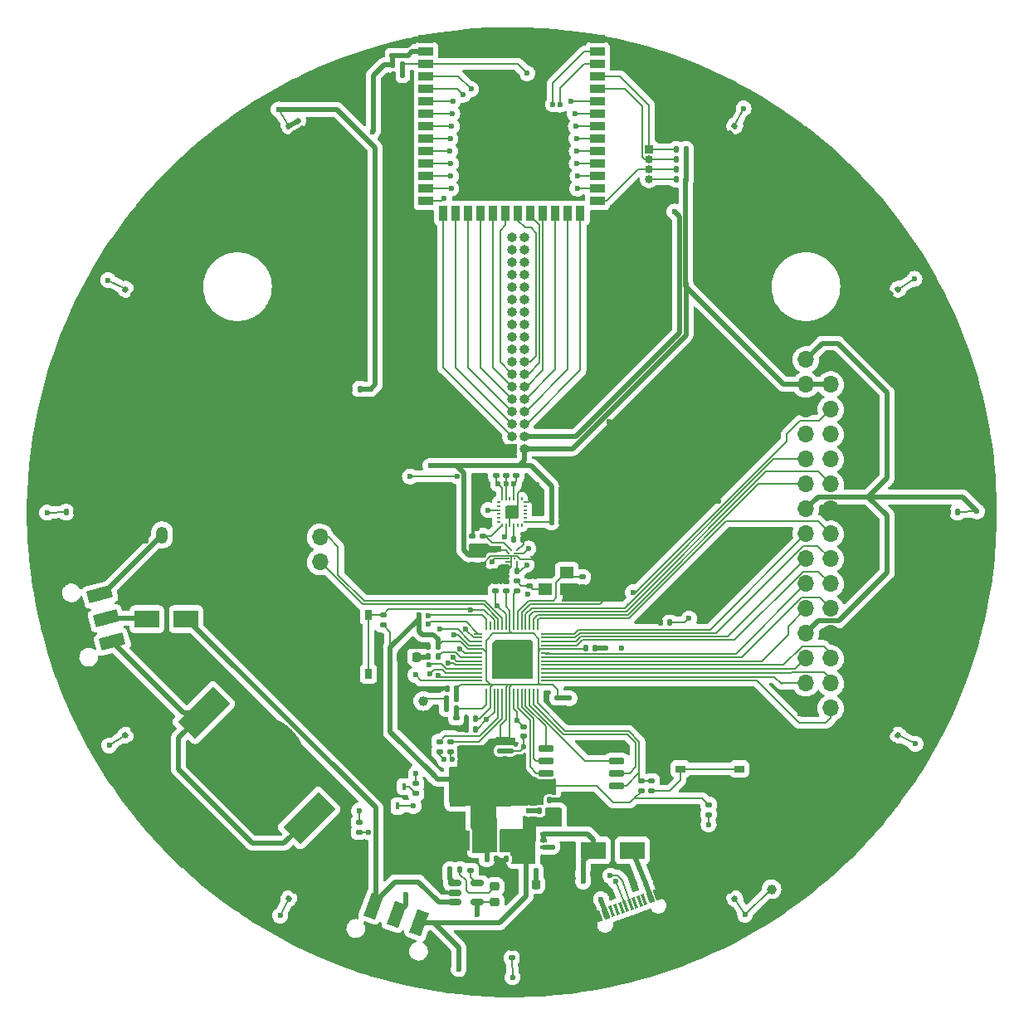
<source format=gbr>
%TF.GenerationSoftware,KiCad,Pcbnew,(6.0.8)*%
%TF.CreationDate,2022-10-25T22:06:49+02:00*%
%TF.ProjectId,Badge_v1,42616467-655f-4763-912e-6b696361645f,rev?*%
%TF.SameCoordinates,Original*%
%TF.FileFunction,Copper,L1,Top*%
%TF.FilePolarity,Positive*%
%FSLAX46Y46*%
G04 Gerber Fmt 4.6, Leading zero omitted, Abs format (unit mm)*
G04 Created by KiCad (PCBNEW (6.0.8)) date 2022-10-25 22:06:49*
%MOMM*%
%LPD*%
G01*
G04 APERTURE LIST*
G04 Aperture macros list*
%AMRoundRect*
0 Rectangle with rounded corners*
0 $1 Rounding radius*
0 $2 $3 $4 $5 $6 $7 $8 $9 X,Y pos of 4 corners*
0 Add a 4 corners polygon primitive as box body*
4,1,4,$2,$3,$4,$5,$6,$7,$8,$9,$2,$3,0*
0 Add four circle primitives for the rounded corners*
1,1,$1+$1,$2,$3*
1,1,$1+$1,$4,$5*
1,1,$1+$1,$6,$7*
1,1,$1+$1,$8,$9*
0 Add four rect primitives between the rounded corners*
20,1,$1+$1,$2,$3,$4,$5,0*
20,1,$1+$1,$4,$5,$6,$7,0*
20,1,$1+$1,$6,$7,$8,$9,0*
20,1,$1+$1,$8,$9,$2,$3,0*%
%AMHorizOval*
0 Thick line with rounded ends*
0 $1 width*
0 $2 $3 position (X,Y) of the first rounded end (center of the circle)*
0 $4 $5 position (X,Y) of the second rounded end (center of the circle)*
0 Add line between two ends*
20,1,$1,$2,$3,$4,$5,0*
0 Add two circle primitives to create the rounded ends*
1,1,$1,$2,$3*
1,1,$1,$4,$5*%
%AMRotRect*
0 Rectangle, with rotation*
0 The origin of the aperture is its center*
0 $1 length*
0 $2 width*
0 $3 Rotation angle, in degrees counterclockwise*
0 Add horizontal line*
21,1,$1,$2,0,0,$3*%
%AMFreePoly0*
4,1,6,0.175000,0.019000,0.175000,-0.100000,-0.175000,-0.100000,-0.175000,0.100000,0.094000,0.100000,0.175000,0.019000,0.175000,0.019000,$1*%
%AMFreePoly1*
4,1,6,0.175000,-0.019000,0.094000,-0.100000,-0.175000,-0.100000,-0.175000,0.100000,0.175000,0.100000,0.175000,-0.019000,0.175000,-0.019000,$1*%
%AMFreePoly2*
4,1,6,0.100000,-0.175000,-0.100000,-0.175000,-0.100000,0.094000,-0.019000,0.175000,0.100000,0.175000,0.100000,-0.175000,0.100000,-0.175000,$1*%
%AMFreePoly3*
4,1,6,0.100000,0.094000,0.100000,-0.175000,-0.100000,-0.175000,-0.100000,0.175000,0.019000,0.175000,0.100000,0.094000,0.100000,0.094000,$1*%
%AMFreePoly4*
4,1,6,0.175000,-0.100000,-0.094000,-0.100000,-0.175000,-0.019000,-0.175000,0.100000,0.175000,0.100000,0.175000,-0.100000,0.175000,-0.100000,$1*%
%AMFreePoly5*
4,1,6,0.175000,-0.100000,-0.175000,-0.100000,-0.175000,0.019000,-0.094000,0.100000,0.175000,0.100000,0.175000,-0.100000,0.175000,-0.100000,$1*%
%AMFreePoly6*
4,1,6,0.100000,-0.094000,0.019000,-0.175000,-0.100000,-0.175000,-0.100000,0.175000,0.100000,0.175000,0.100000,-0.094000,0.100000,-0.094000,$1*%
%AMFreePoly7*
4,1,6,0.100000,-0.175000,-0.019000,-0.175000,-0.100000,-0.094000,-0.100000,0.175000,0.100000,0.175000,0.100000,-0.175000,0.100000,-0.175000,$1*%
G04 Aperture macros list end*
%TA.AperFunction,SMDPad,CuDef*%
%ADD10RoundRect,0.140000X-0.140000X-0.170000X0.140000X-0.170000X0.140000X0.170000X-0.140000X0.170000X0*%
%TD*%
%TA.AperFunction,SMDPad,CuDef*%
%ADD11RotRect,0.600000X1.160000X20.000000*%
%TD*%
%TA.AperFunction,SMDPad,CuDef*%
%ADD12RotRect,0.300000X1.160000X200.000000*%
%TD*%
%TA.AperFunction,ComponentPad*%
%ADD13HorizOval,0.900000X-0.188111X0.516831X0.188111X-0.516831X0*%
%TD*%
%TA.AperFunction,ComponentPad*%
%ADD14HorizOval,0.900000X-0.136808X0.375877X0.136808X-0.375877X0*%
%TD*%
%TA.AperFunction,SMDPad,CuDef*%
%ADD15RoundRect,0.135000X0.135000X0.185000X-0.135000X0.185000X-0.135000X-0.185000X0.135000X-0.185000X0*%
%TD*%
%TA.AperFunction,SMDPad,CuDef*%
%ADD16RoundRect,0.135000X0.185000X-0.135000X0.185000X0.135000X-0.185000X0.135000X-0.185000X-0.135000X0*%
%TD*%
%TA.AperFunction,ComponentPad*%
%ADD17R,1.700000X1.700000*%
%TD*%
%TA.AperFunction,ComponentPad*%
%ADD18O,1.700000X1.700000*%
%TD*%
%TA.AperFunction,SMDPad,CuDef*%
%ADD19RoundRect,0.140000X0.206244X0.077224X-0.036244X0.217224X-0.206244X-0.077224X0.036244X-0.217224X0*%
%TD*%
%TA.AperFunction,SMDPad,CuDef*%
%ADD20RoundRect,0.140000X-0.170000X0.140000X-0.170000X-0.140000X0.170000X-0.140000X0.170000X0.140000X0*%
%TD*%
%TA.AperFunction,SMDPad,CuDef*%
%ADD21RoundRect,0.140000X0.140000X0.170000X-0.140000X0.170000X-0.140000X-0.170000X0.140000X-0.170000X0*%
%TD*%
%TA.AperFunction,SMDPad,CuDef*%
%ADD22RoundRect,0.140000X-0.217224X0.036244X-0.077224X-0.206244X0.217224X-0.036244X0.077224X0.206244X0*%
%TD*%
%TA.AperFunction,SMDPad,CuDef*%
%ADD23RoundRect,0.050000X0.387500X0.050000X-0.387500X0.050000X-0.387500X-0.050000X0.387500X-0.050000X0*%
%TD*%
%TA.AperFunction,SMDPad,CuDef*%
%ADD24RoundRect,0.050000X0.050000X0.387500X-0.050000X0.387500X-0.050000X-0.387500X0.050000X-0.387500X0*%
%TD*%
%TA.AperFunction,SMDPad,CuDef*%
%ADD25R,3.200000X3.200000*%
%TD*%
%TA.AperFunction,SMDPad,CuDef*%
%ADD26FreePoly0,0.000000*%
%TD*%
%TA.AperFunction,SMDPad,CuDef*%
%ADD27R,0.350000X0.200000*%
%TD*%
%TA.AperFunction,SMDPad,CuDef*%
%ADD28FreePoly1,0.000000*%
%TD*%
%TA.AperFunction,SMDPad,CuDef*%
%ADD29FreePoly2,0.000000*%
%TD*%
%TA.AperFunction,SMDPad,CuDef*%
%ADD30R,0.200000X0.350000*%
%TD*%
%TA.AperFunction,SMDPad,CuDef*%
%ADD31FreePoly3,0.000000*%
%TD*%
%TA.AperFunction,SMDPad,CuDef*%
%ADD32FreePoly4,0.000000*%
%TD*%
%TA.AperFunction,SMDPad,CuDef*%
%ADD33FreePoly5,0.000000*%
%TD*%
%TA.AperFunction,SMDPad,CuDef*%
%ADD34FreePoly6,0.000000*%
%TD*%
%TA.AperFunction,SMDPad,CuDef*%
%ADD35FreePoly7,0.000000*%
%TD*%
%TA.AperFunction,SMDPad,CuDef*%
%ADD36RoundRect,0.135000X-0.185000X0.135000X-0.185000X-0.135000X0.185000X-0.135000X0.185000X0.135000X0*%
%TD*%
%TA.AperFunction,SMDPad,CuDef*%
%ADD37RoundRect,0.135000X-0.135000X-0.185000X0.135000X-0.185000X0.135000X0.185000X-0.135000X0.185000X0*%
%TD*%
%TA.AperFunction,SMDPad,CuDef*%
%ADD38RoundRect,0.218750X-0.218750X-0.256250X0.218750X-0.256250X0.218750X0.256250X-0.218750X0.256250X0*%
%TD*%
%TA.AperFunction,SMDPad,CuDef*%
%ADD39RotRect,2.500000X5.100000X315.000000*%
%TD*%
%TA.AperFunction,SMDPad,CuDef*%
%ADD40C,10.200000*%
%TD*%
%TA.AperFunction,SMDPad,CuDef*%
%ADD41C,0.212500*%
%TD*%
%TA.AperFunction,SMDPad,CuDef*%
%ADD42RoundRect,0.218750X0.218750X0.256250X-0.218750X0.256250X-0.218750X-0.256250X0.218750X-0.256250X0*%
%TD*%
%TA.AperFunction,SMDPad,CuDef*%
%ADD43RoundRect,0.140000X-0.036244X-0.217224X0.206244X-0.077224X0.036244X0.217224X-0.206244X0.077224X0*%
%TD*%
%TA.AperFunction,SMDPad,CuDef*%
%ADD44RoundRect,0.140000X-0.206244X-0.077224X0.036244X-0.217224X0.206244X0.077224X-0.036244X0.217224X0*%
%TD*%
%TA.AperFunction,SMDPad,CuDef*%
%ADD45R,0.750000X1.000000*%
%TD*%
%TA.AperFunction,SMDPad,CuDef*%
%ADD46RoundRect,0.140000X0.036244X0.217224X-0.206244X0.077224X-0.036244X-0.217224X0.206244X-0.077224X0*%
%TD*%
%TA.AperFunction,ComponentPad*%
%ADD47RoundRect,0.250000X-0.350000X-0.625000X0.350000X-0.625000X0.350000X0.625000X-0.350000X0.625000X0*%
%TD*%
%TA.AperFunction,ComponentPad*%
%ADD48O,1.200000X1.750000*%
%TD*%
%TA.AperFunction,SMDPad,CuDef*%
%ADD49RoundRect,0.140000X0.170000X-0.140000X0.170000X0.140000X-0.170000X0.140000X-0.170000X-0.140000X0*%
%TD*%
%TA.AperFunction,ComponentPad*%
%ADD50R,1.000000X1.000000*%
%TD*%
%TA.AperFunction,ComponentPad*%
%ADD51O,1.000000X1.000000*%
%TD*%
%TA.AperFunction,SMDPad,CuDef*%
%ADD52R,1.400000X1.200000*%
%TD*%
%TA.AperFunction,SMDPad,CuDef*%
%ADD53C,1.000000*%
%TD*%
%TA.AperFunction,SMDPad,CuDef*%
%ADD54R,1.500000X0.900000*%
%TD*%
%TA.AperFunction,SMDPad,CuDef*%
%ADD55R,0.900000X1.500000*%
%TD*%
%TA.AperFunction,SMDPad,CuDef*%
%ADD56R,0.900000X0.900000*%
%TD*%
%TA.AperFunction,SMDPad,CuDef*%
%ADD57R,2.500000X1.800000*%
%TD*%
%TA.AperFunction,SMDPad,CuDef*%
%ADD58RoundRect,0.150000X-0.512500X-0.150000X0.512500X-0.150000X0.512500X0.150000X-0.512500X0.150000X0*%
%TD*%
%TA.AperFunction,ComponentPad*%
%ADD59R,0.850000X0.850000*%
%TD*%
%TA.AperFunction,ComponentPad*%
%ADD60O,0.850000X0.850000*%
%TD*%
%TA.AperFunction,SMDPad,CuDef*%
%ADD61RoundRect,0.140000X0.077224X-0.206244X0.217224X0.036244X-0.077224X0.206244X-0.217224X-0.036244X0*%
%TD*%
%TA.AperFunction,SMDPad,CuDef*%
%ADD62RoundRect,0.140000X0.217224X-0.036244X0.077224X0.206244X-0.217224X0.036244X-0.077224X-0.206244X0*%
%TD*%
%TA.AperFunction,SMDPad,CuDef*%
%ADD63R,1.500000X2.000000*%
%TD*%
%TA.AperFunction,SMDPad,CuDef*%
%ADD64R,3.800000X2.000000*%
%TD*%
%TA.AperFunction,SMDPad,CuDef*%
%ADD65R,0.660400X0.406400*%
%TD*%
%TA.AperFunction,SMDPad,CuDef*%
%ADD66RoundRect,0.140000X-0.077224X0.206244X-0.217224X-0.036244X0.077224X-0.206244X0.217224X0.036244X0*%
%TD*%
%TA.AperFunction,SMDPad,CuDef*%
%ADD67RoundRect,0.150000X0.650000X0.150000X-0.650000X0.150000X-0.650000X-0.150000X0.650000X-0.150000X0*%
%TD*%
%TA.AperFunction,SMDPad,CuDef*%
%ADD68RoundRect,0.218750X-0.256250X0.218750X-0.256250X-0.218750X0.256250X-0.218750X0.256250X0.218750X0*%
%TD*%
%TA.AperFunction,SMDPad,CuDef*%
%ADD69RotRect,1.250000X2.500000X340.000000*%
%TD*%
%TA.AperFunction,SMDPad,CuDef*%
%ADD70R,1.000000X0.750000*%
%TD*%
%TA.AperFunction,SMDPad,CuDef*%
%ADD71RotRect,1.250000X2.500000X285.000000*%
%TD*%
%TA.AperFunction,SMDPad,CuDef*%
%ADD72R,0.450000X0.700000*%
%TD*%
%TA.AperFunction,ViaPad*%
%ADD73C,0.600000*%
%TD*%
%TA.AperFunction,Conductor*%
%ADD74C,0.200000*%
%TD*%
%TA.AperFunction,Conductor*%
%ADD75C,0.500000*%
%TD*%
G04 APERTURE END LIST*
D10*
%TO.P,C16,1*%
%TO.N,GND*%
X93380000Y-117990000D03*
%TO.P,C16,2*%
%TO.N,+3V3*%
X94340000Y-117990000D03*
%TD*%
%TO.P,C26,1*%
%TO.N,GND*%
X99530000Y-106040000D03*
%TO.P,C26,2*%
%TO.N,+3V3*%
X100490000Y-106040000D03*
%TD*%
D11*
%TO.P,P1,A1,GND*%
%TO.N,GND*%
X108854513Y-141223605D03*
%TO.P,P1,A4,VBUS*%
%TO.N,VBUS*%
X109606267Y-140949989D03*
D12*
%TO.P,P1,A5,CC*%
%TO.N,unconnected-(P1-PadA5)*%
X110686914Y-140556666D03*
%TO.P,P1,A6,D+*%
%TO.N,/USB_D+*%
X111626606Y-140214646D03*
%TO.P,P1,A7,D-*%
%TO.N,/USB_D-*%
X112096453Y-140043635D03*
%TO.P,P1,A8*%
%TO.N,N/C*%
X113036145Y-139701615D03*
D11*
%TO.P,P1,A9,VBUS*%
%TO.N,VBUS*%
X114116792Y-139308292D03*
%TO.P,P1,A12,GND*%
%TO.N,GND*%
X114868546Y-139034676D03*
%TO.P,P1,B1,GND*%
X114868546Y-139034676D03*
%TO.P,P1,B4,VBUS*%
%TO.N,VBUS*%
X114116792Y-139308292D03*
D12*
%TO.P,P1,B5,VCONN*%
%TO.N,unconnected-(P1-PadB5)*%
X113505992Y-139530605D03*
%TO.P,P1,B6*%
%TO.N,N/C*%
X112566299Y-139872625D03*
%TO.P,P1,B7*%
X111156760Y-140385656D03*
%TO.P,P1,B8*%
X110217067Y-140727676D03*
D11*
%TO.P,P1,B9,VBUS*%
%TO.N,VBUS*%
X109606267Y-140949989D03*
%TO.P,P1,B12,GND*%
%TO.N,GND*%
X108854513Y-141223605D03*
D13*
%TO.P,P1,S1,SHIELD*%
X108000429Y-142151689D03*
X116119373Y-139196635D03*
D14*
X109426653Y-146070207D03*
X117545597Y-143115153D03*
%TD*%
D10*
%TO.P,C22,1*%
%TO.N,Net-(C22-Pad1)*%
X100190000Y-102780000D03*
%TO.P,C22,2*%
%TO.N,GND*%
X101150000Y-102780000D03*
%TD*%
D15*
%TO.P,R20,1*%
%TO.N,/ADC_AVDD*%
X94330000Y-120050000D03*
%TO.P,R20,2*%
%TO.N,/ADC_VREF*%
X93310000Y-120050000D03*
%TD*%
D16*
%TO.P,R17,1*%
%TO.N,/USB_D+*%
X93730000Y-124440000D03*
%TO.P,R17,2*%
%TO.N,Net-(R17-Pad2)*%
X93730000Y-123420000D03*
%TD*%
D17*
%TO.P,J3,1,Pin_1*%
%TO.N,GND*%
X80435000Y-100000000D03*
D18*
%TO.P,J3,2,Pin_2*%
%TO.N,/SWCLK*%
X80435000Y-102540000D03*
%TO.P,J3,3,Pin_3*%
%TO.N,/SWD*%
X80435000Y-105080000D03*
%TD*%
D19*
%TO.P,C38,1*%
%TO.N,VCC*%
X139415692Y-122740000D03*
%TO.P,C38,2*%
%TO.N,GND*%
X138584308Y-122260000D03*
%TD*%
D20*
%TO.P,C10,1*%
%TO.N,/ADC_AVDD*%
X94330000Y-121020000D03*
%TO.P,C10,2*%
%TO.N,GND*%
X94330000Y-121980000D03*
%TD*%
D21*
%TO.P,C39,1*%
%TO.N,VCC*%
X145480000Y-100000000D03*
%TO.P,C39,2*%
%TO.N,GND*%
X144520000Y-100000000D03*
%TD*%
D15*
%TO.P,R6,1*%
%TO.N,/GPIO23*%
X92480000Y-114690000D03*
%TO.P,R6,2*%
%TO.N,Net-(LED2-Pad2)*%
X91460000Y-114690000D03*
%TD*%
D22*
%TO.P,C30,1*%
%TO.N,VCC*%
X78150000Y-60074308D03*
%TO.P,C30,2*%
%TO.N,GND*%
X78630000Y-60905692D03*
%TD*%
D23*
%TO.P,U4,1,IOVDD*%
%TO.N,+3V3*%
X103437500Y-117600000D03*
%TO.P,U4,2,GPIO0*%
%TO.N,/GPIO_0*%
X103437500Y-117200000D03*
%TO.P,U4,3,GPIO1*%
%TO.N,/GPIO_1*%
X103437500Y-116800000D03*
%TO.P,U4,4,GPIO2*%
%TO.N,/GPIO_2*%
X103437500Y-116400000D03*
%TO.P,U4,5,GPIO3*%
%TO.N,/GPIO_3*%
X103437500Y-116000000D03*
%TO.P,U4,6,GPIO4*%
%TO.N,/GPIO_4*%
X103437500Y-115600000D03*
%TO.P,U4,7,GPIO5*%
%TO.N,/GPIO_5*%
X103437500Y-115200000D03*
%TO.P,U4,8,GPIO6*%
%TO.N,/GPIO_6*%
X103437500Y-114800000D03*
%TO.P,U4,9,GPIO7*%
%TO.N,/GPIO_7*%
X103437500Y-114400000D03*
%TO.P,U4,10,IOVDD*%
%TO.N,+3V3*%
X103437500Y-114000000D03*
%TO.P,U4,11,GPIO8*%
%TO.N,/GPIO_8*%
X103437500Y-113600000D03*
%TO.P,U4,12,GPIO9*%
%TO.N,/GPIO_9*%
X103437500Y-113200000D03*
%TO.P,U4,13,GPIO10*%
%TO.N,/GPIO_10*%
X103437500Y-112800000D03*
%TO.P,U4,14,GPIO11*%
%TO.N,/GPIO_11*%
X103437500Y-112400000D03*
D24*
%TO.P,U4,15,GPIO12*%
%TO.N,/GPIO_12*%
X102600000Y-111562500D03*
%TO.P,U4,16,GPIO13*%
%TO.N,/GPIO_13*%
X102200000Y-111562500D03*
%TO.P,U4,17,GPIO14*%
%TO.N,/GPIO_14*%
X101800000Y-111562500D03*
%TO.P,U4,18,GPIO15*%
%TO.N,/GPIO_15*%
X101400000Y-111562500D03*
%TO.P,U4,19,TESTEN*%
%TO.N,GND*%
X101000000Y-111562500D03*
%TO.P,U4,20,XIN*%
%TO.N,/XIN*%
X100600000Y-111562500D03*
%TO.P,U4,21,XOUT*%
%TO.N,/XOUT*%
X100200000Y-111562500D03*
%TO.P,U4,22,IOVDD*%
%TO.N,+3V3*%
X99800000Y-111562500D03*
%TO.P,U4,23,DVDD*%
%TO.N,+1V1*%
X99400000Y-111562500D03*
%TO.P,U4,24,SWCLK*%
%TO.N,/SWCLK*%
X99000000Y-111562500D03*
%TO.P,U4,25,SWD*%
%TO.N,/SWD*%
X98600000Y-111562500D03*
%TO.P,U4,26,RUN*%
%TO.N,/RUN*%
X98200000Y-111562500D03*
%TO.P,U4,27,GPIO16*%
%TO.N,/GPIO_16*%
X97800000Y-111562500D03*
%TO.P,U4,28,GPIO17*%
%TO.N,/SW_1*%
X97400000Y-111562500D03*
D23*
%TO.P,U4,29,GPIO18*%
%TO.N,/SW_2*%
X96562500Y-112400000D03*
%TO.P,U4,30,GPIO19*%
%TO.N,/LED_POST*%
X96562500Y-112800000D03*
%TO.P,U4,31,GPIO20*%
%TO.N,/LED_STRIPE*%
X96562500Y-113200000D03*
%TO.P,U4,32,GPIO21*%
%TO.N,/I2C_SDA*%
X96562500Y-113600000D03*
%TO.P,U4,33,IOVDD*%
%TO.N,+3V3*%
X96562500Y-114000000D03*
%TO.P,U4,34,GPIO22*%
%TO.N,/I2C_SCL*%
X96562500Y-114400000D03*
%TO.P,U4,35,GPIO23*%
%TO.N,/GPIO23*%
X96562500Y-114800000D03*
%TO.P,U4,36,GPIO24*%
%TO.N,/GPIO24*%
X96562500Y-115200000D03*
%TO.P,U4,37,GPIO25*%
%TO.N,/GPIO25*%
X96562500Y-115600000D03*
%TO.P,U4,38,GPIO26_ADC0*%
%TO.N,/ADC_0*%
X96562500Y-116000000D03*
%TO.P,U4,39,GPIO27_ADC1*%
%TO.N,/ADC_1*%
X96562500Y-116400000D03*
%TO.P,U4,40,GPIO28_ADC2*%
%TO.N,/ADC_2*%
X96562500Y-116800000D03*
%TO.P,U4,41,GPIO29_ADC3*%
%TO.N,/ADC_3*%
X96562500Y-117200000D03*
%TO.P,U4,42,IOVDD*%
%TO.N,+3V3*%
X96562500Y-117600000D03*
D24*
%TO.P,U4,43,ADC_AVDD*%
%TO.N,/ADC_AVDD*%
X97400000Y-118437500D03*
%TO.P,U4,44,VREG_IN*%
%TO.N,+3V3*%
X97800000Y-118437500D03*
%TO.P,U4,45,VREG_VOUT*%
%TO.N,+1V1*%
X98200000Y-118437500D03*
%TO.P,U4,46,USB_DM*%
%TO.N,Net-(R18-Pad1)*%
X98600000Y-118437500D03*
%TO.P,U4,47,USB_DP*%
%TO.N,Net-(R17-Pad2)*%
X99000000Y-118437500D03*
%TO.P,U4,48,USB_VDD*%
%TO.N,+3V3*%
X99400000Y-118437500D03*
%TO.P,U4,49,IOVDD*%
X99800000Y-118437500D03*
%TO.P,U4,50,DVDD*%
%TO.N,+1V1*%
X100200000Y-118437500D03*
%TO.P,U4,51,QSPI_SD3*%
%TO.N,/QSPI_SD3*%
X100600000Y-118437500D03*
%TO.P,U4,52,QSPI_SCLK*%
%TO.N,/QSPI_SCLK*%
X101000000Y-118437500D03*
%TO.P,U4,53,QSPI_SD0*%
%TO.N,/QSPI_SD0*%
X101400000Y-118437500D03*
%TO.P,U4,54,QSPI_SD2*%
%TO.N,/QSPI_SD2*%
X101800000Y-118437500D03*
%TO.P,U4,55,QSPI_SD1*%
%TO.N,/QSPI_SD1*%
X102200000Y-118437500D03*
%TO.P,U4,56,QSPI_SS*%
%TO.N,/QSPI_SS*%
X102600000Y-118437500D03*
D25*
%TO.P,U4,57,GND*%
%TO.N,GND*%
X100000000Y-115000000D03*
%TD*%
D10*
%TO.P,C33,1*%
%TO.N,VCC*%
X54520000Y-100000000D03*
%TO.P,C33,2*%
%TO.N,GND*%
X55480000Y-100000000D03*
%TD*%
D26*
%TO.P,U5,1,NC*%
%TO.N,unconnected-(U5-Pad1)*%
X98665000Y-99000000D03*
D27*
%TO.P,U5,2,DNC*%
%TO.N,unconnected-(U5-Pad2)*%
X98665000Y-99400000D03*
%TO.P,U5,3,GPIO1*%
%TO.N,/Gyros/INT_S1*%
X98665000Y-99800000D03*
%TO.P,U5,4,Reserved*%
%TO.N,unconnected-(U5-Pad4)*%
X98665000Y-100200000D03*
%TO.P,U5,5,Reserved*%
%TO.N,unconnected-(U5-Pad5)*%
X98665000Y-100600000D03*
D28*
%TO.P,U5,6,NC*%
%TO.N,unconnected-(U5-Pad6)*%
X98665000Y-101000000D03*
D29*
%TO.P,U5,7,ASCK*%
%TO.N,Net-(R23-Pad2)*%
X99000000Y-101335000D03*
D30*
%TO.P,U5,8,VDDIO*%
%TO.N,+3V3*%
X99400000Y-101335000D03*
%TO.P,U5,9,SA_GPIO7*%
%TO.N,GND*%
X99800000Y-101335000D03*
%TO.P,U5,10,VREG*%
%TO.N,Net-(C22-Pad1)*%
X100200000Y-101335000D03*
%TO.P,U5,11,GPIO2*%
%TO.N,unconnected-(U5-Pad11)*%
X100600000Y-101335000D03*
D31*
%TO.P,U5,12,INT*%
%TO.N,/Gyros/INT*%
X101000000Y-101335000D03*
D32*
%TO.P,U5,13,VDD*%
%TO.N,+3V3*%
X101335000Y-101000000D03*
D27*
%TO.P,U5,14,NC*%
%TO.N,unconnected-(U5-Pad14)*%
X101335000Y-100600000D03*
%TO.P,U5,15,NC*%
%TO.N,unconnected-(U5-Pad15)*%
X101335000Y-100200000D03*
%TO.P,U5,16,NC*%
%TO.N,unconnected-(U5-Pad16)*%
X101335000Y-99800000D03*
%TO.P,U5,17,NC*%
%TO.N,unconnected-(U5-Pad17)*%
X101335000Y-99400000D03*
D33*
%TO.P,U5,18,GND*%
%TO.N,GND*%
X101335000Y-99000000D03*
D34*
%TO.P,U5,19,NC*%
%TO.N,unconnected-(U5-Pad19)*%
X101000000Y-98665000D03*
D30*
%TO.P,U5,20,GNDIO*%
%TO.N,GND*%
X100600000Y-98665000D03*
%TO.P,U5,21,ASDA*%
%TO.N,Net-(R24-Pad2)*%
X100200000Y-98665000D03*
%TO.P,U5,22,Reserved*%
%TO.N,unconnected-(U5-Pad22)*%
X99800000Y-98665000D03*
%TO.P,U5,23,SCK*%
%TO.N,/I2C_SCL*%
X99400000Y-98665000D03*
D35*
%TO.P,U5,24,SDA*%
%TO.N,/I2C_SDA*%
X99000000Y-98665000D03*
%TD*%
D36*
%TO.P,R15,1*%
%TO.N,/ADC_3*%
X90230000Y-127710000D03*
%TO.P,R15,2*%
%TO.N,Net-(Q2-Pad1)*%
X90230000Y-128730000D03*
%TD*%
D37*
%TO.P,R9,1*%
%TO.N,/GPIO25*%
X116750000Y-63990000D03*
%TO.P,R9,2*%
%TO.N,+3V3*%
X117770000Y-63990000D03*
%TD*%
%TO.P,R19,1*%
%TO.N,/ADC_VREF*%
X93310000Y-119020000D03*
%TO.P,R19,2*%
%TO.N,+3V3*%
X94330000Y-119020000D03*
%TD*%
D21*
%TO.P,C14,1*%
%TO.N,GND*%
X108520000Y-113860000D03*
%TO.P,C14,2*%
%TO.N,+3V3*%
X107560000Y-113860000D03*
%TD*%
D38*
%TO.P,LED2,1,K*%
%TO.N,GND*%
X88687500Y-114775000D03*
%TO.P,LED2,2,A*%
%TO.N,Net-(LED2-Pad2)*%
X90262500Y-114775000D03*
%TD*%
D39*
%TO.P,BT1,1,+*%
%TO.N,Net-(BT1-Pad1)*%
X79324012Y-131204012D03*
X68575988Y-120455988D03*
D40*
%TO.P,BT1,2,-*%
%TO.N,GND*%
X73950000Y-125830000D03*
%TD*%
D36*
%TO.P,R24,1*%
%TO.N,+3V3*%
X100450000Y-95280000D03*
%TO.P,R24,2*%
%TO.N,Net-(R24-Pad2)*%
X100450000Y-96300000D03*
%TD*%
D41*
%TO.P,U6,A1,PS*%
%TO.N,+3V3*%
X99399000Y-103899000D03*
%TO.P,U6,A3,SCK*%
%TO.N,Net-(R23-Pad2)*%
X99965000Y-103899000D03*
%TO.P,U6,A5,CSB*%
%TO.N,GND*%
X100531000Y-103899000D03*
%TO.P,U6,B2,VDDIO*%
%TO.N,+3V3*%
X99682000Y-104182000D03*
%TO.P,U6,B4,SDI*%
%TO.N,Net-(R24-Pad2)*%
X100248000Y-104182000D03*
%TO.P,U6,C1,SDO*%
%TO.N,GND*%
X99399000Y-104465000D03*
%TO.P,U6,C5,GND*%
X100531000Y-104465000D03*
%TO.P,U6,D2,INT*%
%TO.N,/Gyros/INT_S1*%
X99682000Y-104748000D03*
%TO.P,U6,D4,DRDY*%
%TO.N,unconnected-(U6-PadD4)*%
X100248000Y-104748000D03*
%TO.P,U6,E1,GND*%
%TO.N,GND*%
X99399000Y-105031000D03*
%TO.P,U6,E3,GND*%
X99965000Y-105031000D03*
%TO.P,U6,E5,VDD*%
%TO.N,+3V3*%
X100531000Y-105031000D03*
%TD*%
D42*
%TO.P,LED3,1,K*%
%TO.N,GND*%
X104037500Y-137980000D03*
%TO.P,LED3,2,A*%
%TO.N,Net-(LED3-Pad2)*%
X102462500Y-137980000D03*
%TD*%
D43*
%TO.P,C34,1*%
%TO.N,VCC*%
X60584308Y-122740000D03*
%TO.P,C34,2*%
%TO.N,GND*%
X61415692Y-122260000D03*
%TD*%
D44*
%TO.P,C32,1*%
%TO.N,VCC*%
X60584308Y-77260000D03*
%TO.P,C32,2*%
%TO.N,GND*%
X61415692Y-77740000D03*
%TD*%
D45*
%TO.P,SW2,1*%
%TO.N,/RUN*%
X85365000Y-110480000D03*
X85365000Y-116480000D03*
%TO.P,SW2,2*%
%TO.N,GND*%
X81615000Y-116480000D03*
X81615000Y-110480000D03*
%TD*%
D15*
%TO.P,R4,1*%
%TO.N,Net-(LED1-Pad1)*%
X94720000Y-136480000D03*
%TO.P,R4,2*%
%TO.N,Net-(U2-Pad1)*%
X93700000Y-136480000D03*
%TD*%
D46*
%TO.P,C40,1*%
%TO.N,VCC*%
X139415692Y-77260000D03*
%TO.P,C40,2*%
%TO.N,GND*%
X138584308Y-77740000D03*
%TD*%
D21*
%TO.P,C19,1*%
%TO.N,VCC*%
X84480000Y-87440000D03*
%TO.P,C19,2*%
%TO.N,GND*%
X83520000Y-87440000D03*
%TD*%
D47*
%TO.P,J1,1,Pin_1*%
%TO.N,GND*%
X62320000Y-102320000D03*
D48*
%TO.P,J1,2,Pin_2*%
%TO.N,Net-(J1-Pad2)*%
X64320000Y-102320000D03*
%TD*%
D36*
%TO.P,R22,1*%
%TO.N,+3V3*%
X98390000Y-95280000D03*
%TO.P,R22,2*%
%TO.N,/I2C_SDA*%
X98390000Y-96300000D03*
%TD*%
D10*
%TO.P,C2,1*%
%TO.N,+3V3*%
X102850000Y-129410000D03*
%TO.P,C2,2*%
%TO.N,GND*%
X103810000Y-129410000D03*
%TD*%
D49*
%TO.P,C15,1*%
%TO.N,GND*%
X104680000Y-119930000D03*
%TO.P,C15,2*%
%TO.N,+3V3*%
X104680000Y-118970000D03*
%TD*%
D50*
%TO.P,J5,1,Pin_1*%
%TO.N,GND*%
X100000000Y-93520000D03*
D51*
%TO.P,J5,2,Pin_2*%
%TO.N,+3V3*%
X101270000Y-93520000D03*
%TO.P,J5,3,Pin_3*%
%TO.N,/WiFi_BT/IO3*%
X100000000Y-92250000D03*
%TO.P,J5,4,Pin_4*%
%TO.N,VCC*%
X101270000Y-92250000D03*
%TO.P,J5,5,Pin_5*%
%TO.N,/WiFi_BT/IO46*%
X100000000Y-90980000D03*
%TO.P,J5,6,Pin_6*%
%TO.N,/WiFi_BT/IO45*%
X101270000Y-90980000D03*
%TO.P,J5,7,Pin_7*%
%TO.N,/WiFi_BT/IO9*%
X100000000Y-89710000D03*
%TO.P,J5,8,Pin_8*%
%TO.N,/WiFi_BT/IO48*%
X101270000Y-89710000D03*
%TO.P,J5,9,Pin_9*%
%TO.N,/WiFi_BT/IO10*%
X100000000Y-88440000D03*
%TO.P,J5,10,Pin_10*%
%TO.N,/WiFi_BT/IO47*%
X101270000Y-88440000D03*
%TO.P,J5,11,Pin_11*%
%TO.N,/WiFi_BT/IO11*%
X100000000Y-87170000D03*
%TO.P,J5,12,Pin_12*%
%TO.N,/WiFi_BT/IO21*%
X101270000Y-87170000D03*
%TO.P,J5,13,Pin_13*%
%TO.N,/WiFi_BT/IO12*%
X100000000Y-85900000D03*
%TO.P,J5,14,Pin_14*%
%TO.N,/WiFi_BT/IO14*%
X101270000Y-85900000D03*
%TO.P,J5,15,Pin_15*%
%TO.N,/WiFi_BT/IO43*%
X100000000Y-84630000D03*
%TO.P,J5,16,Pin_16*%
%TO.N,/WiFi_BT/IO13*%
X101270000Y-84630000D03*
%TO.P,J5,17,Pin_17*%
%TO.N,/WiFi_BT/IO44*%
X100000000Y-83360000D03*
%TO.P,J5,18,Pin_18*%
%TO.N,/WiFi_BT/IO35*%
X101270000Y-83360000D03*
%TO.P,J5,19,Pin_19*%
%TO.N,/WiFi_BT/IO8*%
X100000000Y-82090000D03*
%TO.P,J5,20,Pin_20*%
%TO.N,/WiFi_BT/IO36*%
X101270000Y-82090000D03*
%TO.P,J5,21,Pin_21*%
%TO.N,/WiFi_BT/IO18*%
X100000000Y-80820000D03*
%TO.P,J5,22,Pin_22*%
%TO.N,/WiFi_BT/IO37*%
X101270000Y-80820000D03*
%TO.P,J5,23,Pin_23*%
%TO.N,/WiFi_BT/IO17*%
X100000000Y-79550000D03*
%TO.P,J5,24,Pin_24*%
%TO.N,/WiFi_BT/IO38*%
X101270000Y-79550000D03*
%TO.P,J5,25,Pin_25*%
%TO.N,/WiFi_BT/IO16*%
X100000000Y-78280000D03*
%TO.P,J5,26,Pin_26*%
%TO.N,/WiFi_BT/IO39*%
X101270000Y-78280000D03*
%TO.P,J5,27,Pin_27*%
%TO.N,/WiFi_BT/IO15*%
X100000000Y-77010000D03*
%TO.P,J5,28,Pin_28*%
%TO.N,/WiFi_BT/IO40*%
X101270000Y-77010000D03*
%TO.P,J5,29,Pin_29*%
%TO.N,/WiFi_BT/IO7*%
X100000000Y-75740000D03*
%TO.P,J5,30,Pin_30*%
%TO.N,/WiFi_BT/IO41*%
X101270000Y-75740000D03*
%TO.P,J5,31,Pin_31*%
%TO.N,/WiFi_BT/IO6*%
X100000000Y-74470000D03*
%TO.P,J5,32,Pin_32*%
%TO.N,/WiFi_BT/IO42*%
X101270000Y-74470000D03*
%TO.P,J5,33,Pin_33*%
%TO.N,/WiFi_BT/IO5*%
X100000000Y-73200000D03*
%TO.P,J5,34,Pin_34*%
%TO.N,/WiFi_BT/IO2*%
X101270000Y-73200000D03*
%TO.P,J5,35,Pin_35*%
%TO.N,/WiFi_BT/IO4*%
X100000000Y-71930000D03*
%TO.P,J5,36,Pin_36*%
%TO.N,/WiFi_BT/IO1*%
X101270000Y-71930000D03*
%TD*%
D49*
%TO.P,C17,1*%
%TO.N,GND*%
X98790000Y-124350000D03*
%TO.P,C17,2*%
%TO.N,+3V3*%
X98790000Y-123390000D03*
%TD*%
D37*
%TO.P,R8,1*%
%TO.N,/GPIO24*%
X116750000Y-62980000D03*
%TO.P,R8,2*%
%TO.N,+3V3*%
X117770000Y-62980000D03*
%TD*%
D22*
%TO.P,C31,1*%
%TO.N,VCC*%
X77260000Y-60584308D03*
%TO.P,C31,2*%
%TO.N,GND*%
X77740000Y-61415692D03*
%TD*%
D49*
%TO.P,C29,1*%
%TO.N,+3V3*%
X88840000Y-53380000D03*
%TO.P,C29,2*%
%TO.N,GND*%
X88840000Y-52420000D03*
%TD*%
D52*
%TO.P,Y1,1,1*%
%TO.N,Net-(C4-Pad2)*%
X103410000Y-107900000D03*
%TO.P,Y1,2,2*%
%TO.N,GND*%
X105610000Y-107900000D03*
%TO.P,Y1,3,3*%
%TO.N,/XIN*%
X105610000Y-106200000D03*
%TO.P,Y1,4,4*%
%TO.N,GND*%
X103410000Y-106200000D03*
%TD*%
D15*
%TO.P,R16,1*%
%TO.N,VCC*%
X103850000Y-130510000D03*
%TO.P,R16,2*%
%TO.N,Net-(BZ1-Pad2)*%
X102830000Y-130510000D03*
%TD*%
D37*
%TO.P,R14,1*%
%TO.N,/ESP_EN*%
X116740000Y-66020000D03*
%TO.P,R14,2*%
%TO.N,+3V3*%
X117760000Y-66020000D03*
%TD*%
D53*
%TO.P,TP2,1,1*%
%TO.N,/ADC_VREF*%
X90970000Y-119260000D03*
%TD*%
%TO.P,TP1,1,1*%
%TO.N,VCC*%
X126490000Y-138470000D03*
%TD*%
D54*
%TO.P,U7,1,GND*%
%TO.N,GND*%
X91250000Y-51740000D03*
%TO.P,U7,2,3V3*%
%TO.N,+3V3*%
X91250000Y-53010000D03*
%TO.P,U7,3,EN*%
%TO.N,/ESP_EN*%
X91250000Y-54280000D03*
%TO.P,U7,4,GPIO4/TOUCH4/ADC1_CH3*%
%TO.N,/WiFi_BT/IO4*%
X91250000Y-55550000D03*
%TO.P,U7,5,GPIO5/TOUCH5/ADC1_CH4*%
%TO.N,/WiFi_BT/IO5*%
X91250000Y-56820000D03*
%TO.P,U7,6,GPIO6/TOUCH6/ADC1_CH5*%
%TO.N,/WiFi_BT/IO6*%
X91250000Y-58090000D03*
%TO.P,U7,7,GPIO7/TOUCH7/ADC1_CH6*%
%TO.N,/WiFi_BT/IO7*%
X91250000Y-59360000D03*
%TO.P,U7,8,GPIO15/U0RTS/ADC2_CH4/XTAL_32K_P*%
%TO.N,/WiFi_BT/IO15*%
X91250000Y-60630000D03*
%TO.P,U7,9,GPIO16/U0CTS/ADC2_CH5/XTAL_32K_NH5*%
%TO.N,/WiFi_BT/IO16*%
X91250000Y-61900000D03*
%TO.P,U7,10,GPIO17/U1TXD/ADC2_CH6*%
%TO.N,/WiFi_BT/IO17*%
X91250000Y-63170000D03*
%TO.P,U7,11,GPIO18/U1RXD/ADC2_CH7/CLK_OUT3*%
%TO.N,/WiFi_BT/IO18*%
X91250000Y-64440000D03*
%TO.P,U7,12,GPIO8/TOUCH8/ADC1_CH7/SUBSPICS1*%
%TO.N,/WiFi_BT/IO8*%
X91250000Y-65710000D03*
%TO.P,U7,13,GPIO19/U1RTS/ADC2_CH8/CLK_OUT2/USB_D-*%
%TO.N,/WiFi_BT/IO44*%
X91250000Y-66980000D03*
%TO.P,U7,14,GPIO20/U1CTS/ADC2_CH9/CLK_OUT1/USB_D+*%
%TO.N,/WiFi_BT/IO43*%
X91250000Y-68250000D03*
D55*
%TO.P,U7,15,GPIO3/TOUCH3/ADC1_CH2*%
%TO.N,/WiFi_BT/IO3*%
X93015000Y-69500000D03*
%TO.P,U7,16,GPIO46*%
%TO.N,/WiFi_BT/IO46*%
X94285000Y-69500000D03*
%TO.P,U7,17,GPIO9/TOUCH9/ADC1_CH8/FSPIHD/SUBSPIHD*%
%TO.N,/WiFi_BT/IO9*%
X95555000Y-69500000D03*
%TO.P,U7,18,GPIO10/TOUCH10/ADC1_CH9/FSPICS0/FSPIIO4/SUBSPICS0*%
%TO.N,/WiFi_BT/IO10*%
X96825000Y-69500000D03*
%TO.P,U7,19,GPIO11/TOUCH11/ADC2_CH0/FSPID/FSPIIO5/SUBSPID*%
%TO.N,/WiFi_BT/IO11*%
X98095000Y-69500000D03*
%TO.P,U7,20,GPIO12/TOUCH12/ADC2_CH1/FSPICLK/FSPIIO6/SUBSPICLK*%
%TO.N,/WiFi_BT/IO12*%
X99365000Y-69500000D03*
%TO.P,U7,21,GPIO13/TOUCH13/ADC2_CH2/FSPIQ/FSPIIO7/SUBSPIQ*%
%TO.N,/WiFi_BT/IO13*%
X100635000Y-69500000D03*
%TO.P,U7,22,GPIO14/TOUCH14/ADC2_CH3/FSPIWP/FSPIDQS/SUBSPIWP*%
%TO.N,/WiFi_BT/IO14*%
X101905000Y-69500000D03*
%TO.P,U7,23,GPIO21*%
%TO.N,/WiFi_BT/IO21*%
X103175000Y-69500000D03*
%TO.P,U7,24,GPIO47/SPICLK_P/SUBSPICLK_P_DIFF*%
%TO.N,/WiFi_BT/IO47*%
X104445000Y-69500000D03*
%TO.P,U7,25,GPIO48/SPICLK_N/SUBSPICLK_N_DIFF*%
%TO.N,/WiFi_BT/IO48*%
X105715000Y-69500000D03*
%TO.P,U7,26,GPIO45*%
%TO.N,/WiFi_BT/IO45*%
X106985000Y-69500000D03*
D54*
%TO.P,U7,27,GPIO0/BOOT*%
%TO.N,/ESP_BOOT*%
X108750000Y-68250000D03*
%TO.P,U7,28,SPIIO6/GPIO35/FSPID/SUBSPID*%
%TO.N,/WiFi_BT/IO35*%
X108750000Y-66980000D03*
%TO.P,U7,29,SPIIO7/GPIO36/FSPICLK/SUBSPICLK*%
%TO.N,/WiFi_BT/IO36*%
X108750000Y-65710000D03*
%TO.P,U7,30,SPIDQS/GPIO37/FSPIQ/SUBSPIQ*%
%TO.N,/WiFi_BT/IO37*%
X108750000Y-64440000D03*
%TO.P,U7,31,GPIO38/FSPIWP/SUBSPIWP*%
%TO.N,/WiFi_BT/IO38*%
X108750000Y-63170000D03*
%TO.P,U7,32,MTCK/GPIO39/CLK_OUT3/SUBSPICS1*%
%TO.N,/WiFi_BT/IO39*%
X108750000Y-61900000D03*
%TO.P,U7,33,MTDO/GPIO40/CLK_OUT2*%
%TO.N,/WiFi_BT/IO40*%
X108750000Y-60630000D03*
%TO.P,U7,34,MTDI/GPIO41/CLK_OUT1*%
%TO.N,/WiFi_BT/IO41*%
X108750000Y-59360000D03*
%TO.P,U7,35,MTMS/GPIO42*%
%TO.N,/WiFi_BT/IO42*%
X108750000Y-58090000D03*
%TO.P,U7,36,U0RXD/GPIO44/CLK_OUT2*%
%TO.N,/GPIO25*%
X108750000Y-56820000D03*
%TO.P,U7,37,U0TXD/GPIO43/CLK_OUT1*%
%TO.N,/GPIO24*%
X108750000Y-55550000D03*
%TO.P,U7,38,GPIO2/TOUCH2/ADC1_CH1*%
%TO.N,/WiFi_BT/IO2*%
X108750000Y-54280000D03*
%TO.P,U7,39,GPIO1/TOUCH1/ADC1_CH0*%
%TO.N,/WiFi_BT/IO1*%
X108750000Y-53010000D03*
%TO.P,U7,40,GND*%
%TO.N,GND*%
X108750000Y-51740000D03*
D56*
%TO.P,U7,41,GND*%
X97100000Y-59460000D03*
X99900000Y-59460000D03*
X99900000Y-60860000D03*
X98500000Y-60860000D03*
X99900000Y-58060000D03*
X98500000Y-59460000D03*
X97100000Y-58060000D03*
X97100000Y-60860000D03*
X98500000Y-58060000D03*
%TD*%
D57*
%TO.P,D16,1,K*%
%TO.N,Net-(U2-Pad3)*%
X66770000Y-110920000D03*
%TO.P,D16,2,A*%
%TO.N,Net-(SW4-Pad2)*%
X62770000Y-110920000D03*
%TD*%
D58*
%TO.P,U2,1,STAT*%
%TO.N,Net-(U2-Pad1)*%
X94172500Y-137860000D03*
%TO.P,U2,2,VSS*%
%TO.N,GND*%
X94172500Y-138810000D03*
%TO.P,U2,3,VBAT*%
%TO.N,Net-(U2-Pad3)*%
X94172500Y-139760000D03*
%TO.P,U2,4,VDD*%
%TO.N,Net-(C1-Pad1)*%
X96447500Y-139760000D03*
%TO.P,U2,5,PROG*%
%TO.N,Net-(R5-Pad2)*%
X96447500Y-137860000D03*
%TD*%
D10*
%TO.P,C1,1*%
%TO.N,Net-(C1-Pad1)*%
X107260000Y-136880000D03*
%TO.P,C1,2*%
%TO.N,GND*%
X108220000Y-136880000D03*
%TD*%
D59*
%TO.P,J2,1,Pin_1*%
%TO.N,/GPIO24*%
X114000000Y-63000000D03*
D60*
%TO.P,J2,2,Pin_2*%
%TO.N,/GPIO25*%
X114000000Y-64000000D03*
%TO.P,J2,3,Pin_3*%
%TO.N,/ESP_BOOT*%
X114000000Y-65000000D03*
%TO.P,J2,4,Pin_4*%
%TO.N,/ESP_EN*%
X114000000Y-66000000D03*
%TD*%
D20*
%TO.P,C13,1*%
%TO.N,GND*%
X99410000Y-107080000D03*
%TO.P,C13,2*%
%TO.N,+3V3*%
X99410000Y-108040000D03*
%TD*%
D37*
%TO.P,R25,1*%
%TO.N,+3V3*%
X87830000Y-54370000D03*
%TO.P,R25,2*%
%TO.N,/ESP_EN*%
X88850000Y-54370000D03*
%TD*%
D20*
%TO.P,C24,1*%
%TO.N,+3V3*%
X97020000Y-104370000D03*
%TO.P,C24,2*%
%TO.N,GND*%
X97020000Y-105330000D03*
%TD*%
D37*
%TO.P,R11,1*%
%TO.N,VCC*%
X101450000Y-136630000D03*
%TO.P,R11,2*%
%TO.N,Net-(LED3-Pad2)*%
X102470000Y-136630000D03*
%TD*%
D21*
%TO.P,C6,1*%
%TO.N,GND*%
X98400000Y-135400000D03*
%TO.P,C6,2*%
%TO.N,+3V3*%
X97440000Y-135400000D03*
%TD*%
D57*
%TO.P,D15,1,K*%
%TO.N,Net-(C1-Pad1)*%
X108300000Y-134500000D03*
%TO.P,D15,2,A*%
%TO.N,VBUS*%
X112300000Y-134500000D03*
%TD*%
D61*
%TO.P,C35,1*%
%TO.N,VCC*%
X77260000Y-139415692D03*
%TO.P,C35,2*%
%TO.N,GND*%
X77740000Y-138584308D03*
%TD*%
D49*
%TO.P,C18,1*%
%TO.N,GND*%
X99820000Y-124350000D03*
%TO.P,C18,2*%
%TO.N,+3V3*%
X99820000Y-123390000D03*
%TD*%
D62*
%TO.P,C37,1*%
%TO.N,VCC*%
X122740000Y-139415692D03*
%TO.P,C37,2*%
%TO.N,GND*%
X122260000Y-138584308D03*
%TD*%
D10*
%TO.P,C12,1*%
%TO.N,GND*%
X91490000Y-113690000D03*
%TO.P,C12,2*%
%TO.N,+3V3*%
X92450000Y-113690000D03*
%TD*%
D49*
%TO.P,C36,1*%
%TO.N,VCC*%
X100000000Y-145480000D03*
%TO.P,C36,2*%
%TO.N,GND*%
X100000000Y-144520000D03*
%TD*%
%TO.P,C28,1*%
%TO.N,+3V3*%
X87840000Y-53380000D03*
%TO.P,C28,2*%
%TO.N,GND*%
X87840000Y-52420000D03*
%TD*%
D63*
%TO.P,U3,1,GND*%
%TO.N,GND*%
X94900000Y-133520000D03*
%TO.P,U3,2,VO*%
%TO.N,+3V3*%
X97200000Y-133520000D03*
D64*
X97200000Y-127220000D03*
D63*
%TO.P,U3,3,VI*%
%TO.N,VCC*%
X99500000Y-133520000D03*
%TD*%
D36*
%TO.P,R5,1*%
%TO.N,GND*%
X95820000Y-135520000D03*
%TO.P,R5,2*%
%TO.N,Net-(R5-Pad2)*%
X95820000Y-136540000D03*
%TD*%
D21*
%TO.P,C21,1*%
%TO.N,GND*%
X105000000Y-101000000D03*
%TO.P,C21,2*%
%TO.N,+3V3*%
X104040000Y-101000000D03*
%TD*%
D16*
%TO.P,R3,1*%
%TO.N,+3V3*%
X113190000Y-128440000D03*
%TO.P,R3,2*%
%TO.N,/QSPI_SS*%
X113190000Y-127420000D03*
%TD*%
D49*
%TO.P,C8,1*%
%TO.N,+1V1*%
X98350000Y-108040000D03*
%TO.P,C8,2*%
%TO.N,GND*%
X98350000Y-107080000D03*
%TD*%
D10*
%TO.P,C5,1*%
%TO.N,GND*%
X99410000Y-135400000D03*
%TO.P,C5,2*%
%TO.N,VCC*%
X100370000Y-135400000D03*
%TD*%
D49*
%TO.P,C9,1*%
%TO.N,GND*%
X101210000Y-122890000D03*
%TO.P,C9,2*%
%TO.N,+1V1*%
X101210000Y-121930000D03*
%TD*%
D21*
%TO.P,C7,1*%
%TO.N,+1V1*%
X96300000Y-122150000D03*
%TO.P,C7,2*%
%TO.N,GND*%
X95340000Y-122150000D03*
%TD*%
D65*
%TO.P,Q1,1,S1*%
%TO.N,Net-(Q1-Pad1)*%
X103252650Y-134160400D03*
%TO.P,Q1,2,G1*%
%TO.N,Net-(C1-Pad1)*%
X103252650Y-133500000D03*
%TO.P,Q1,3,D2*%
X103252650Y-132839600D03*
%TO.P,Q1,4,S2*%
%TO.N,VCC*%
X101449250Y-132839600D03*
%TO.P,Q1,5,G2*%
X101449250Y-133500000D03*
%TO.P,Q1,6,D1*%
X101449250Y-134160400D03*
%TD*%
D66*
%TO.P,C41,1*%
%TO.N,VCC*%
X122740000Y-60584308D03*
%TO.P,C41,2*%
%TO.N,GND*%
X122260000Y-61415692D03*
%TD*%
D20*
%TO.P,C23,1*%
%TO.N,+3V3*%
X95990000Y-104380000D03*
%TO.P,C23,2*%
%TO.N,GND*%
X95990000Y-105340000D03*
%TD*%
%TO.P,C4,1*%
%TO.N,GND*%
X101800000Y-106580000D03*
%TO.P,C4,2*%
%TO.N,Net-(C4-Pad2)*%
X101800000Y-107540000D03*
%TD*%
D36*
%TO.P,R2,1*%
%TO.N,/RUN*%
X86860000Y-110490000D03*
%TO.P,R2,2*%
%TO.N,+3V3*%
X86860000Y-111510000D03*
%TD*%
%TO.P,R13,1*%
%TO.N,+3V3*%
X120070000Y-129840000D03*
%TO.P,R13,2*%
%TO.N,/SW_2*%
X120070000Y-130860000D03*
%TD*%
D67*
%TO.P,U1,1,~{CS}*%
%TO.N,/QSPI_SS*%
X110670000Y-127905000D03*
%TO.P,U1,2,DO(IO1)*%
%TO.N,/QSPI_SD1*%
X110670000Y-126635000D03*
%TO.P,U1,3,IO2*%
%TO.N,/QSPI_SD2*%
X110670000Y-125365000D03*
%TO.P,U1,4,GND*%
%TO.N,GND*%
X110670000Y-124095000D03*
%TO.P,U1,5,DI(IO0)*%
%TO.N,/QSPI_SD0*%
X103470000Y-124095000D03*
%TO.P,U1,6,CLK*%
%TO.N,/QSPI_SCLK*%
X103470000Y-125365000D03*
%TO.P,U1,7,IO3*%
%TO.N,/QSPI_SD3*%
X103470000Y-126635000D03*
%TO.P,U1,8,VCC*%
%TO.N,+3V3*%
X103470000Y-127905000D03*
%TD*%
D37*
%TO.P,R12,1*%
%TO.N,/ESP_BOOT*%
X116740000Y-65000000D03*
%TO.P,R12,2*%
%TO.N,+3V3*%
X117760000Y-65000000D03*
%TD*%
D68*
%TO.P,LED1,1,K*%
%TO.N,Net-(LED1-Pad1)*%
X98260000Y-138212500D03*
%TO.P,LED1,2,A*%
%TO.N,Net-(C1-Pad1)*%
X98260000Y-139787500D03*
%TD*%
D69*
%TO.P,SW3,1,A*%
%TO.N,Net-(U2-Pad3)*%
X85871324Y-140190795D03*
%TO.P,SW3,2,B*%
%TO.N,Net-(Q1-Pad1)*%
X88220555Y-141045845D03*
%TO.P,SW3,3,C*%
%TO.N,VCC*%
X90569787Y-141900896D03*
%TD*%
D16*
%TO.P,R1,1*%
%TO.N,/~{USB_BOOT}*%
X114280000Y-128440000D03*
%TO.P,R1,2*%
%TO.N,/QSPI_SS*%
X114280000Y-127420000D03*
%TD*%
%TO.P,R23,1*%
%TO.N,+3V3*%
X97010000Y-103430000D03*
%TO.P,R23,2*%
%TO.N,Net-(R23-Pad2)*%
X97010000Y-102410000D03*
%TD*%
D21*
%TO.P,C11,1*%
%TO.N,+3V3*%
X96310000Y-121070000D03*
%TO.P,C11,2*%
%TO.N,GND*%
X95350000Y-121070000D03*
%TD*%
D70*
%TO.P,SW1,1*%
%TO.N,GND*%
X117200000Y-122445000D03*
X123200000Y-122445000D03*
%TO.P,SW1,2*%
%TO.N,/~{USB_BOOT}*%
X123200000Y-126195000D03*
X117200000Y-126195000D03*
%TD*%
D20*
%TO.P,C25,1*%
%TO.N,GND*%
X95990000Y-102460000D03*
%TO.P,C25,2*%
%TO.N,+3V3*%
X95990000Y-103420000D03*
%TD*%
D36*
%TO.P,R21,1*%
%TO.N,+3V3*%
X99420000Y-95280000D03*
%TO.P,R21,2*%
%TO.N,/I2C_SCL*%
X99420000Y-96300000D03*
%TD*%
%TO.P,R7,1*%
%TO.N,Net-(C4-Pad2)*%
X100490000Y-107050000D03*
%TO.P,R7,2*%
%TO.N,/XOUT*%
X100490000Y-108070000D03*
%TD*%
D21*
%TO.P,C20,1*%
%TO.N,VCC*%
X116120000Y-111290000D03*
%TO.P,C20,2*%
%TO.N,GND*%
X115160000Y-111290000D03*
%TD*%
D17*
%TO.P,J4,1,Pin_1*%
%TO.N,GND*%
X130000000Y-120000000D03*
D18*
%TO.P,J4,2,Pin_2*%
%TO.N,/GPIO_0*%
X132540000Y-120000000D03*
%TO.P,J4,3,Pin_3*%
%TO.N,/GPIO_1*%
X130000000Y-117460000D03*
%TO.P,J4,4,Pin_4*%
%TO.N,/GPIO_2*%
X132540000Y-117460000D03*
%TO.P,J4,5,Pin_5*%
%TO.N,/GPIO_3*%
X130000000Y-114920000D03*
%TO.P,J4,6,Pin_6*%
%TO.N,/GPIO_4*%
X132540000Y-114920000D03*
%TO.P,J4,7,Pin_7*%
%TO.N,VCC*%
X130000000Y-112380000D03*
%TO.P,J4,8,Pin_8*%
%TO.N,GND*%
X132540000Y-112380000D03*
%TO.P,J4,9,Pin_9*%
%TO.N,/GPIO_5*%
X130000000Y-109840000D03*
%TO.P,J4,10,Pin_10*%
%TO.N,/GPIO_6*%
X132540000Y-109840000D03*
%TO.P,J4,11,Pin_11*%
%TO.N,/GPIO_7*%
X130000000Y-107300000D03*
%TO.P,J4,12,Pin_12*%
%TO.N,/GPIO_8*%
X132540000Y-107300000D03*
%TO.P,J4,13,Pin_13*%
%TO.N,/GPIO_9*%
X130000000Y-104760000D03*
%TO.P,J4,14,Pin_14*%
%TO.N,/GPIO_10*%
X132540000Y-104760000D03*
%TO.P,J4,15,Pin_15*%
%TO.N,/GPIO_11*%
X130000000Y-102220000D03*
%TO.P,J4,16,Pin_16*%
%TO.N,/GPIO_12*%
X132540000Y-102220000D03*
%TO.P,J4,17,Pin_17*%
%TO.N,VCC*%
X130000000Y-99680000D03*
%TO.P,J4,18,Pin_18*%
%TO.N,GND*%
X132540000Y-99680000D03*
%TO.P,J4,19,Pin_19*%
%TO.N,/GPIO_13*%
X130000000Y-97140000D03*
%TO.P,J4,20,Pin_20*%
%TO.N,/GPIO_14*%
X132540000Y-97140000D03*
%TO.P,J4,21,Pin_21*%
%TO.N,/GPIO_15*%
X130000000Y-94600000D03*
%TO.P,J4,22,Pin_22*%
%TO.N,/ADC_2*%
X132540000Y-94600000D03*
%TO.P,J4,23,Pin_23*%
%TO.N,/ADC_0*%
X130000000Y-92060000D03*
%TO.P,J4,24,Pin_24*%
%TO.N,/ADC_1*%
X132540000Y-92060000D03*
%TO.P,J4,25,Pin_25*%
%TO.N,GND*%
X130000000Y-89520000D03*
%TO.P,J4,26,Pin_26*%
%TO.N,/RUN*%
X132540000Y-89520000D03*
%TO.P,J4,27,Pin_27*%
%TO.N,+3V3*%
X130000000Y-86980000D03*
%TO.P,J4,28,Pin_28*%
X132540000Y-86980000D03*
%TO.P,J4,29,Pin_29*%
%TO.N,VCC*%
X130000000Y-84440000D03*
%TO.P,J4,30,Pin_30*%
%TO.N,GND*%
X132540000Y-84440000D03*
%TD*%
D36*
%TO.P,R18,1*%
%TO.N,Net-(R18-Pad1)*%
X92620000Y-123410000D03*
%TO.P,R18,2*%
%TO.N,/USB_D-*%
X92620000Y-124430000D03*
%TD*%
D49*
%TO.P,C3,1*%
%TO.N,GND*%
X107240000Y-107590000D03*
%TO.P,C3,2*%
%TO.N,/XIN*%
X107240000Y-106630000D03*
%TD*%
D71*
%TO.P,SW4,1,A*%
%TO.N,Net-(J1-Pad2)*%
X57949248Y-108403433D03*
%TO.P,SW4,2,B*%
%TO.N,Net-(SW4-Pad2)*%
X58596296Y-110818248D03*
%TO.P,SW4,3,C*%
%TO.N,Net-(BT1-Pad1)*%
X59243344Y-113233062D03*
%TD*%
D72*
%TO.P,Q2,1,B*%
%TO.N,Net-(Q2-Pad1)*%
X89000000Y-128000000D03*
%TO.P,Q2,2,E*%
%TO.N,GND*%
X87700000Y-128000000D03*
%TO.P,Q2,3,C*%
%TO.N,Net-(BZ1-Pad2)*%
X88350000Y-130000000D03*
%TD*%
D16*
%TO.P,R10,1*%
%TO.N,+3V3*%
X84400000Y-132660000D03*
%TO.P,R10,2*%
%TO.N,/SW_1*%
X84400000Y-131640000D03*
%TD*%
D10*
%TO.P,C27,1*%
%TO.N,GND*%
X87870000Y-55400000D03*
%TO.P,C27,2*%
%TO.N,/ESP_EN*%
X88830000Y-55400000D03*
%TD*%
D73*
%TO.N,GND*%
X109840000Y-102050000D03*
X107080000Y-123630000D03*
X74570000Y-87510000D03*
X135750000Y-104020000D03*
X100050000Y-142550000D03*
X101340000Y-59420000D03*
X121130000Y-87700000D03*
X89890000Y-86010000D03*
X71940000Y-109980000D03*
X109890000Y-95920000D03*
X98710000Y-113730000D03*
X109830000Y-87120000D03*
X125880000Y-124000000D03*
X89870000Y-82870000D03*
X87600000Y-132240000D03*
X102940000Y-98090000D03*
X57475000Y-100025000D03*
X78675000Y-63150000D03*
X90990000Y-134940000D03*
X87870000Y-60060000D03*
X71920000Y-108340000D03*
X126690000Y-123950000D03*
X110490000Y-105156000D03*
X108840000Y-129630000D03*
X87380000Y-92050000D03*
X99900000Y-60860000D03*
X102770000Y-102770000D03*
X123600000Y-124050000D03*
X71970000Y-105060000D03*
X121250000Y-118270000D03*
X121250000Y-119050000D03*
X109850000Y-97780000D03*
X100230000Y-138000000D03*
X121210000Y-120490000D03*
X89270000Y-132170000D03*
X71970000Y-106700000D03*
X71920000Y-111920000D03*
X135790000Y-97170000D03*
X107730000Y-108600000D03*
X75900000Y-86260000D03*
X120960000Y-104870000D03*
X99900000Y-59460000D03*
X78670000Y-111870000D03*
X81210000Y-84320000D03*
X101650000Y-108380000D03*
X101350000Y-60820000D03*
X121190000Y-90540000D03*
X135760000Y-104950000D03*
X63150000Y-121325000D03*
X72190000Y-113640000D03*
X63075000Y-78750000D03*
X79160000Y-94870000D03*
X75260000Y-114090000D03*
X135740000Y-101390000D03*
X90110000Y-75080000D03*
X135790000Y-95380000D03*
X121170000Y-89060000D03*
X77760000Y-85160000D03*
X79400000Y-84650000D03*
X71890000Y-103360000D03*
X72430000Y-92130000D03*
X142550000Y-99950000D03*
X117094000Y-108204000D03*
X127500000Y-123700000D03*
X101260000Y-115000000D03*
X98700000Y-116280000D03*
X88360000Y-131720000D03*
X89870000Y-84510000D03*
X99610000Y-139360000D03*
X127760000Y-122270000D03*
X135780000Y-92660000D03*
X98810000Y-136680000D03*
X101440000Y-97220000D03*
X135770000Y-90030000D03*
X76890000Y-114110000D03*
X88190000Y-134220000D03*
X120280000Y-106480000D03*
X89840000Y-99920000D03*
X78420000Y-113500000D03*
X135780000Y-93520000D03*
X103230000Y-104850000D03*
X96490000Y-101640000D03*
X111150000Y-113840000D03*
X107640000Y-105370000D03*
X109570000Y-113840000D03*
X109790000Y-108630000D03*
X87410000Y-85570000D03*
X119180000Y-107730000D03*
X109630000Y-85520000D03*
X88900000Y-134960000D03*
X97400000Y-136620000D03*
X135760000Y-106740000D03*
X84620000Y-90770000D03*
X93170000Y-121990000D03*
X93150000Y-121190000D03*
X109950000Y-103440000D03*
X72020000Y-95170000D03*
X101280000Y-116260000D03*
X98680000Y-115020000D03*
X124370000Y-124050000D03*
X89950000Y-135650000D03*
X88990000Y-86370000D03*
X100240000Y-136710000D03*
X135750000Y-103090000D03*
X109920000Y-99420000D03*
X78910000Y-97380000D03*
X81830000Y-90820000D03*
X135760000Y-105810000D03*
X96470000Y-96889500D03*
X121170000Y-92140000D03*
X136850000Y-78675000D03*
X88650000Y-120600000D03*
X91700000Y-134200000D03*
X121130000Y-86310000D03*
X121250000Y-103040000D03*
X89760000Y-97840000D03*
X108800000Y-131980000D03*
X98190000Y-106040000D03*
X124080000Y-85100000D03*
X78775000Y-136900000D03*
X109890000Y-90790000D03*
X73720000Y-114070000D03*
X96510000Y-100530000D03*
X96560000Y-106330000D03*
X90620000Y-132150000D03*
X89840000Y-76640000D03*
X88690000Y-116490000D03*
X121230000Y-119810000D03*
X71970000Y-100060000D03*
X135740000Y-99600000D03*
X100000000Y-115000000D03*
X121210000Y-121170000D03*
X92260000Y-133230000D03*
X99900000Y-58060000D03*
X101180000Y-123940000D03*
X108650000Y-124060000D03*
X127780000Y-123010000D03*
X111252000Y-106934000D03*
X100020000Y-116260000D03*
X73640000Y-88940000D03*
X121170000Y-93890000D03*
X109870000Y-92390000D03*
X100030000Y-113710000D03*
X136925000Y-121225000D03*
X122650000Y-85030000D03*
X72080000Y-93610000D03*
X92330000Y-120310000D03*
X108820000Y-130630000D03*
X102550000Y-97220000D03*
X96480000Y-98440000D03*
X109870000Y-94140000D03*
X89890000Y-87210000D03*
X89840000Y-102320000D03*
X135750000Y-102230000D03*
X92290000Y-132220000D03*
X88670000Y-117820000D03*
X121110000Y-98910000D03*
X80000000Y-92190000D03*
X84980000Y-84450000D03*
X71970000Y-101780000D03*
X135790000Y-96240000D03*
X72000000Y-96860000D03*
X135770000Y-91820000D03*
X87630000Y-133250000D03*
X121225000Y-63075000D03*
X83060000Y-84240000D03*
X89790000Y-81480000D03*
X127730000Y-121510000D03*
X121490000Y-85400000D03*
X102950000Y-99420000D03*
X125100000Y-124040000D03*
X135770000Y-90890000D03*
X72980000Y-90410000D03*
X78740000Y-108270000D03*
X108120000Y-85190000D03*
X135780000Y-94450000D03*
X72000000Y-98580000D03*
X88670000Y-119150000D03*
X101290000Y-113710000D03*
X88680000Y-122040000D03*
X91530000Y-131700000D03*
X121190000Y-95670000D03*
X78690000Y-110080000D03*
X92320000Y-121100000D03*
X121325000Y-136850000D03*
X90010000Y-132890000D03*
X106260000Y-104820000D03*
X91820000Y-74790000D03*
X135740000Y-100460000D03*
X89460000Y-95060000D03*
X121150000Y-97530000D03*
%TO.N,VCC*%
X141074999Y-76200000D03*
X123800000Y-141074999D03*
X118080000Y-110860000D03*
X76353543Y-141155913D03*
X116586000Y-69342000D03*
X141180913Y-123646457D03*
X76200000Y-58925000D03*
X123646457Y-58819087D03*
X147446457Y-99919087D03*
X100080913Y-147446457D03*
X52578543Y-100055913D03*
X104660000Y-130510000D03*
X94580000Y-146630000D03*
X58819087Y-76328543D03*
X101460000Y-131760000D03*
X58925001Y-123800000D03*
X85580000Y-87440000D03*
%TO.N,Net-(BZ1-Pad2)*%
X89980000Y-130000000D03*
X101730000Y-130510000D03*
%TO.N,+3V3*%
X90540000Y-110480000D03*
X92040000Y-126860000D03*
X85400000Y-132670000D03*
X101500000Y-105370000D03*
X105870000Y-118980000D03*
X97810000Y-123430000D03*
X91695466Y-95281512D03*
X85780500Y-61190000D03*
X98290000Y-103890000D03*
X99260000Y-102520000D03*
%TO.N,+1V1*%
X100490000Y-121200000D03*
X98507086Y-109530026D03*
X97425000Y-121145000D03*
%TO.N,/ESP_EN*%
X101560000Y-55230000D03*
%TO.N,VBUS*%
X109090000Y-139490000D03*
X113607705Y-137872295D03*
%TO.N,/LED_POST*%
X95300000Y-111960000D03*
%TO.N,/LED_STRIPE*%
X92640000Y-111950000D03*
%TO.N,Net-(D13-Pad2)*%
X89610000Y-96360000D03*
X94390500Y-96340000D03*
%TO.N,/ADC_3*%
X90160500Y-116620000D03*
X90210000Y-126640000D03*
%TO.N,/ADC_0*%
X91530000Y-115570000D03*
%TO.N,/ADC_1*%
X91609500Y-116470000D03*
%TO.N,/RUN*%
X95810000Y-109960500D03*
X112341444Y-108191444D03*
%TO.N,/GPIO24*%
X93980000Y-114809500D03*
%TO.N,/GPIO25*%
X93476794Y-115364962D03*
%TO.N,/WiFi_BT/IO15*%
X93870000Y-60630000D03*
%TO.N,/WiFi_BT/IO4*%
X95827398Y-56824370D03*
%TO.N,/WiFi_BT/IO16*%
X93720000Y-61900000D03*
%TO.N,/WiFi_BT/IO17*%
X93700000Y-63160000D03*
%TO.N,/WiFi_BT/IO5*%
X95040000Y-57410000D03*
%TO.N,/WiFi_BT/IO18*%
X93770000Y-64440000D03*
%TO.N,/WiFi_BT/IO35*%
X106690000Y-66980000D03*
%TO.N,/USB_D+*%
X110591773Y-137668182D03*
X93880000Y-125240500D03*
%TO.N,/USB_D-*%
X93100000Y-125250000D03*
X110040500Y-137093522D03*
%TO.N,Net-(C1-Pad1)*%
X96450000Y-141040000D03*
X107260000Y-137680000D03*
%TO.N,/SW_1*%
X84422500Y-130452500D03*
X91490000Y-110600000D03*
%TO.N,/SW_2*%
X120075000Y-131875000D03*
X91460000Y-111440000D03*
%TO.N,/I2C_SCL*%
X94687584Y-113934644D03*
X99390000Y-97120000D03*
%TO.N,/I2C_SDA*%
X94097996Y-112499500D03*
X98590000Y-97130000D03*
%TO.N,Net-(Q1-Pad1)*%
X89170000Y-138990000D03*
X104150000Y-134160000D03*
%TO.N,Net-(R24-Pad2)*%
X100200000Y-97140000D03*
X101670500Y-103705744D03*
%TO.N,/Gyros/INT_S1*%
X97600000Y-99800000D03*
X97972168Y-105042587D03*
%TO.N,/WiFi_BT/IO6*%
X93970000Y-58090000D03*
%TO.N,/WiFi_BT/IO7*%
X93920000Y-59360000D03*
%TO.N,/WiFi_BT/IO8*%
X93790000Y-65710000D03*
%TO.N,/WiFi_BT/IO44*%
X93800000Y-66980000D03*
%TO.N,/WiFi_BT/IO43*%
X93090000Y-67990000D03*
%TO.N,/WiFi_BT/IO2*%
X104931444Y-58421444D03*
%TO.N,/WiFi_BT/IO1*%
X104182715Y-58387395D03*
%TO.N,/WiFi_BT/IO36*%
X106710000Y-65710000D03*
%TO.N,/WiFi_BT/IO37*%
X106620000Y-64440000D03*
%TO.N,/WiFi_BT/IO38*%
X106620000Y-63170000D03*
%TO.N,/WiFi_BT/IO39*%
X106590000Y-61890000D03*
%TO.N,/WiFi_BT/IO40*%
X106530000Y-60630000D03*
%TO.N,/WiFi_BT/IO41*%
X106430000Y-59360000D03*
%TO.N,/WiFi_BT/IO42*%
X106035000Y-58095000D03*
%TO.N,/ADC_2*%
X92490000Y-116650500D03*
%TD*%
D74*
%TO.N,GND*%
X101180000Y-123940000D02*
X101210000Y-123910000D01*
X99965000Y-105605000D02*
X99530000Y-106040000D01*
X100910000Y-97760000D02*
X101790000Y-97760000D01*
X61415692Y-122260000D02*
X63150000Y-121325000D01*
X101000000Y-110270000D02*
X101850000Y-109420000D01*
X101790000Y-97760000D02*
X102020000Y-97990000D01*
D75*
X97100000Y-59460000D02*
X98500000Y-59460000D01*
D74*
X102020000Y-97990000D02*
X102020000Y-98730000D01*
D75*
X97100000Y-58060000D02*
X98500000Y-58060000D01*
D74*
X97849719Y-104465000D02*
X97020000Y-105294719D01*
X102020000Y-98730000D02*
X101750000Y-99000000D01*
X99965000Y-105031000D02*
X99965000Y-105405000D01*
D75*
X78630000Y-60905692D02*
X77740000Y-61415692D01*
X94320000Y-121990000D02*
X94330000Y-121980000D01*
D74*
X99850000Y-104470000D02*
X100080000Y-104470000D01*
D75*
X94500000Y-122150000D02*
X94330000Y-121980000D01*
X107490000Y-51740000D02*
X108750000Y-51740000D01*
D74*
X102210000Y-102780000D02*
X102720000Y-103290000D01*
D75*
X109550000Y-113860000D02*
X109570000Y-113840000D01*
D74*
X100531000Y-103899000D02*
X101160000Y-103270000D01*
D75*
X95340000Y-121080000D02*
X95350000Y-121070000D01*
D74*
X101850000Y-109420000D02*
X109000000Y-109420000D01*
X101150000Y-102780000D02*
X102210000Y-102780000D01*
D75*
X108000429Y-142151689D02*
X109426653Y-146070207D01*
X87840000Y-52420000D02*
X88840000Y-52420000D01*
D74*
X102720000Y-103290000D02*
X102720000Y-104480000D01*
D75*
X108620000Y-129410000D02*
X108840000Y-129630000D01*
D74*
X99399000Y-104465000D02*
X97849719Y-104465000D01*
X55505545Y-99967580D02*
X57475000Y-100025000D01*
X100600000Y-98070000D02*
X100910000Y-97760000D01*
D75*
X94330000Y-121980000D02*
X93180000Y-121980000D01*
D74*
X100600000Y-99575000D02*
X100600000Y-98665000D01*
D75*
X98500000Y-58060000D02*
X99900000Y-58060000D01*
X101170000Y-58060000D02*
X107490000Y-51740000D01*
X108000429Y-142077689D02*
X108854513Y-141223605D01*
X99900000Y-60860000D02*
X98500000Y-60860000D01*
D74*
X102380000Y-104820000D02*
X100886000Y-104820000D01*
D75*
X93180000Y-121980000D02*
X93170000Y-121990000D01*
D74*
X138584308Y-77740000D02*
X136850000Y-78675000D01*
D75*
X88687500Y-114775000D02*
X88687500Y-114462500D01*
D74*
X61398112Y-77715545D02*
X63075000Y-78750000D01*
D75*
X99900000Y-58060000D02*
X101170000Y-58060000D01*
X116119373Y-139196635D02*
X117545597Y-143115153D01*
X95340000Y-122150000D02*
X95340000Y-121080000D01*
X98500000Y-59460000D02*
X98500000Y-60860000D01*
D74*
X77740545Y-138576888D02*
X78775000Y-136900000D01*
X100085000Y-104465000D02*
X100531000Y-104465000D01*
X100880000Y-124350000D02*
X99820000Y-124350000D01*
X99800000Y-100375000D02*
X100600000Y-99575000D01*
X99992580Y-144519455D02*
X100050000Y-142550000D01*
X100600000Y-98665000D02*
X100600000Y-98070000D01*
X102720000Y-104480000D02*
X102380000Y-104820000D01*
D75*
X89990000Y-51740000D02*
X91250000Y-51740000D01*
X98790000Y-124350000D02*
X99820000Y-124350000D01*
D74*
X101160000Y-103270000D02*
X101160000Y-102790000D01*
X101210000Y-123910000D02*
X101210000Y-122890000D01*
X101750000Y-99000000D02*
X101335000Y-99000000D01*
X122259455Y-61398112D02*
X121225000Y-63075000D01*
D75*
X99900000Y-58060000D02*
X99900000Y-59460000D01*
X97100000Y-60860000D02*
X97100000Y-59460000D01*
X108000429Y-142151689D02*
X108000429Y-142077689D01*
X99900000Y-59460000D02*
X99900000Y-60860000D01*
X99900000Y-59460000D02*
X98500000Y-59460000D01*
D74*
X99965000Y-104585000D02*
X100085000Y-104465000D01*
X100080000Y-104470000D02*
X100085000Y-104465000D01*
X144519455Y-100007420D02*
X142550000Y-99950000D01*
X122260000Y-138584308D02*
X121325000Y-136850000D01*
X99965000Y-105405000D02*
X99965000Y-105605000D01*
D75*
X95340000Y-122150000D02*
X94500000Y-122150000D01*
D74*
X97020000Y-105294719D02*
X97020000Y-105330000D01*
X101180000Y-123940000D02*
X101180000Y-124050000D01*
D75*
X98500000Y-60860000D02*
X97100000Y-60860000D01*
X87870000Y-55400000D02*
X87870000Y-60060000D01*
X103810000Y-129410000D02*
X108620000Y-129410000D01*
X89310000Y-52420000D02*
X89990000Y-51740000D01*
D74*
X101000000Y-111562500D02*
X101000000Y-110270000D01*
X109000000Y-109420000D02*
X109790000Y-108630000D01*
D75*
X88840000Y-52420000D02*
X89310000Y-52420000D01*
X115957414Y-139034676D02*
X116119373Y-139196635D01*
X108520000Y-113860000D02*
X109550000Y-113860000D01*
D74*
X99399000Y-105031000D02*
X99965000Y-105031000D01*
X99850000Y-104470000D02*
X99965000Y-104585000D01*
X100886000Y-104820000D02*
X100531000Y-104465000D01*
X77740000Y-61415692D02*
X78675000Y-63150000D01*
X138601888Y-122259455D02*
X136925000Y-121225000D01*
D75*
X114868546Y-139034676D02*
X115957414Y-139034676D01*
X89460000Y-113690000D02*
X91490000Y-113690000D01*
X91250000Y-51740000D02*
X108750000Y-51740000D01*
D74*
X101180000Y-124050000D02*
X100880000Y-124350000D01*
D75*
X97100000Y-59460000D02*
X97100000Y-58060000D01*
D74*
X99404000Y-104470000D02*
X99850000Y-104470000D01*
X101160000Y-102790000D02*
X101150000Y-102780000D01*
D75*
X98500000Y-59460000D02*
X98500000Y-58060000D01*
D74*
X99965000Y-105031000D02*
X99965000Y-104585000D01*
D75*
X88687500Y-114462500D02*
X89460000Y-113690000D01*
X95350000Y-122140000D02*
X95340000Y-122150000D01*
D74*
X99800000Y-101335000D02*
X99800000Y-100375000D01*
X99399000Y-104465000D02*
X99404000Y-104470000D01*
D75*
%TO.N,Net-(BT1-Pad1)*%
X65981976Y-126221976D02*
X65981976Y-123050000D01*
X65981976Y-123050000D02*
X68575988Y-120455988D01*
X73530000Y-133770000D02*
X65981976Y-126221976D01*
X66466270Y-120455988D02*
X59243344Y-113233062D01*
X68575988Y-120455988D02*
X66466270Y-120455988D01*
X76758024Y-133770000D02*
X73530000Y-133770000D01*
X79324012Y-131204012D02*
X76758024Y-133770000D01*
%TO.N,VCC*%
X138290000Y-100350000D02*
X136370000Y-98430000D01*
X86070450Y-62860450D02*
X82135000Y-58925000D01*
X130000000Y-99680000D02*
X131250000Y-98430000D01*
X82135000Y-58925000D02*
X76200000Y-58925000D01*
D74*
X139433272Y-122739454D02*
X141180913Y-123646457D01*
D75*
X138090000Y-98430000D02*
X145957370Y-98430000D01*
D74*
X77260546Y-139408272D02*
X76353543Y-141155913D01*
D75*
X78150000Y-60074308D02*
X77260000Y-60584308D01*
D74*
X118080000Y-110860000D02*
X117650000Y-111290000D01*
X103850000Y-131410000D02*
X103850000Y-130510000D01*
D75*
X117110000Y-81660812D02*
X106520812Y-92250000D01*
X116586000Y-69342000D02*
X117100000Y-69856000D01*
X133360000Y-111090000D02*
X138290000Y-106160000D01*
X130000000Y-112380000D02*
X131290000Y-111090000D01*
D74*
X102368850Y-131920000D02*
X103340000Y-131920000D01*
D75*
X138290000Y-106160000D02*
X138290000Y-100350000D01*
X85580000Y-87440000D02*
X86070450Y-86949550D01*
X117100000Y-77259239D02*
X117110000Y-77269239D01*
D74*
X117650000Y-111290000D02*
X116120000Y-111290000D01*
X54545546Y-99967580D02*
X52578543Y-100055913D01*
D75*
X145957370Y-98430000D02*
X147446457Y-99919087D01*
X86070450Y-86949550D02*
X86070450Y-62860450D01*
X133250000Y-82760000D02*
X138290000Y-87800000D01*
X136370000Y-98430000D02*
X138090000Y-98430000D01*
X101460000Y-131760000D02*
X101460000Y-132828850D01*
X92059104Y-141900896D02*
X98749104Y-141900896D01*
X131680000Y-82760000D02*
X133250000Y-82760000D01*
X130000000Y-84440000D02*
X131680000Y-82760000D01*
D74*
X126404999Y-138470000D02*
X126490000Y-138470000D01*
D75*
X84480000Y-87440000D02*
X85580000Y-87440000D01*
X138290000Y-87800000D02*
X138290000Y-96510000D01*
D74*
X122740000Y-139415692D02*
X123800000Y-141074999D01*
D75*
X106520812Y-92250000D02*
X101270000Y-92250000D01*
D74*
X139415692Y-77260000D02*
X141074999Y-76200000D01*
D75*
X101460000Y-132828850D02*
X101449250Y-132839600D01*
D74*
X103340000Y-131920000D02*
X103850000Y-131410000D01*
X122739454Y-60566728D02*
X123646457Y-58819087D01*
D75*
X103850000Y-130510000D02*
X104660000Y-130510000D01*
X117100000Y-69856000D02*
X117100000Y-77259239D01*
X101449250Y-139200750D02*
X101449250Y-134160400D01*
D74*
X101449250Y-132839600D02*
X102368850Y-131920000D01*
D75*
X131290000Y-111090000D02*
X133360000Y-111090000D01*
D74*
X77260000Y-60584308D02*
X76200000Y-58925000D01*
D75*
X90569787Y-141900896D02*
X92059104Y-141900896D01*
X131250000Y-98430000D02*
X138090000Y-98430000D01*
X98749104Y-141900896D02*
X101449250Y-139200750D01*
D74*
X145479454Y-100007420D02*
X147446457Y-99919087D01*
X60566728Y-77235546D02*
X58819087Y-76328543D01*
X60584308Y-122740000D02*
X58925001Y-123800000D01*
X123800000Y-141074999D02*
X126404999Y-138470000D01*
D75*
X94580000Y-144421792D02*
X94580000Y-146630000D01*
D74*
X99992580Y-145479454D02*
X100080913Y-147446457D01*
D75*
X138290000Y-96510000D02*
X136370000Y-98430000D01*
X117110000Y-77269239D02*
X117110000Y-81660812D01*
X92059104Y-141900896D02*
X94580000Y-144421792D01*
D74*
%TO.N,Net-(BZ1-Pad2)*%
X88350000Y-130000000D02*
X89980000Y-130000000D01*
D75*
X102830000Y-130510000D02*
X101730000Y-130510000D01*
%TO.N,+3V3*%
X95090000Y-103830000D02*
X95135000Y-103875000D01*
D74*
X97960000Y-117600000D02*
X97800000Y-117600000D01*
X107420000Y-114000000D02*
X107560000Y-113860000D01*
X103437500Y-117600000D02*
X102920000Y-117600000D01*
X101335000Y-101000000D02*
X104040000Y-101000000D01*
D75*
X106170050Y-93520000D02*
X117760000Y-81930050D01*
D74*
X103437500Y-114000000D02*
X107420000Y-114000000D01*
D75*
X88840000Y-53380000D02*
X89420000Y-53380000D01*
X92450000Y-112980000D02*
X92450000Y-113690000D01*
D74*
X119435000Y-129205000D02*
X120070000Y-129840000D01*
D75*
X97850000Y-123390000D02*
X98790000Y-123390000D01*
D74*
X98110000Y-112380000D02*
X100020000Y-112380000D01*
X100040000Y-117600000D02*
X99630000Y-117600000D01*
X96562500Y-114000000D02*
X95530052Y-114000000D01*
D75*
X87830000Y-54370000D02*
X87830000Y-53390000D01*
X130000000Y-86980000D02*
X127740000Y-86980000D01*
X97810000Y-123430000D02*
X97850000Y-123390000D01*
D74*
X96562500Y-114000000D02*
X97070000Y-114000000D01*
X102720000Y-117400000D02*
X102920000Y-117600000D01*
X101500000Y-105370000D02*
X100830000Y-106040000D01*
X92940000Y-113200000D02*
X92450000Y-113690000D01*
X99620000Y-104120000D02*
X99682000Y-104120000D01*
X99400000Y-118437500D02*
X99400000Y-117830000D01*
D75*
X90540000Y-112180000D02*
X90850000Y-112490000D01*
D74*
X100531000Y-105999000D02*
X100490000Y-106040000D01*
D75*
X98290000Y-103890000D02*
X97500000Y-103890000D01*
D74*
X97960000Y-117600000D02*
X96562500Y-117600000D01*
X104680000Y-118130000D02*
X104680000Y-118970000D01*
D75*
X117760000Y-62990000D02*
X117770000Y-62980000D01*
X97010000Y-104380000D02*
X97020000Y-104370000D01*
X117750000Y-66030000D02*
X117760000Y-66020000D01*
X97020000Y-104370000D02*
X97020000Y-103440000D01*
D74*
X85390000Y-132660000D02*
X85400000Y-132670000D01*
X102920000Y-117600000D02*
X100040000Y-117600000D01*
X112465000Y-129205000D02*
X113190000Y-128480000D01*
X99400000Y-102380000D02*
X99260000Y-102520000D01*
D75*
X104040000Y-97340000D02*
X104040000Y-101000000D01*
D74*
X102720000Y-112910000D02*
X102720000Y-114280000D01*
X85400000Y-132670000D02*
X85180000Y-132670000D01*
D75*
X94340000Y-119010000D02*
X94340000Y-117990000D01*
X94350000Y-95280000D02*
X98390000Y-95280000D01*
D74*
X99400000Y-121139948D02*
X98790000Y-121749948D01*
D75*
X95990000Y-104380000D02*
X95990000Y-103420000D01*
X97200000Y-124040000D02*
X97810000Y-123430000D01*
X127740000Y-86980000D02*
X117750000Y-76990000D01*
X100450000Y-95280000D02*
X100770000Y-95280000D01*
D74*
X99800000Y-111562500D02*
X99800000Y-112160000D01*
D75*
X91695466Y-95281512D02*
X91696978Y-95280000D01*
D74*
X110310000Y-129600000D02*
X112070000Y-129600000D01*
X95530052Y-114000000D02*
X94730052Y-113200000D01*
X97800000Y-117600000D02*
X97370000Y-117170000D01*
X102720000Y-114200000D02*
X102720000Y-114280000D01*
D75*
X95990000Y-103420000D02*
X97000000Y-103420000D01*
X94350000Y-95280000D02*
X94370000Y-95280000D01*
X87610000Y-122430000D02*
X92040000Y-126860000D01*
X97440000Y-135400000D02*
X97440000Y-133760000D01*
X89790000Y-53010000D02*
X91250000Y-53010000D01*
D74*
X100830000Y-106040000D02*
X100490000Y-106040000D01*
X102720000Y-114280000D02*
X102720000Y-117400000D01*
X97800000Y-119960000D02*
X96690000Y-121070000D01*
X86860000Y-111510000D02*
X87610000Y-112260000D01*
X112465000Y-129205000D02*
X119435000Y-129205000D01*
D75*
X91240000Y-53000000D02*
X91250000Y-53010000D01*
D74*
X98090000Y-117600000D02*
X98190000Y-117600000D01*
D75*
X91240000Y-53020000D02*
X91250000Y-53010000D01*
X130000000Y-86980000D02*
X132540000Y-86980000D01*
D74*
X99630000Y-117600000D02*
X98190000Y-117600000D01*
X99800000Y-123370000D02*
X99820000Y-123390000D01*
X98790000Y-121749948D02*
X98790000Y-123390000D01*
D75*
X104690000Y-118980000D02*
X104680000Y-118970000D01*
X95990000Y-104380000D02*
X97010000Y-104380000D01*
D74*
X113190000Y-128480000D02*
X113190000Y-128440000D01*
D75*
X117750000Y-76990000D02*
X117750000Y-66030000D01*
X117760000Y-66020000D02*
X117760000Y-62990000D01*
D74*
X99400000Y-117830000D02*
X99630000Y-117600000D01*
D75*
X86960000Y-54370000D02*
X87830000Y-54370000D01*
D74*
X100531000Y-105031000D02*
X100531000Y-105999000D01*
X84400000Y-132660000D02*
X85390000Y-132660000D01*
X97370000Y-113120000D02*
X98110000Y-112380000D01*
D75*
X101270000Y-93520000D02*
X106170050Y-93520000D01*
D74*
X99800000Y-118437500D02*
X99800000Y-117840000D01*
X99410000Y-108040000D02*
X99410000Y-109650000D01*
D75*
X87830000Y-53390000D02*
X87840000Y-53380000D01*
X85860000Y-61110500D02*
X85860000Y-55470000D01*
D74*
X94730052Y-113200000D02*
X92940000Y-113200000D01*
D75*
X92450000Y-113540000D02*
X92450000Y-113690000D01*
D74*
X97800000Y-118437500D02*
X97800000Y-117890000D01*
D75*
X101270000Y-94780000D02*
X101270000Y-93520000D01*
X101980000Y-95280000D02*
X104040000Y-97340000D01*
D74*
X99800000Y-110040000D02*
X99800000Y-111562500D01*
X96690000Y-121070000D02*
X96310000Y-121070000D01*
D75*
X90850000Y-112490000D02*
X91960000Y-112490000D01*
X117760000Y-81930050D02*
X117760000Y-76600000D01*
X87840000Y-53380000D02*
X88840000Y-53380000D01*
D74*
X85180000Y-132670000D02*
X85160000Y-132650000D01*
D75*
X90540000Y-110480000D02*
X90540000Y-110880000D01*
X85780500Y-61190000D02*
X85860000Y-61110500D01*
D74*
X99400000Y-101335000D02*
X99400000Y-102380000D01*
D75*
X97020000Y-103440000D02*
X97010000Y-103430000D01*
D74*
X98190000Y-117600000D02*
X97960000Y-117600000D01*
X103437500Y-114000000D02*
X102920000Y-114000000D01*
X108615000Y-127905000D02*
X110310000Y-129600000D01*
X99800000Y-117840000D02*
X100040000Y-117600000D01*
X99410000Y-109650000D02*
X99800000Y-110040000D01*
D75*
X91696978Y-95280000D02*
X94350000Y-95280000D01*
D74*
X102190000Y-112380000D02*
X102720000Y-112910000D01*
D75*
X97500000Y-103890000D02*
X97020000Y-104370000D01*
D74*
X102920000Y-114000000D02*
X102720000Y-114200000D01*
X99800000Y-118437500D02*
X99810000Y-118447500D01*
D75*
X95135000Y-103875000D02*
X95640000Y-104380000D01*
D74*
X97800000Y-118437500D02*
X97800000Y-119960000D01*
D75*
X87610000Y-113810000D02*
X87610000Y-122430000D01*
X91960000Y-112490000D02*
X92450000Y-112980000D01*
D74*
X99400000Y-118437500D02*
X99400000Y-121139948D01*
D75*
X98390000Y-95280000D02*
X100450000Y-95280000D01*
X97000000Y-103420000D02*
X97010000Y-103430000D01*
D74*
X103437500Y-117600000D02*
X104150000Y-117600000D01*
D75*
X85860000Y-55470000D02*
X86960000Y-54370000D01*
D74*
X97370000Y-114300000D02*
X97370000Y-113120000D01*
X97800000Y-117890000D02*
X98090000Y-117600000D01*
D75*
X90540000Y-110880000D02*
X87610000Y-113810000D01*
X94370000Y-95280000D02*
X95090000Y-96000000D01*
X105870000Y-118980000D02*
X104690000Y-118980000D01*
D74*
X103470000Y-127905000D02*
X108615000Y-127905000D01*
X97070000Y-114000000D02*
X97370000Y-114300000D01*
X99390000Y-103890000D02*
X99399000Y-103899000D01*
X97370000Y-117170000D02*
X97370000Y-114300000D01*
X99800000Y-118437500D02*
X99800000Y-123370000D01*
X100020000Y-112380000D02*
X102190000Y-112380000D01*
D75*
X95090000Y-96000000D02*
X95090000Y-103830000D01*
X100450000Y-95280000D02*
X101980000Y-95280000D01*
X95640000Y-104380000D02*
X95990000Y-104380000D01*
X97200000Y-127220000D02*
X92400000Y-127220000D01*
X97200000Y-127220000D02*
X97200000Y-124040000D01*
X90540000Y-110480000D02*
X90540000Y-112180000D01*
D74*
X104150000Y-117600000D02*
X104680000Y-118130000D01*
X99800000Y-112160000D02*
X100020000Y-112380000D01*
X96562500Y-117600000D02*
X94730000Y-117600000D01*
D75*
X92400000Y-127220000D02*
X92040000Y-126860000D01*
X97440000Y-133760000D02*
X97200000Y-133520000D01*
D74*
X112070000Y-129600000D02*
X112465000Y-129205000D01*
X87610000Y-112260000D02*
X87610000Y-113810000D01*
X94730000Y-117600000D02*
X94340000Y-117990000D01*
D75*
X100770000Y-95280000D02*
X101270000Y-94780000D01*
X94330000Y-119020000D02*
X94340000Y-119010000D01*
D74*
X98290000Y-103890000D02*
X99390000Y-103890000D01*
X99399000Y-103899000D02*
X99620000Y-104120000D01*
D75*
X89420000Y-53380000D02*
X89790000Y-53010000D01*
D74*
%TO.N,/XIN*%
X106040000Y-106630000D02*
X105610000Y-106200000D01*
X104530000Y-107200000D02*
X105530000Y-106200000D01*
X100600000Y-111562500D02*
X100600000Y-110140000D01*
X107240000Y-106630000D02*
X106040000Y-106630000D01*
X101690000Y-109050000D02*
X104230000Y-109050000D01*
X104230000Y-109050000D02*
X104530000Y-108750000D01*
X105530000Y-106200000D02*
X105610000Y-106200000D01*
X104530000Y-108750000D02*
X104530000Y-107200000D01*
X100600000Y-110140000D02*
X101690000Y-109050000D01*
%TO.N,+1V1*%
X98507086Y-109527086D02*
X98350000Y-109370000D01*
X98507086Y-109530026D02*
X98507086Y-109527086D01*
X100490000Y-121200000D02*
X100490000Y-121210000D01*
X97425000Y-121145000D02*
X98200000Y-120370000D01*
X98507086Y-109530026D02*
X99400000Y-110422940D01*
X100490000Y-121210000D02*
X101210000Y-121930000D01*
X100490000Y-120359896D02*
X100325052Y-120194948D01*
X100200000Y-120069896D02*
X100325052Y-120194948D01*
X100200000Y-118437500D02*
X100200000Y-120069896D01*
X98350000Y-109370000D02*
X98350000Y-108040000D01*
X98200000Y-120370000D02*
X98200000Y-118437500D01*
X96300000Y-122150000D02*
X96420000Y-122150000D01*
X99400000Y-110422940D02*
X99400000Y-111562500D01*
X96420000Y-122150000D02*
X97425000Y-121145000D01*
X100490000Y-121200000D02*
X100490000Y-120359896D01*
D75*
%TO.N,/ADC_AVDD*%
X94330000Y-121020000D02*
X94330000Y-120050000D01*
D74*
X97400000Y-118437500D02*
X97400000Y-119630000D01*
X97400000Y-119630000D02*
X96980000Y-120050000D01*
X96980000Y-120050000D02*
X94330000Y-120050000D01*
%TO.N,/ESP_EN*%
X91250000Y-54280000D02*
X88940000Y-54280000D01*
D75*
X88830000Y-55400000D02*
X88830000Y-54390000D01*
D74*
X114000000Y-66000000D02*
X116720000Y-66000000D01*
D75*
X88830000Y-54390000D02*
X88850000Y-54370000D01*
D74*
X116720000Y-66000000D02*
X116740000Y-66020000D01*
X100610000Y-54280000D02*
X101560000Y-55230000D01*
X91250000Y-54280000D02*
X100610000Y-54280000D01*
X88940000Y-54280000D02*
X88850000Y-54370000D01*
D75*
%TO.N,VBUS*%
X113380000Y-137230000D02*
X112300000Y-134500000D01*
X113607705Y-137872295D02*
X113380000Y-137230000D01*
X109606267Y-140949989D02*
X109090000Y-139490000D01*
X114116792Y-139308292D02*
X113607705Y-137872295D01*
D74*
%TO.N,/LED_POST*%
X95300000Y-111999264D02*
X96100736Y-112800000D01*
X96100736Y-112800000D02*
X96562500Y-112800000D01*
X95300000Y-111960000D02*
X95300000Y-111999264D01*
%TO.N,/LED_STRIPE*%
X94470000Y-111950000D02*
X95720000Y-113200000D01*
X95720000Y-113200000D02*
X96562500Y-113200000D01*
X92640000Y-111950000D02*
X94470000Y-111950000D01*
%TO.N,Net-(D13-Pad2)*%
X89610000Y-96360000D02*
X89630000Y-96340000D01*
X89630000Y-96340000D02*
X94390500Y-96340000D01*
%TO.N,/SWCLK*%
X81290000Y-102540000D02*
X80435000Y-102540000D01*
X82270000Y-103520000D02*
X81290000Y-102540000D01*
X99000000Y-110800052D02*
X97260448Y-109060500D01*
X97260448Y-109060500D02*
X84925474Y-109060500D01*
X99000000Y-111562500D02*
X99000000Y-110800052D01*
X84925474Y-109060500D02*
X82270000Y-106405026D01*
X82270000Y-106405026D02*
X82270000Y-103520000D01*
%TO.N,/SWD*%
X98600000Y-111562500D02*
X98600000Y-110895026D01*
X97115474Y-109410500D02*
X84780500Y-109410500D01*
X84780500Y-109410500D02*
X80450000Y-105080000D01*
X98600000Y-110895026D02*
X97115474Y-109410500D01*
X80450000Y-105080000D02*
X80435000Y-105080000D01*
%TO.N,/GPIO_0*%
X103437500Y-117200000D02*
X125000000Y-117200000D01*
X129280000Y-121480000D02*
X132060000Y-121480000D01*
X132060000Y-121480000D02*
X132540000Y-121000000D01*
X125000000Y-117200000D02*
X129280000Y-121480000D01*
X132540000Y-121000000D02*
X132540000Y-120000000D01*
%TO.N,/GPIO_1*%
X126810000Y-116800000D02*
X127500000Y-117490000D01*
X127500000Y-117490000D02*
X127530000Y-117460000D01*
X103437500Y-116800000D02*
X126810000Y-116800000D01*
X127530000Y-117460000D02*
X130000000Y-117460000D01*
%TO.N,/GPIO_2*%
X131880000Y-116350000D02*
X132540000Y-117010000D01*
X132540000Y-117010000D02*
X132540000Y-117460000D01*
X103437500Y-116400000D02*
X128500000Y-116400000D01*
X128500000Y-116400000D02*
X128550000Y-116350000D01*
X128550000Y-116350000D02*
X131880000Y-116350000D01*
%TO.N,/GPIO_3*%
X103437500Y-116000000D02*
X128920000Y-116000000D01*
X128920000Y-116000000D02*
X130000000Y-114920000D01*
%TO.N,/GPIO_4*%
X132540000Y-114390000D02*
X132540000Y-114920000D01*
X127730000Y-115600000D02*
X129660000Y-113670000D01*
X131820000Y-113670000D02*
X132540000Y-114390000D01*
X103437500Y-115600000D02*
X127730000Y-115600000D01*
X129660000Y-113670000D02*
X131820000Y-113670000D01*
%TO.N,/GPIO_5*%
X103437500Y-115200000D02*
X125480000Y-115200000D01*
X125480000Y-115200000D02*
X128190000Y-112490000D01*
X128190000Y-111650000D02*
X130000000Y-109840000D01*
X128190000Y-112490000D02*
X128190000Y-111650000D01*
%TO.N,/GPIO_6*%
X131440000Y-108740000D02*
X132540000Y-109840000D01*
X103437500Y-114800000D02*
X123484365Y-114800000D01*
X129544365Y-108740000D02*
X131440000Y-108740000D01*
X123484365Y-114800000D02*
X129544365Y-108740000D01*
%TO.N,/GPIO_7*%
X122850000Y-114450000D02*
X130000000Y-107300000D01*
X103437500Y-114400000D02*
X103487500Y-114450000D01*
X103487500Y-114450000D02*
X122850000Y-114450000D01*
%TO.N,/GPIO_8*%
X122704365Y-113040000D02*
X129694365Y-106050000D01*
X129694365Y-106050000D02*
X131290000Y-106050000D01*
X131290000Y-106050000D02*
X132540000Y-107300000D01*
X106660000Y-113600000D02*
X107220000Y-113040000D01*
X103437500Y-113600000D02*
X106660000Y-113600000D01*
X107220000Y-113040000D02*
X122704365Y-113040000D01*
%TO.N,/GPIO_9*%
X107075026Y-112690000D02*
X122070000Y-112690000D01*
X122070000Y-112690000D02*
X130000000Y-104760000D01*
X106565026Y-113200000D02*
X107075026Y-112690000D01*
X103437500Y-113200000D02*
X106565026Y-113200000D01*
%TO.N,/GPIO_10*%
X120864365Y-112340000D02*
X129774365Y-103430000D01*
X106930052Y-112340000D02*
X120864365Y-112340000D01*
X129774365Y-103430000D02*
X131210000Y-103430000D01*
X131210000Y-103430000D02*
X132540000Y-104760000D01*
X106470052Y-112800000D02*
X106930052Y-112340000D01*
X103437500Y-112800000D02*
X106470052Y-112800000D01*
%TO.N,/GPIO_11*%
X120230000Y-111990000D02*
X130000000Y-102220000D01*
X103437500Y-112400000D02*
X106375078Y-112400000D01*
X106785078Y-111990000D02*
X120230000Y-111990000D01*
X106375078Y-112400000D02*
X106785078Y-111990000D01*
%TO.N,/GPIO_12*%
X121864922Y-100930000D02*
X131250000Y-100930000D01*
X102600000Y-111562500D02*
X102600000Y-111020000D01*
X102800000Y-110820000D02*
X111974922Y-110820000D01*
X131250000Y-100930000D02*
X132540000Y-102220000D01*
X111974922Y-110820000D02*
X121864922Y-100930000D01*
X102600000Y-111020000D02*
X102800000Y-110820000D01*
%TO.N,/GPIO_13*%
X102620000Y-110470000D02*
X111829948Y-110470000D01*
X102200000Y-111562500D02*
X102200000Y-110890000D01*
X102200000Y-110890000D02*
X102620000Y-110470000D01*
X111829948Y-110470000D02*
X125159948Y-97140000D01*
X125159948Y-97140000D02*
X130000000Y-97140000D01*
%TO.N,/GPIO_14*%
X102230000Y-110120000D02*
X111684974Y-110120000D01*
X101800000Y-111562500D02*
X101800000Y-110550000D01*
X131270000Y-95870000D02*
X132540000Y-97140000D01*
X125934974Y-95870000D02*
X131270000Y-95870000D01*
X111684974Y-110120000D02*
X125934974Y-95870000D01*
X101800000Y-110550000D02*
X102230000Y-110120000D01*
%TO.N,/GPIO_15*%
X101400000Y-111562500D02*
X101400000Y-110444878D01*
X126710000Y-94600000D02*
X130000000Y-94600000D01*
X101400000Y-110444878D02*
X102074878Y-109770000D01*
X111680000Y-109630000D02*
X126710000Y-94600000D01*
X102850000Y-109770000D02*
X111540000Y-109770000D01*
X111540000Y-109770000D02*
X111885000Y-109425000D01*
X102074878Y-109770000D02*
X102850000Y-109770000D01*
%TO.N,/ADC_3*%
X90160500Y-116620000D02*
X90740500Y-117200000D01*
X90740500Y-117200000D02*
X96562500Y-117200000D01*
X90230000Y-126660000D02*
X90230000Y-127710000D01*
X90210000Y-126640000D02*
X90230000Y-126660000D01*
%TO.N,/ADC_0*%
X93334014Y-116000000D02*
X96562500Y-116000000D01*
X92844014Y-115510000D02*
X93334014Y-116000000D01*
X91590000Y-115510000D02*
X92844014Y-115510000D01*
X91530000Y-115570000D02*
X91590000Y-115510000D01*
%TO.N,/ADC_1*%
X92879040Y-116040000D02*
X93239040Y-116400000D01*
X92039500Y-116040000D02*
X92879040Y-116040000D01*
X91609500Y-116470000D02*
X92039500Y-116040000D01*
X93239040Y-116400000D02*
X96562500Y-116400000D01*
%TO.N,/RUN*%
X98200000Y-110990000D02*
X98200000Y-111562500D01*
X87420000Y-109930000D02*
X86860000Y-110490000D01*
X95810000Y-109960500D02*
X95779500Y-109930000D01*
X95779500Y-109930000D02*
X87420000Y-109930000D01*
X85375000Y-110490000D02*
X85365000Y-110480000D01*
X128050000Y-92070000D02*
X129420000Y-90700000D01*
X95810000Y-109960500D02*
X97170500Y-109960500D01*
X85365000Y-116480000D02*
X85365000Y-110480000D01*
X129420000Y-90700000D02*
X131360000Y-90700000D01*
X128050000Y-92765026D02*
X128050000Y-92070000D01*
X97170500Y-109960500D02*
X98200000Y-110990000D01*
X131360000Y-90700000D02*
X132540000Y-89520000D01*
X112341444Y-108191444D02*
X112623582Y-108191444D01*
X86860000Y-110490000D02*
X85375000Y-110490000D01*
X112623582Y-108191444D02*
X128050000Y-92765026D01*
%TO.N,/GPIO24*%
X108750000Y-55550000D02*
X111050000Y-55550000D01*
X94370500Y-115200000D02*
X96562500Y-115200000D01*
X114000000Y-63000000D02*
X116730000Y-63000000D01*
X111050000Y-55550000D02*
X114000000Y-58500000D01*
X116730000Y-63000000D02*
X116750000Y-62980000D01*
X114000000Y-58500000D02*
X114000000Y-63000000D01*
X93980000Y-114809500D02*
X94370500Y-115200000D01*
%TO.N,/GPIO25*%
X113300000Y-58575000D02*
X113300000Y-63725000D01*
X116740000Y-64000000D02*
X116750000Y-63990000D01*
X111545000Y-56820000D02*
X113300000Y-58575000D01*
X113575000Y-64000000D02*
X114000000Y-64000000D01*
X94275525Y-115600000D02*
X96562500Y-115600000D01*
X108750000Y-56820000D02*
X111545000Y-56820000D01*
X114000000Y-64000000D02*
X116740000Y-64000000D01*
X113300000Y-63725000D02*
X113575000Y-64000000D01*
X93476794Y-115364962D02*
X94040487Y-115364962D01*
X94040487Y-115364962D02*
X94275525Y-115600000D01*
%TO.N,/ESP_BOOT*%
X112875000Y-65000000D02*
X114000000Y-65000000D01*
X108750000Y-68250000D02*
X109625000Y-68250000D01*
X114000000Y-65000000D02*
X116740000Y-65000000D01*
X109625000Y-68250000D02*
X112875000Y-65000000D01*
%TO.N,/WiFi_BT/IO13*%
X102450000Y-84040000D02*
X101860000Y-84630000D01*
X101930000Y-70980000D02*
X102450000Y-71500000D01*
X101860000Y-84630000D02*
X101270000Y-84630000D01*
X102450000Y-71500000D02*
X102450000Y-84040000D01*
X100635000Y-70235000D02*
X101380000Y-70980000D01*
X101380000Y-70980000D02*
X101930000Y-70980000D01*
X100635000Y-69500000D02*
X100635000Y-70235000D01*
%TO.N,/WiFi_BT/IO15*%
X93870000Y-60630000D02*
X93880000Y-60620000D01*
X91250000Y-60630000D02*
X93870000Y-60630000D01*
%TO.N,/WiFi_BT/IO12*%
X98800000Y-71280000D02*
X98800000Y-84700000D01*
X99365000Y-69500000D02*
X99365000Y-70715000D01*
X98800000Y-84700000D02*
X100000000Y-85900000D01*
X99365000Y-70715000D02*
X98800000Y-71280000D01*
%TO.N,/WiFi_BT/IO4*%
X94550000Y-55550000D02*
X91250000Y-55550000D01*
X95827398Y-56824370D02*
X95824370Y-56824370D01*
X95824370Y-56824370D02*
X94550000Y-55550000D01*
%TO.N,/WiFi_BT/IO14*%
X101905000Y-69500000D02*
X101905000Y-69800000D01*
X101670000Y-85900000D02*
X101270000Y-85900000D01*
X101905000Y-69800000D02*
X102825000Y-70720000D01*
X102825000Y-70720000D02*
X102825000Y-84745000D01*
X102825000Y-84745000D02*
X101670000Y-85900000D01*
%TO.N,/WiFi_BT/IO16*%
X91250000Y-61900000D02*
X93720000Y-61900000D01*
%TO.N,/WiFi_BT/IO17*%
X93690000Y-63170000D02*
X93700000Y-63160000D01*
X91250000Y-63170000D02*
X93690000Y-63170000D01*
%TO.N,/WiFi_BT/IO5*%
X94450000Y-56820000D02*
X95040000Y-57410000D01*
X91250000Y-56820000D02*
X94450000Y-56820000D01*
%TO.N,/WiFi_BT/IO18*%
X91250000Y-64440000D02*
X93770000Y-64440000D01*
%TO.N,/WiFi_BT/IO21*%
X103175000Y-85545000D02*
X101550000Y-87170000D01*
X103175000Y-69500000D02*
X103175000Y-85545000D01*
X101550000Y-87170000D02*
X101270000Y-87170000D01*
%TO.N,/WiFi_BT/IO35*%
X108750000Y-66980000D02*
X106690000Y-66980000D01*
%TO.N,/USB_D+*%
X111608226Y-140171817D02*
X110591773Y-137668182D01*
X93730000Y-125090500D02*
X93730000Y-124440000D01*
X93880000Y-125240500D02*
X93730000Y-125090500D01*
%TO.N,/USB_D-*%
X93100000Y-125250000D02*
X92550000Y-124700000D01*
X110040500Y-137093522D02*
X110794931Y-137093522D01*
X92550000Y-124500000D02*
X92620000Y-124430000D01*
X110794931Y-137093522D02*
X111290000Y-137588591D01*
X111290000Y-137588591D02*
X111290000Y-137590000D01*
X111290000Y-137590000D02*
X112096453Y-140043635D01*
X92550000Y-124700000D02*
X92550000Y-124500000D01*
%TO.N,Net-(Q2-Pad1)*%
X89000000Y-128000000D02*
X89500000Y-128000000D01*
X89500000Y-128000000D02*
X90230000Y-128730000D01*
%TO.N,/~{USB_BOOT}*%
X117200000Y-127350000D02*
X117200000Y-126195000D01*
X114280000Y-128440000D02*
X116110000Y-128440000D01*
X116110000Y-128440000D02*
X117200000Y-127350000D01*
X117200000Y-126195000D02*
X123200000Y-126195000D01*
%TO.N,/QSPI_SS*%
X113000000Y-126570000D02*
X111665000Y-127905000D01*
X113190000Y-127420000D02*
X114280000Y-127420000D01*
X111914974Y-122320000D02*
X113000000Y-123405026D01*
X102600000Y-119500052D02*
X105419948Y-122320000D01*
X102600000Y-118437500D02*
X102600000Y-119500052D01*
X111665000Y-127905000D02*
X110670000Y-127905000D01*
X113000000Y-125680000D02*
X113000000Y-126570000D01*
X113190000Y-127420000D02*
X113000000Y-127230000D01*
X105419948Y-122320000D02*
X111914974Y-122320000D01*
X113000000Y-123405026D02*
X113000000Y-125680000D01*
X113000000Y-127230000D02*
X113000000Y-125680000D01*
%TO.N,Net-(C1-Pad1)*%
X98260000Y-139660000D02*
X98260000Y-139787500D01*
X96447500Y-139760000D02*
X98232500Y-139760000D01*
D75*
X103252650Y-133500000D02*
X103252650Y-132839600D01*
X107729600Y-132839600D02*
X108300000Y-133410000D01*
X96450000Y-141040000D02*
X96450000Y-139762500D01*
X107260000Y-135540000D02*
X108300000Y-134500000D01*
X103252650Y-132839600D02*
X107729600Y-132839600D01*
X107260000Y-136880000D02*
X107260000Y-135540000D01*
D74*
X98232500Y-139760000D02*
X98260000Y-139787500D01*
D75*
X108300000Y-133410000D02*
X108300000Y-134500000D01*
X107260000Y-136880000D02*
X107260000Y-137680000D01*
X96450000Y-139762500D02*
X96447500Y-139760000D01*
D74*
%TO.N,Net-(R5-Pad2)*%
X95820000Y-136540000D02*
X95820000Y-137232500D01*
X95820000Y-137232500D02*
X96447500Y-137860000D01*
%TO.N,/XOUT*%
X100200000Y-108360000D02*
X100490000Y-108070000D01*
X100200000Y-111562500D02*
X100200000Y-108360000D01*
%TO.N,/SW_1*%
X97400000Y-110940000D02*
X97400000Y-111562500D01*
X91580000Y-110510000D02*
X96970000Y-110510000D01*
X96970000Y-110510000D02*
X97400000Y-110940000D01*
X91490000Y-110600000D02*
X91580000Y-110510000D01*
X84400000Y-130475000D02*
X84422500Y-130452500D01*
X84400000Y-131640000D02*
X84400000Y-130475000D01*
%TO.N,/SW_2*%
X120070000Y-130860000D02*
X120070000Y-131870000D01*
X95342500Y-111180000D02*
X96562500Y-112400000D01*
X91720000Y-111180000D02*
X95342500Y-111180000D01*
X91460000Y-111440000D02*
X91720000Y-111180000D01*
X120070000Y-131870000D02*
X120075000Y-131875000D01*
%TO.N,/GPIO23*%
X92480000Y-114690000D02*
X92910000Y-114260000D01*
X94235122Y-114260000D02*
X94775122Y-114800000D01*
X94775122Y-114800000D02*
X96562500Y-114800000D01*
X92910000Y-114260000D02*
X94235122Y-114260000D01*
D75*
%TO.N,/ADC_VREF*%
X93310000Y-120050000D02*
X93310000Y-119020000D01*
D74*
X90970000Y-119260000D02*
X91200000Y-119030000D01*
D75*
X93300000Y-119030000D02*
X93310000Y-119020000D01*
D74*
X91200000Y-119030000D02*
X93300000Y-119030000D01*
%TO.N,/I2C_SCL*%
X99400000Y-98665000D02*
X99400000Y-97130000D01*
X95152940Y-114400000D02*
X96562500Y-114400000D01*
X99400000Y-97130000D02*
X99390000Y-97120000D01*
X99420000Y-97090000D02*
X99390000Y-97120000D01*
X94687584Y-113934644D02*
X95152940Y-114400000D01*
X99420000Y-96300000D02*
X99420000Y-97090000D01*
%TO.N,/I2C_SDA*%
X99000000Y-97550000D02*
X99000000Y-98665000D01*
X94524526Y-112499500D02*
X95625026Y-113600000D01*
X98580000Y-97130000D02*
X99000000Y-97550000D01*
X98390000Y-96300000D02*
X98390000Y-96930000D01*
X98390000Y-96930000D02*
X98590000Y-97130000D01*
X94097996Y-112499500D02*
X94524526Y-112499500D01*
X95625026Y-113600000D02*
X96562500Y-113600000D01*
D75*
%TO.N,Net-(U2-Pad3)*%
X90480000Y-137720000D02*
X92560000Y-139800000D01*
X94132500Y-139800000D02*
X94172500Y-139760000D01*
X66770000Y-110920000D02*
X66860000Y-110920000D01*
X88090000Y-137720000D02*
X90480000Y-137720000D01*
X66860000Y-110920000D02*
X86110000Y-130170000D01*
X85871324Y-140190795D02*
X85871324Y-139938676D01*
X85871324Y-139938676D02*
X88090000Y-137720000D01*
X92560000Y-139800000D02*
X94132500Y-139800000D01*
X86110000Y-139952119D02*
X85871324Y-140190795D01*
X86110000Y-130170000D02*
X86110000Y-139952119D01*
%TO.N,Net-(Q1-Pad1)*%
X104150000Y-134160000D02*
X104149600Y-134160400D01*
X103252650Y-134160400D02*
X104149600Y-134160400D01*
X88220555Y-142093035D02*
X88220555Y-141045845D01*
X89170000Y-138990000D02*
X89170000Y-140096400D01*
X89170000Y-140096400D02*
X88220555Y-141045845D01*
D74*
%TO.N,/QSPI_SD1*%
X102200000Y-119595026D02*
X105274974Y-122670000D01*
X111770000Y-122670000D02*
X112650000Y-123550000D01*
X112025000Y-126635000D02*
X110670000Y-126635000D01*
X112650000Y-126010000D02*
X112025000Y-126635000D01*
X102200000Y-118437500D02*
X102200000Y-119595026D01*
X105274974Y-122670000D02*
X111770000Y-122670000D01*
X112650000Y-123550000D02*
X112650000Y-126010000D01*
%TO.N,/QSPI_SD2*%
X101800000Y-119690000D02*
X101800000Y-118437500D01*
X107475000Y-125365000D02*
X101800000Y-119690000D01*
X110670000Y-125365000D02*
X107475000Y-125365000D01*
%TO.N,/QSPI_SD0*%
X101400000Y-119784974D02*
X103470000Y-121854974D01*
X101400000Y-118437500D02*
X101400000Y-119784974D01*
X103470000Y-121854974D02*
X103470000Y-124095000D01*
%TO.N,/QSPI_SCLK*%
X102210000Y-121089948D02*
X102210000Y-125120000D01*
X101000000Y-119879948D02*
X102210000Y-121089948D01*
X102455000Y-125365000D02*
X103470000Y-125365000D01*
X102210000Y-125120000D02*
X102455000Y-125365000D01*
X101000000Y-118437500D02*
X101000000Y-119879948D01*
%TO.N,/QSPI_SD3*%
X100600000Y-118437500D02*
X100600000Y-119974922D01*
X101860000Y-126020000D02*
X102475000Y-126635000D01*
X101860000Y-121234922D02*
X101860000Y-126020000D01*
X100600000Y-119974922D02*
X101860000Y-121234922D01*
X102475000Y-126635000D02*
X103470000Y-126635000D01*
D75*
%TO.N,Net-(LED3-Pad2)*%
X102462500Y-137980000D02*
X102470000Y-137972500D01*
X102470000Y-137972500D02*
X102470000Y-136630000D01*
D74*
%TO.N,Net-(R17-Pad2)*%
X99000000Y-121044974D02*
X96624974Y-123420000D01*
X96624974Y-123420000D02*
X93730000Y-123420000D01*
X99000000Y-118437500D02*
X99000000Y-121044974D01*
%TO.N,Net-(R18-Pad1)*%
X92620000Y-123410000D02*
X93170000Y-122860000D01*
X96690000Y-122860000D02*
X98600000Y-120950000D01*
X93170000Y-122860000D02*
X96690000Y-122860000D01*
X98600000Y-120950000D02*
X98600000Y-118437500D01*
%TO.N,Net-(R23-Pad2)*%
X97010000Y-102410000D02*
X97300000Y-102410000D01*
X97925000Y-102410000D02*
X99000000Y-101335000D01*
X99146000Y-103080000D02*
X97970000Y-103080000D01*
X97970000Y-103080000D02*
X97300000Y-102410000D01*
X97300000Y-102410000D02*
X97925000Y-102410000D01*
X99965000Y-103899000D02*
X99146000Y-103080000D01*
%TO.N,Net-(R24-Pad2)*%
X101194244Y-104182000D02*
X101670500Y-103705744D01*
X100450000Y-96300000D02*
X100450000Y-96890000D01*
X100450000Y-96890000D02*
X100200000Y-97140000D01*
X100248000Y-104182000D02*
X101194244Y-104182000D01*
X100200000Y-97140000D02*
X100200000Y-98665000D01*
%TO.N,/Gyros/INT_S1*%
X99682000Y-104748000D02*
X98266755Y-104748000D01*
X98266755Y-104748000D02*
X97972168Y-105042587D01*
X98665000Y-99800000D02*
X97600000Y-99800000D01*
%TO.N,/WiFi_BT/IO6*%
X91250000Y-58090000D02*
X93970000Y-58090000D01*
%TO.N,/WiFi_BT/IO7*%
X91250000Y-59360000D02*
X93920000Y-59360000D01*
%TO.N,/WiFi_BT/IO8*%
X91250000Y-65710000D02*
X93790000Y-65710000D01*
%TO.N,/WiFi_BT/IO44*%
X91250000Y-66980000D02*
X93800000Y-66980000D01*
%TO.N,Net-(C22-Pad1)*%
X100200000Y-102770000D02*
X100190000Y-102780000D01*
X100200000Y-101335000D02*
X100200000Y-102770000D01*
%TO.N,/WiFi_BT/IO43*%
X92830000Y-68250000D02*
X93090000Y-67990000D01*
X91250000Y-68250000D02*
X92830000Y-68250000D01*
%TO.N,/WiFi_BT/IO3*%
X93015000Y-85265000D02*
X100000000Y-92250000D01*
X93015000Y-69500000D02*
X93015000Y-85265000D01*
%TO.N,/WiFi_BT/IO46*%
X94285000Y-85265000D02*
X100000000Y-90980000D01*
X94285000Y-69500000D02*
X94285000Y-85265000D01*
%TO.N,/WiFi_BT/IO9*%
X95555000Y-85265000D02*
X100000000Y-89710000D01*
X95555000Y-69500000D02*
X95555000Y-85265000D01*
%TO.N,/WiFi_BT/IO10*%
X96825000Y-85265000D02*
X100000000Y-88440000D01*
X96825000Y-69500000D02*
X96825000Y-85265000D01*
%TO.N,/WiFi_BT/IO11*%
X98095000Y-69500000D02*
X98095000Y-85265000D01*
X98095000Y-85265000D02*
X100000000Y-87170000D01*
%TO.N,/WiFi_BT/IO47*%
X104445000Y-85425000D02*
X101430000Y-88440000D01*
X101430000Y-88440000D02*
X101270000Y-88440000D01*
X104445000Y-69500000D02*
X104445000Y-85425000D01*
%TO.N,/WiFi_BT/IO48*%
X105715000Y-85435000D02*
X101440000Y-89710000D01*
X105715000Y-69500000D02*
X105715000Y-85435000D01*
X101440000Y-89710000D02*
X101270000Y-89710000D01*
%TO.N,/WiFi_BT/IO45*%
X106985000Y-69500000D02*
X106985000Y-85545000D01*
X101550000Y-90980000D02*
X101270000Y-90980000D01*
X106985000Y-85545000D02*
X101550000Y-90980000D01*
%TO.N,/WiFi_BT/IO2*%
X104931444Y-56748556D02*
X107400000Y-54280000D01*
X107400000Y-54280000D02*
X108750000Y-54280000D01*
X104931444Y-58421444D02*
X104931444Y-56748556D01*
%TO.N,/WiFi_BT/IO1*%
X107420000Y-53010000D02*
X108750000Y-53010000D01*
X104182715Y-56247285D02*
X107420000Y-53010000D01*
X104182715Y-58387395D02*
X104182715Y-56247285D01*
%TO.N,/WiFi_BT/IO36*%
X108750000Y-65710000D02*
X106710000Y-65710000D01*
%TO.N,/WiFi_BT/IO37*%
X108750000Y-64440000D02*
X106620000Y-64440000D01*
%TO.N,/WiFi_BT/IO38*%
X108750000Y-63170000D02*
X106620000Y-63170000D01*
%TO.N,/WiFi_BT/IO39*%
X108750000Y-61900000D02*
X106600000Y-61900000D01*
X106600000Y-61900000D02*
X106590000Y-61890000D01*
%TO.N,/WiFi_BT/IO40*%
X108750000Y-60630000D02*
X106530000Y-60630000D01*
%TO.N,/WiFi_BT/IO41*%
X108750000Y-59360000D02*
X106430000Y-59360000D01*
X106430000Y-59360000D02*
X106390000Y-59360000D01*
X106390000Y-59360000D02*
X106380000Y-59350000D01*
%TO.N,/WiFi_BT/IO42*%
X108750000Y-58090000D02*
X106040000Y-58090000D01*
X106040000Y-58090000D02*
X106035000Y-58095000D01*
X106035000Y-58095000D02*
X106020000Y-58110000D01*
D75*
%TO.N,Net-(J1-Pad2)*%
X58236567Y-108403433D02*
X64320000Y-102320000D01*
X57949248Y-108403433D02*
X58236567Y-108403433D01*
%TO.N,Net-(LED2-Pad2)*%
X91375000Y-114775000D02*
X90262500Y-114775000D01*
X91460000Y-114690000D02*
X91375000Y-114775000D01*
D74*
%TO.N,Net-(LED1-Pad1)*%
X95370000Y-138560000D02*
X95630000Y-138820000D01*
X97652500Y-138820000D02*
X98260000Y-138212500D01*
X95370000Y-137610000D02*
X95370000Y-138560000D01*
X95630000Y-138820000D02*
X97652500Y-138820000D01*
X94720000Y-136480000D02*
X94720000Y-136960000D01*
X94720000Y-136960000D02*
X95370000Y-137610000D01*
%TO.N,Net-(C4-Pad2)*%
X100490000Y-107050000D02*
X100970000Y-107530000D01*
X100970000Y-107530000D02*
X101790000Y-107530000D01*
X101790000Y-107530000D02*
X101800000Y-107540000D01*
X102160000Y-107900000D02*
X103410000Y-107900000D01*
X103660000Y-108150000D02*
X103660000Y-107650000D01*
X101800000Y-107540000D02*
X102160000Y-107900000D01*
%TO.N,/ADC_2*%
X92490000Y-116650500D02*
X92639500Y-116800000D01*
X92639500Y-116800000D02*
X96562500Y-116800000D01*
D75*
%TO.N,Net-(SW4-Pad2)*%
X62668248Y-110818248D02*
X62770000Y-110920000D01*
X58596296Y-110818248D02*
X62668248Y-110818248D01*
%TO.N,Net-(U2-Pad1)*%
X93700000Y-136480000D02*
X93700000Y-137387500D01*
X93700000Y-137387500D02*
X94172500Y-137860000D01*
%TD*%
%TA.AperFunction,Conductor*%
%TO.N,+3V3*%
G36*
X96838053Y-103220250D02*
G01*
X97491830Y-103220387D01*
X97559947Y-103240403D01*
X97580899Y-103257292D01*
X97709091Y-103385484D01*
X97709095Y-103385487D01*
X97731658Y-103408050D01*
X97740498Y-103412554D01*
X97751255Y-103418035D01*
X97768107Y-103428361D01*
X97785910Y-103441296D01*
X97806834Y-103448095D01*
X97825094Y-103455659D01*
X97835859Y-103461144D01*
X97835863Y-103461145D01*
X97844696Y-103465646D01*
X97854487Y-103467197D01*
X97854488Y-103467197D01*
X97866422Y-103469087D01*
X97885647Y-103473703D01*
X97897132Y-103477435D01*
X97897136Y-103477436D01*
X97906567Y-103480500D01*
X98823694Y-103480500D01*
X98891815Y-103500502D01*
X98938308Y-103554158D01*
X98949694Y-103606460D01*
X98949800Y-103938460D01*
X98929820Y-104006587D01*
X98876179Y-104053097D01*
X98823800Y-104064500D01*
X97786286Y-104064500D01*
X97776855Y-104067564D01*
X97776851Y-104067565D01*
X97765366Y-104071297D01*
X97746141Y-104075913D01*
X97734207Y-104077803D01*
X97734206Y-104077803D01*
X97724415Y-104079354D01*
X97715582Y-104083855D01*
X97715578Y-104083856D01*
X97704811Y-104089342D01*
X97686551Y-104096906D01*
X97665630Y-104103704D01*
X97657607Y-104109533D01*
X97647832Y-104116635D01*
X97630977Y-104126963D01*
X97620218Y-104132445D01*
X97620216Y-104132446D01*
X97611377Y-104136950D01*
X97588814Y-104159513D01*
X97588810Y-104159516D01*
X97214118Y-104534208D01*
X97151806Y-104568234D01*
X97125790Y-104571111D01*
X95880362Y-104578697D01*
X95767408Y-104579385D01*
X95699167Y-104559798D01*
X95652348Y-104506426D01*
X95640645Y-104452431D01*
X95649051Y-103345070D01*
X95669569Y-103277103D01*
X95723576Y-103231018D01*
X95775072Y-103220026D01*
X96838053Y-103220250D01*
G37*
%TD.AperFunction*%
%TD*%
%TA.AperFunction,Conductor*%
%TO.N,+3V3*%
G36*
X99159201Y-122967933D02*
G01*
X100265235Y-122978777D01*
X100333157Y-122999446D01*
X100379121Y-123053555D01*
X100390000Y-123104771D01*
X100390000Y-123440000D01*
X100403856Y-123439865D01*
X100403857Y-123439865D01*
X100551987Y-123438420D01*
X100620300Y-123457757D01*
X100667314Y-123510956D01*
X100678102Y-123581128D01*
X100662335Y-123627415D01*
X100660494Y-123630604D01*
X100655464Y-123637159D01*
X100652303Y-123644791D01*
X100599739Y-123771692D01*
X100594956Y-123783238D01*
X100593878Y-123791426D01*
X100587490Y-123839947D01*
X100558767Y-123904874D01*
X100499502Y-123943965D01*
X100462568Y-123949500D01*
X100408831Y-123949500D01*
X100340710Y-123929498D01*
X100318143Y-123908351D01*
X100317256Y-123909238D01*
X100310594Y-123902576D01*
X100304999Y-123895001D01*
X100198452Y-123816304D01*
X100189565Y-123813183D01*
X100189563Y-123813182D01*
X100082569Y-123775609D01*
X100073474Y-123772415D01*
X100065828Y-123771692D01*
X100065827Y-123771692D01*
X100060597Y-123771198D01*
X100042638Y-123769500D01*
X99597362Y-123769500D01*
X99579403Y-123771198D01*
X99574173Y-123771692D01*
X99574172Y-123771692D01*
X99566526Y-123772415D01*
X99557431Y-123775609D01*
X99509665Y-123792383D01*
X99467917Y-123799500D01*
X99142083Y-123799500D01*
X99100335Y-123792383D01*
X99052569Y-123775609D01*
X99043474Y-123772415D01*
X99035828Y-123771692D01*
X99035827Y-123771692D01*
X99030597Y-123771198D01*
X99012638Y-123769500D01*
X98567362Y-123769500D01*
X98549403Y-123771198D01*
X98544173Y-123771692D01*
X98544172Y-123771692D01*
X98536526Y-123772415D01*
X98527431Y-123775609D01*
X98420437Y-123813182D01*
X98420435Y-123813183D01*
X98411548Y-123816304D01*
X98305001Y-123895001D01*
X98226304Y-124001548D01*
X98182415Y-124126526D01*
X98179500Y-124157362D01*
X98179500Y-124542638D01*
X98182415Y-124573474D01*
X98184960Y-124580721D01*
X98222646Y-124688035D01*
X98226304Y-124698452D01*
X98305001Y-124804999D01*
X98411548Y-124883696D01*
X98420435Y-124886817D01*
X98420437Y-124886818D01*
X98479665Y-124907617D01*
X98536526Y-124927585D01*
X98544172Y-124928308D01*
X98544173Y-124928308D01*
X98549403Y-124928802D01*
X98567362Y-124930500D01*
X99012638Y-124930500D01*
X99030597Y-124928802D01*
X99035827Y-124928308D01*
X99035828Y-124928308D01*
X99043474Y-124927585D01*
X99100334Y-124907617D01*
X99142083Y-124900500D01*
X99467917Y-124900500D01*
X99509666Y-124907617D01*
X99566526Y-124927585D01*
X99574172Y-124928308D01*
X99574173Y-124928308D01*
X99579403Y-124928802D01*
X99597362Y-124930500D01*
X100042638Y-124930500D01*
X100060597Y-124928802D01*
X100065827Y-124928308D01*
X100065828Y-124928308D01*
X100073474Y-124927585D01*
X100130335Y-124907617D01*
X100189563Y-124886818D01*
X100189565Y-124886817D01*
X100198452Y-124883696D01*
X100304999Y-124804999D01*
X100310595Y-124797423D01*
X100317256Y-124790762D01*
X100319225Y-124792731D01*
X100364041Y-124758730D01*
X100408831Y-124750500D01*
X100943433Y-124750500D01*
X100952864Y-124747436D01*
X100952868Y-124747435D01*
X100964353Y-124743703D01*
X100983578Y-124739087D01*
X100995512Y-124737197D01*
X100995513Y-124737197D01*
X101005304Y-124735646D01*
X101014137Y-124731145D01*
X101014141Y-124731144D01*
X101024906Y-124725659D01*
X101043166Y-124718095D01*
X101064090Y-124711296D01*
X101081893Y-124698361D01*
X101098745Y-124688035D01*
X101109502Y-124682554D01*
X101118342Y-124678050D01*
X101140905Y-124655487D01*
X101140909Y-124655484D01*
X101231187Y-124565206D01*
X101293499Y-124531180D01*
X101303837Y-124529379D01*
X101317055Y-124527639D01*
X101387204Y-124538579D01*
X101440302Y-124585708D01*
X101459500Y-124652561D01*
X101459500Y-126083433D01*
X101462564Y-126092864D01*
X101462565Y-126092868D01*
X101466297Y-126104353D01*
X101470913Y-126123578D01*
X101474354Y-126145304D01*
X101478855Y-126154137D01*
X101478856Y-126154141D01*
X101484341Y-126164906D01*
X101491905Y-126183166D01*
X101498704Y-126204090D01*
X101511639Y-126221893D01*
X101521965Y-126238745D01*
X101531950Y-126258342D01*
X101554503Y-126280895D01*
X101554516Y-126280909D01*
X102146950Y-126873342D01*
X102236658Y-126963050D01*
X102245494Y-126967552D01*
X102245495Y-126967553D01*
X102256259Y-126973038D01*
X102273116Y-126983368D01*
X102290910Y-126996296D01*
X102311832Y-127003094D01*
X102330093Y-127010658D01*
X102340861Y-127016145D01*
X102340865Y-127016146D01*
X102349696Y-127020646D01*
X102359485Y-127022197D01*
X102359493Y-127022199D01*
X102371427Y-127024089D01*
X102390647Y-127028703D01*
X102411565Y-127035499D01*
X102410718Y-127038106D01*
X102461217Y-127062050D01*
X102478696Y-127081219D01*
X102492256Y-127099577D01*
X102497850Y-127107150D01*
X102505421Y-127112742D01*
X102599243Y-127182041D01*
X102599246Y-127182042D01*
X102606816Y-127187634D01*
X102734631Y-127232519D01*
X102742277Y-127233242D01*
X102742278Y-127233242D01*
X102748248Y-127233806D01*
X102766166Y-127235500D01*
X104173834Y-127235500D01*
X104191752Y-127233806D01*
X104197722Y-127233242D01*
X104197723Y-127233242D01*
X104205369Y-127232519D01*
X104322252Y-127191473D01*
X104393152Y-127187775D01*
X104454797Y-127222995D01*
X104487614Y-127285951D01*
X104490000Y-127310356D01*
X104490000Y-128733500D01*
X104469998Y-128801621D01*
X104416342Y-128848114D01*
X104364000Y-128859500D01*
X104211681Y-128859500D01*
X104158461Y-128846280D01*
X104158452Y-128846304D01*
X104149569Y-128843184D01*
X104149566Y-128843183D01*
X104040721Y-128804960D01*
X104033474Y-128802415D01*
X104025828Y-128801692D01*
X104025827Y-128801692D01*
X104020597Y-128801198D01*
X104002638Y-128799500D01*
X103617362Y-128799500D01*
X103599403Y-128801198D01*
X103594173Y-128801692D01*
X103594172Y-128801692D01*
X103586526Y-128802415D01*
X103579279Y-128804960D01*
X103470437Y-128843182D01*
X103470435Y-128843183D01*
X103461548Y-128846304D01*
X103355001Y-128925001D01*
X103276304Y-129031548D01*
X103232415Y-129156526D01*
X103229500Y-129187362D01*
X103229500Y-129632638D01*
X103232415Y-129663474D01*
X103263178Y-129751075D01*
X103266876Y-129821974D01*
X103231656Y-129883618D01*
X103168700Y-129916436D01*
X103102547Y-129911704D01*
X103080627Y-129904006D01*
X103054774Y-129894927D01*
X103054772Y-129894926D01*
X103047526Y-129892382D01*
X103039884Y-129891660D01*
X103039881Y-129891659D01*
X103029974Y-129890723D01*
X103017038Y-129889500D01*
X102642962Y-129889500D01*
X102630026Y-129890723D01*
X102620119Y-129891659D01*
X102620116Y-129891660D01*
X102612474Y-129892382D01*
X102605228Y-129894926D01*
X102605226Y-129894927D01*
X102510719Y-129928116D01*
X102488915Y-129935773D01*
X102481340Y-129941368D01*
X102474754Y-129944855D01*
X102415796Y-129959500D01*
X101995221Y-129959500D01*
X101947005Y-129949910D01*
X101886762Y-129924956D01*
X101730000Y-129904318D01*
X101573238Y-129924956D01*
X101565609Y-129928116D01*
X101450198Y-129975921D01*
X101403838Y-129985498D01*
X98440773Y-130029181D01*
X98455219Y-132357482D01*
X98455643Y-132425853D01*
X98452543Y-132449561D01*
X98452494Y-132449673D01*
X98449500Y-132475354D01*
X98449500Y-134564646D01*
X98451811Y-134584063D01*
X98452618Y-134590846D01*
X98451691Y-134590956D01*
X98450599Y-134653660D01*
X98411182Y-134712709D01*
X98346097Y-134741074D01*
X98332214Y-134742049D01*
X96725627Y-134765939D01*
X96060833Y-134775824D01*
X95992423Y-134756837D01*
X95945137Y-134703879D01*
X95933990Y-134633763D01*
X95942967Y-134601590D01*
X95943675Y-134598992D01*
X95947506Y-134590327D01*
X95950500Y-134564646D01*
X95950500Y-132475354D01*
X95947382Y-132449154D01*
X95918647Y-132384461D01*
X95906663Y-132357482D01*
X95901939Y-132346847D01*
X95827846Y-132272883D01*
X95793767Y-132210600D01*
X95790865Y-132183183D01*
X95799853Y-130035241D01*
X95800000Y-130000000D01*
X94770661Y-130009487D01*
X93755291Y-130018845D01*
X93686989Y-129999471D01*
X93640004Y-129946246D01*
X93628144Y-129894716D01*
X93620255Y-129362233D01*
X93571937Y-126100771D01*
X93590928Y-126032363D01*
X93643889Y-125985080D01*
X93700753Y-125972938D01*
X94460000Y-125990000D01*
X94455155Y-125447337D01*
X94461743Y-125413405D01*
X94459746Y-125412870D01*
X94461884Y-125404891D01*
X94465044Y-125397262D01*
X94485682Y-125240500D01*
X94465044Y-125083738D01*
X94460988Y-125073946D01*
X94459987Y-125069031D01*
X94459746Y-125068130D01*
X94459801Y-125068115D01*
X94451400Y-125026849D01*
X94450540Y-124930500D01*
X94441764Y-123947623D01*
X94461157Y-123879328D01*
X94514395Y-123832358D01*
X94567759Y-123820500D01*
X96688407Y-123820500D01*
X96697838Y-123817436D01*
X96697842Y-123817435D01*
X96709327Y-123813703D01*
X96728552Y-123809087D01*
X96740486Y-123807197D01*
X96740487Y-123807197D01*
X96750278Y-123805646D01*
X96759111Y-123801145D01*
X96759115Y-123801144D01*
X96769880Y-123795659D01*
X96788140Y-123788095D01*
X96809064Y-123781296D01*
X96826867Y-123768361D01*
X96843718Y-123758035D01*
X96848047Y-123755830D01*
X96904841Y-123742100D01*
X97326111Y-123740750D01*
X97560000Y-123740000D01*
X98312681Y-122996846D01*
X98375207Y-122963219D01*
X98402440Y-122960514D01*
X99159201Y-122967933D01*
G37*
%TD.AperFunction*%
%TD*%
%TA.AperFunction,Conductor*%
%TO.N,VCC*%
G36*
X104810164Y-130168273D02*
G01*
X104980951Y-130175183D01*
X105048207Y-130197923D01*
X105092493Y-130253414D01*
X105101842Y-130299132D01*
X105128007Y-131991100D01*
X105109061Y-132059522D01*
X105056130Y-132106839D01*
X105001089Y-132119045D01*
X102448115Y-132100134D01*
X102448114Y-132100134D01*
X102430000Y-132100000D01*
X102417086Y-135139279D01*
X102414569Y-135731527D01*
X102394278Y-135799563D01*
X102340425Y-135845827D01*
X102289816Y-135856986D01*
X100806183Y-135871635D01*
X100087514Y-135878731D01*
X100019199Y-135859402D01*
X99972179Y-135806208D01*
X99961382Y-135736038D01*
X99967388Y-135710988D01*
X99985039Y-135660725D01*
X99985040Y-135660722D01*
X99987585Y-135653474D01*
X99990500Y-135622638D01*
X99990500Y-135177362D01*
X99987585Y-135146526D01*
X99960780Y-135070196D01*
X99946818Y-135030437D01*
X99946817Y-135030435D01*
X99943696Y-135021548D01*
X99887198Y-134945056D01*
X99862554Y-134871302D01*
X99861569Y-134758981D01*
X99861410Y-134740865D01*
X99848166Y-134740855D01*
X99664856Y-134740717D01*
X98882757Y-134740130D01*
X98814653Y-134720077D01*
X98768200Y-134666386D01*
X98759107Y-134622676D01*
X98758589Y-134620792D01*
X98758470Y-134619614D01*
X98756872Y-134611934D01*
X98757145Y-134596276D01*
X98756104Y-134596258D01*
X98754362Y-134579051D01*
X98755591Y-134560553D01*
X98755977Y-134554744D01*
X98755289Y-134548961D01*
X98755137Y-134543139D01*
X98755241Y-134543136D01*
X98755000Y-134539065D01*
X98755000Y-132500917D01*
X98756064Y-132484580D01*
X98757359Y-132474677D01*
X98758564Y-132465462D01*
X98758641Y-132464226D01*
X98785044Y-132398438D01*
X98842911Y-132357306D01*
X98885113Y-132350417D01*
X101121885Y-132369843D01*
X101121886Y-132369843D01*
X101140000Y-132370000D01*
X101140000Y-131069695D01*
X101160002Y-131001574D01*
X101213658Y-130955081D01*
X101283932Y-130944977D01*
X101342703Y-130969732D01*
X101420604Y-131029507D01*
X101420608Y-131029509D01*
X101427159Y-131034536D01*
X101573238Y-131095044D01*
X101730000Y-131115682D01*
X101738188Y-131114604D01*
X101878574Y-131096122D01*
X101886762Y-131095044D01*
X101947005Y-131070090D01*
X101995221Y-131060500D01*
X102415796Y-131060500D01*
X102474754Y-131075145D01*
X102481340Y-131078632D01*
X102488915Y-131084227D01*
X102497801Y-131087348D01*
X102497802Y-131087348D01*
X102605226Y-131125073D01*
X102605228Y-131125074D01*
X102612474Y-131127618D01*
X102620116Y-131128340D01*
X102620119Y-131128341D01*
X102630026Y-131129277D01*
X102642962Y-131130500D01*
X103017038Y-131130500D01*
X103029974Y-131129277D01*
X103039881Y-131128341D01*
X103039884Y-131128340D01*
X103047526Y-131127618D01*
X103054772Y-131125074D01*
X103054774Y-131125073D01*
X103092341Y-131111880D01*
X103171085Y-131084227D01*
X103276423Y-131006423D01*
X103288672Y-130989840D01*
X103345231Y-130946931D01*
X103396091Y-130938847D01*
X103401904Y-130939127D01*
X103420000Y-130940000D01*
X103400728Y-130620085D01*
X103400500Y-130612508D01*
X103400500Y-130272962D01*
X103398726Y-130254199D01*
X103412228Y-130184500D01*
X103461269Y-130133163D01*
X103529261Y-130116444D01*
X104810164Y-130168273D01*
G37*
%TD.AperFunction*%
%TD*%
%TA.AperFunction,Conductor*%
%TO.N,GND*%
G36*
X100347275Y-50509743D02*
G01*
X100753731Y-50518257D01*
X101725441Y-50538612D01*
X101728957Y-50538734D01*
X102814376Y-50591819D01*
X103105849Y-50606075D01*
X103109345Y-50606294D01*
X104483816Y-50712054D01*
X104487271Y-50712369D01*
X105714578Y-50841364D01*
X105858258Y-50856466D01*
X105861753Y-50856883D01*
X107228135Y-51039197D01*
X107231592Y-51039707D01*
X107880985Y-51144886D01*
X108592373Y-51260106D01*
X108595838Y-51260717D01*
X109949900Y-51519019D01*
X109953347Y-51519726D01*
X110603482Y-51662667D01*
X111299754Y-51815752D01*
X111303134Y-51816546D01*
X111873835Y-51958837D01*
X112640692Y-52150036D01*
X112644094Y-52150935D01*
X113971797Y-52521636D01*
X113975172Y-52522629D01*
X115292017Y-52930261D01*
X115295363Y-52931348D01*
X116600333Y-53375596D01*
X116603616Y-53376765D01*
X117244330Y-53615044D01*
X117895717Y-53857293D01*
X117898997Y-53858566D01*
X119177077Y-54374943D01*
X119180321Y-54376306D01*
X120443599Y-54928219D01*
X120446732Y-54929641D01*
X121694061Y-55516588D01*
X121697170Y-55518104D01*
X122604114Y-55976235D01*
X122927644Y-56139662D01*
X122930762Y-56141292D01*
X123149724Y-56259684D01*
X124143392Y-56796958D01*
X124146433Y-56798659D01*
X125329283Y-57481577D01*
X125340233Y-57487899D01*
X125343245Y-57489694D01*
X125469707Y-57567494D01*
X126517387Y-58212031D01*
X126520358Y-58213917D01*
X127673810Y-58968715D01*
X127676727Y-58970682D01*
X128055522Y-59233951D01*
X128808713Y-59757433D01*
X128811524Y-59759445D01*
X129739466Y-60443583D01*
X129921128Y-60577516D01*
X129923930Y-60579644D01*
X130000449Y-60639427D01*
X130976328Y-61401866D01*
X131010163Y-61428301D01*
X131012896Y-61430498D01*
X131163773Y-61555314D01*
X132075073Y-62309208D01*
X132077753Y-62311489D01*
X132507096Y-62687350D01*
X133092735Y-63200038D01*
X133114942Y-63219479D01*
X133117546Y-63221823D01*
X133800680Y-63854411D01*
X134129007Y-64158445D01*
X134131551Y-64160867D01*
X134380452Y-64404609D01*
X135116474Y-65125376D01*
X135118953Y-65127873D01*
X135699220Y-65728757D01*
X136040249Y-66081902D01*
X136076542Y-66119485D01*
X136078948Y-66122047D01*
X136561208Y-66650190D01*
X137008461Y-67139995D01*
X137010797Y-67142626D01*
X137911528Y-68186132D01*
X137913790Y-68188827D01*
X138744674Y-69207591D01*
X138785070Y-69257122D01*
X138787244Y-69259866D01*
X139595131Y-70308928D01*
X139628313Y-70352016D01*
X139630411Y-70354819D01*
X139639780Y-70367715D01*
X140440694Y-71470079D01*
X140442722Y-71472954D01*
X141221534Y-72610379D01*
X141223481Y-72613310D01*
X141970212Y-73772012D01*
X141972077Y-73774996D01*
X142686184Y-74954126D01*
X142687964Y-74957160D01*
X142905163Y-75339498D01*
X143362308Y-76144218D01*
X143368870Y-76155770D01*
X143370554Y-76158835D01*
X143650757Y-76685819D01*
X144017710Y-77375959D01*
X144019319Y-77379088D01*
X144632265Y-78613859D01*
X144633785Y-78617032D01*
X145200787Y-79844134D01*
X145211997Y-79868395D01*
X145213418Y-79871586D01*
X145756474Y-81138631D01*
X145757815Y-81141884D01*
X146265282Y-82423600D01*
X146266531Y-82426890D01*
X146738003Y-83722250D01*
X146739160Y-83725572D01*
X147174280Y-85033590D01*
X147175344Y-85036944D01*
X147573772Y-86356602D01*
X147574742Y-86359984D01*
X147794207Y-87167746D01*
X147932157Y-87675484D01*
X147936173Y-87690267D01*
X147937047Y-87693670D01*
X147999067Y-87950031D01*
X148261186Y-89033506D01*
X148261966Y-89036937D01*
X148548580Y-90385348D01*
X148549263Y-90388800D01*
X148779372Y-91642561D01*
X148798104Y-91744625D01*
X148798687Y-91748071D01*
X148891572Y-92348069D01*
X149009586Y-93110398D01*
X149010075Y-93113882D01*
X149182841Y-94481463D01*
X149183234Y-94484960D01*
X149198893Y-94644667D01*
X149316663Y-95845771D01*
X149317756Y-95856922D01*
X149318049Y-95860412D01*
X149339313Y-96164500D01*
X149414209Y-97235569D01*
X149414405Y-97239082D01*
X149472129Y-98616331D01*
X149472228Y-98619848D01*
X149491475Y-99998241D01*
X149491475Y-100001759D01*
X149472228Y-101380152D01*
X149472129Y-101383669D01*
X149414405Y-102760918D01*
X149414209Y-102764431D01*
X149379264Y-103264171D01*
X149320014Y-104111492D01*
X149318050Y-104139572D01*
X149317757Y-104143063D01*
X149259138Y-104740915D01*
X149183234Y-105515040D01*
X149182841Y-105518537D01*
X149010075Y-106886118D01*
X149009586Y-106889602D01*
X148927709Y-107418500D01*
X148808718Y-108187137D01*
X148798691Y-108251906D01*
X148798108Y-108255351D01*
X148556181Y-109573506D01*
X148549263Y-109611200D01*
X148548580Y-109614652D01*
X148261966Y-110963063D01*
X148261186Y-110966494D01*
X148048603Y-111845211D01*
X147944493Y-112275553D01*
X147937048Y-112306325D01*
X147936174Y-112309729D01*
X147881205Y-112512049D01*
X147574742Y-113640016D01*
X147573772Y-113643398D01*
X147175344Y-114963056D01*
X147174280Y-114966410D01*
X146739160Y-116274428D01*
X146738003Y-116277750D01*
X146266531Y-117573110D01*
X146265282Y-117576400D01*
X145758894Y-118855392D01*
X145757815Y-118858116D01*
X145756475Y-118861366D01*
X145218900Y-120115625D01*
X145213428Y-120128391D01*
X145212007Y-120131582D01*
X144860259Y-120892835D01*
X144633785Y-121382968D01*
X144632265Y-121386141D01*
X144019319Y-122620912D01*
X144017710Y-122624041D01*
X143730718Y-123163795D01*
X143373510Y-123835608D01*
X143370565Y-123841146D01*
X143368880Y-123844211D01*
X142964244Y-124556500D01*
X142687964Y-125042840D01*
X142686184Y-125045874D01*
X141972077Y-126225004D01*
X141970212Y-126227988D01*
X141436965Y-127055427D01*
X141228757Y-127378504D01*
X141223481Y-127386690D01*
X141221534Y-127389621D01*
X140442722Y-128527046D01*
X140440694Y-128529921D01*
X139925793Y-129238622D01*
X139637261Y-129635753D01*
X139630421Y-129645167D01*
X139628324Y-129647970D01*
X138789396Y-130737340D01*
X138787255Y-130740120D01*
X138785081Y-130742864D01*
X138216502Y-131440011D01*
X137913790Y-131811173D01*
X137911528Y-131813868D01*
X137010797Y-132857374D01*
X137008461Y-132860005D01*
X136078950Y-133877950D01*
X136076542Y-133880515D01*
X135118953Y-134872127D01*
X135116474Y-134874624D01*
X134620493Y-135360325D01*
X134423814Y-135552928D01*
X134131555Y-135839129D01*
X134129011Y-135841551D01*
X133158786Y-136739989D01*
X133117557Y-136778167D01*
X133114954Y-136780510D01*
X132679575Y-137161656D01*
X132077753Y-137688511D01*
X132075073Y-137690792D01*
X131451225Y-138206885D01*
X131034145Y-138551924D01*
X131012905Y-138569495D01*
X131010172Y-138571692D01*
X130217200Y-139191229D01*
X129923930Y-139420356D01*
X129921128Y-139422484D01*
X129864631Y-139464137D01*
X128811524Y-140240555D01*
X128808713Y-140242567D01*
X128232966Y-140642722D01*
X127676727Y-141029318D01*
X127673810Y-141031285D01*
X126520358Y-141786083D01*
X126517387Y-141787969D01*
X125636900Y-142329648D01*
X125349593Y-142506401D01*
X125343255Y-142510300D01*
X125340243Y-142512095D01*
X124154899Y-143196454D01*
X124146448Y-143201333D01*
X124143392Y-143203042D01*
X123732339Y-143425297D01*
X122930762Y-143858708D01*
X122927644Y-143860338D01*
X122838389Y-143905424D01*
X121697170Y-144481896D01*
X121694061Y-144483412D01*
X120446732Y-145070359D01*
X120443599Y-145071781D01*
X119404270Y-145525853D01*
X119180321Y-145623694D01*
X119177077Y-145625057D01*
X117898997Y-146141434D01*
X117895717Y-146142707D01*
X117503265Y-146288659D01*
X116603616Y-146623235D01*
X116600344Y-146624400D01*
X116517164Y-146652717D01*
X115295363Y-147068652D01*
X115292017Y-147069739D01*
X113975172Y-147477371D01*
X113971797Y-147478364D01*
X112644094Y-147849065D01*
X112640692Y-147849964D01*
X112161504Y-147969439D01*
X111303134Y-148183454D01*
X111299754Y-148184248D01*
X110958593Y-148259257D01*
X109953347Y-148480274D01*
X109949900Y-148480981D01*
X108595838Y-148739283D01*
X108592373Y-148739894D01*
X107989107Y-148837602D01*
X107231592Y-148960293D01*
X107228135Y-148960803D01*
X106507546Y-149056950D01*
X105861751Y-149143117D01*
X105858255Y-149143534D01*
X104487271Y-149287631D01*
X104483816Y-149287946D01*
X103109345Y-149393706D01*
X103105849Y-149393925D01*
X102814376Y-149408181D01*
X101728957Y-149461266D01*
X101725441Y-149461388D01*
X100754158Y-149481734D01*
X100347275Y-149490257D01*
X100343781Y-149490282D01*
X99693370Y-149485741D01*
X98965275Y-149480658D01*
X98961758Y-149480584D01*
X97584108Y-149432475D01*
X97580593Y-149432303D01*
X96204813Y-149345746D01*
X96201305Y-149345476D01*
X95182582Y-149252765D01*
X94828502Y-149220541D01*
X94825017Y-149220176D01*
X93456146Y-149056948D01*
X93452672Y-149056484D01*
X93158213Y-149013002D01*
X92088981Y-148855111D01*
X92085553Y-148854556D01*
X90727924Y-148615170D01*
X90724469Y-148614510D01*
X89374164Y-148337332D01*
X89370730Y-148336578D01*
X88028643Y-148021794D01*
X88025229Y-148020943D01*
X86692464Y-147668811D01*
X86689075Y-147667865D01*
X85366633Y-147278650D01*
X85363272Y-147277609D01*
X85349737Y-147273211D01*
X84979710Y-147152982D01*
X84052259Y-146851635D01*
X84048928Y-146850501D01*
X82750321Y-146388088D01*
X82747023Y-146386862D01*
X81461796Y-145888355D01*
X81458534Y-145887037D01*
X80302783Y-145401204D01*
X80187730Y-145352840D01*
X80184510Y-145351433D01*
X80066032Y-145297689D01*
X78929142Y-144781973D01*
X78925971Y-144780481D01*
X78894674Y-144765216D01*
X77857253Y-144259232D01*
X77686979Y-144176184D01*
X77683839Y-144174598D01*
X76462188Y-143535934D01*
X76459093Y-143534260D01*
X75255791Y-142861757D01*
X75252744Y-142859998D01*
X74068657Y-142154141D01*
X74065660Y-142152297D01*
X73635473Y-141879292D01*
X72901756Y-141413661D01*
X72898846Y-141411757D01*
X72502699Y-141144553D01*
X75540006Y-141144553D01*
X75557706Y-141325073D01*
X75614961Y-141497186D01*
X75618608Y-141503208D01*
X75618609Y-141503210D01*
X75683156Y-141609790D01*
X75708923Y-141652337D01*
X75713812Y-141657400D01*
X75713813Y-141657401D01*
X75756787Y-141701901D01*
X75834925Y-141782815D01*
X75885555Y-141815946D01*
X75955916Y-141861989D01*
X75986702Y-141882135D01*
X75993306Y-141884591D01*
X75993308Y-141884592D01*
X76150101Y-141942903D01*
X76150103Y-141942903D01*
X76156711Y-141945361D01*
X76240538Y-141956546D01*
X76329523Y-141968420D01*
X76329527Y-141968420D01*
X76336504Y-141969351D01*
X76343515Y-141968713D01*
X76343519Y-141968713D01*
X76498200Y-141954635D01*
X76517143Y-141952911D01*
X76523845Y-141950733D01*
X76523847Y-141950733D01*
X76682952Y-141899037D01*
X76682955Y-141899036D01*
X76689651Y-141896860D01*
X76800565Y-141830742D01*
X76839403Y-141807590D01*
X76839405Y-141807589D01*
X76845455Y-141803982D01*
X76976809Y-141678895D01*
X77077186Y-141527815D01*
X77122096Y-141409589D01*
X77139098Y-141364833D01*
X77139099Y-141364831D01*
X77141598Y-141358251D01*
X77144270Y-141339240D01*
X77166291Y-141182552D01*
X77166291Y-141182549D01*
X77166842Y-141178630D01*
X77167159Y-141155913D01*
X77148673Y-140991111D01*
X77162052Y-140919026D01*
X77189165Y-140866785D01*
X77293366Y-140666007D01*
X77485367Y-140296055D01*
X77534500Y-140244806D01*
X77564589Y-140232390D01*
X77576548Y-140229185D01*
X77576549Y-140229185D01*
X77584202Y-140227134D01*
X77726949Y-140146700D01*
X77738679Y-140135452D01*
X77839656Y-140038618D01*
X77845209Y-140033293D01*
X77856125Y-140017410D01*
X77864693Y-140004944D01*
X77864699Y-140004935D01*
X77866100Y-140002896D01*
X78071584Y-139646988D01*
X78079665Y-139630047D01*
X78084694Y-139619503D01*
X78084695Y-139619500D01*
X78087463Y-139613697D01*
X78088996Y-139607455D01*
X78088998Y-139607450D01*
X78122354Y-139471646D01*
X78126546Y-139454578D01*
X78124831Y-139290738D01*
X78082423Y-139132471D01*
X78066184Y-139103650D01*
X78022899Y-139026832D01*
X78001989Y-138989723D01*
X77888582Y-138871464D01*
X77873208Y-138860898D01*
X77860233Y-138851980D01*
X77860224Y-138851974D01*
X77858185Y-138850573D01*
X77450315Y-138615089D01*
X77448091Y-138614028D01*
X77448083Y-138614024D01*
X77433683Y-138607156D01*
X77417024Y-138599210D01*
X77410775Y-138597675D01*
X77410772Y-138597674D01*
X77337721Y-138579731D01*
X77257905Y-138560126D01*
X77249978Y-138560209D01*
X77101987Y-138561759D01*
X77094065Y-138561842D01*
X76935798Y-138604250D01*
X76928894Y-138608140D01*
X76928892Y-138608141D01*
X76905438Y-138621357D01*
X76793051Y-138684684D01*
X76787332Y-138690168D01*
X76787331Y-138690169D01*
X76781914Y-138695364D01*
X76674791Y-138798091D01*
X76664225Y-138813465D01*
X76655307Y-138826440D01*
X76655301Y-138826449D01*
X76653900Y-138828488D01*
X76448416Y-139184396D01*
X76447355Y-139186620D01*
X76447351Y-139186628D01*
X76437322Y-139207655D01*
X76432537Y-139217687D01*
X76431004Y-139223929D01*
X76431002Y-139223934D01*
X76406025Y-139325625D01*
X76393454Y-139376806D01*
X76393537Y-139384733D01*
X76394992Y-139523694D01*
X76395169Y-139540646D01*
X76397219Y-139548298D01*
X76397220Y-139548303D01*
X76420342Y-139634593D01*
X76418653Y-139705569D01*
X76410473Y-139725244D01*
X76082569Y-140357060D01*
X76033437Y-140408308D01*
X76020108Y-140414332D01*
X76020168Y-140414460D01*
X76013794Y-140417460D01*
X76007122Y-140419731D01*
X75961433Y-140447839D01*
X75858638Y-140511079D01*
X75858635Y-140511081D01*
X75852631Y-140514775D01*
X75847596Y-140519706D01*
X75847593Y-140519708D01*
X75728576Y-140636259D01*
X75723036Y-140641684D01*
X75624778Y-140794151D01*
X75622369Y-140800771D01*
X75622367Y-140800774D01*
X75569916Y-140944883D01*
X75562740Y-140964598D01*
X75540006Y-141144553D01*
X72502699Y-141144553D01*
X72034699Y-140828883D01*
X71756003Y-140640900D01*
X71753113Y-140638892D01*
X70632220Y-139836411D01*
X70629415Y-139834343D01*
X69531392Y-139000898D01*
X69528630Y-138998740D01*
X68454297Y-138134954D01*
X68451586Y-138132711D01*
X67888778Y-137653724D01*
X67401782Y-137239258D01*
X67399149Y-137236952D01*
X67392638Y-137231089D01*
X66374754Y-136314584D01*
X66372175Y-136312196D01*
X66359966Y-136300569D01*
X66094174Y-136047459D01*
X65373884Y-135361536D01*
X65371370Y-135359074D01*
X64735577Y-134718827D01*
X64400019Y-134380919D01*
X64397587Y-134378400D01*
X64394869Y-134375505D01*
X63453954Y-133373532D01*
X63451582Y-133370935D01*
X63327660Y-133231358D01*
X62536320Y-132340051D01*
X62534057Y-132337429D01*
X61647959Y-131281417D01*
X61645738Y-131278694D01*
X61506207Y-131102650D01*
X60789483Y-130198369D01*
X60787342Y-130195589D01*
X60786091Y-130193916D01*
X60175337Y-129377506D01*
X59961581Y-129091772D01*
X59959513Y-129088925D01*
X59164914Y-127962508D01*
X59162926Y-127959605D01*
X58722359Y-127296499D01*
X58400066Y-126811410D01*
X58398171Y-126808469D01*
X58379195Y-126778100D01*
X58037276Y-126230915D01*
X57667674Y-125639428D01*
X57665851Y-125636418D01*
X57032380Y-124556693D01*
X56968282Y-124447441D01*
X56966548Y-124444389D01*
X56965901Y-124443211D01*
X56689571Y-123940569D01*
X56606047Y-123788640D01*
X58111464Y-123788640D01*
X58129164Y-123969160D01*
X58186419Y-124141273D01*
X58190066Y-124147295D01*
X58190067Y-124147297D01*
X58275807Y-124288871D01*
X58280381Y-124296424D01*
X58285270Y-124301487D01*
X58285271Y-124301488D01*
X58306028Y-124322982D01*
X58406383Y-124426902D01*
X58558160Y-124526222D01*
X58564764Y-124528678D01*
X58564766Y-124528679D01*
X58721559Y-124586990D01*
X58721561Y-124586990D01*
X58728169Y-124589448D01*
X58811996Y-124600633D01*
X58900981Y-124612507D01*
X58900985Y-124612507D01*
X58907962Y-124613438D01*
X58914973Y-124612800D01*
X58914977Y-124612800D01*
X59057460Y-124599832D01*
X59088601Y-124596998D01*
X59095303Y-124594820D01*
X59095305Y-124594820D01*
X59254410Y-124543124D01*
X59254413Y-124543123D01*
X59261109Y-124540947D01*
X59416913Y-124448069D01*
X59548267Y-124322982D01*
X59648644Y-124171902D01*
X59690070Y-124062849D01*
X59732959Y-124006271D01*
X59740026Y-124001410D01*
X59767062Y-123984139D01*
X60343140Y-123616128D01*
X60411314Y-123596311D01*
X60443583Y-123600605D01*
X60459354Y-123604831D01*
X60623194Y-123606546D01*
X60668062Y-123595526D01*
X60776066Y-123568998D01*
X60776071Y-123568996D01*
X60782313Y-123567463D01*
X60788116Y-123564695D01*
X60788119Y-123564694D01*
X60813372Y-123552649D01*
X60813380Y-123552645D01*
X60815604Y-123551584D01*
X61171512Y-123346100D01*
X61173551Y-123344699D01*
X61173560Y-123344693D01*
X61186535Y-123335775D01*
X61201909Y-123325209D01*
X61315316Y-123206949D01*
X61352431Y-123141081D01*
X61391859Y-123071108D01*
X61391860Y-123071106D01*
X61395750Y-123064202D01*
X61438158Y-122905935D01*
X61439874Y-122742095D01*
X61414269Y-122637850D01*
X61402326Y-122589228D01*
X61402325Y-122589225D01*
X61400790Y-122582976D01*
X61384911Y-122549685D01*
X61149427Y-122141815D01*
X61148026Y-122139776D01*
X61148020Y-122139767D01*
X61132185Y-122116728D01*
X61128536Y-122111418D01*
X61010277Y-121998011D01*
X60904621Y-121938477D01*
X60874435Y-121921468D01*
X60874433Y-121921467D01*
X60867529Y-121917577D01*
X60709262Y-121875169D01*
X60545422Y-121873454D01*
X60510323Y-121882075D01*
X60392550Y-121911002D01*
X60392545Y-121911004D01*
X60386303Y-121912537D01*
X60380500Y-121915305D01*
X60380497Y-121915306D01*
X60355244Y-121927351D01*
X60355236Y-121927355D01*
X60353012Y-121928416D01*
X59997104Y-122133900D01*
X59995065Y-122135301D01*
X59995056Y-122135307D01*
X59988567Y-122139767D01*
X59966707Y-122154791D01*
X59962248Y-122159441D01*
X59873965Y-122251502D01*
X59853300Y-122273051D01*
X59849410Y-122279955D01*
X59779881Y-122403349D01*
X59772866Y-122415798D01*
X59770815Y-122423453D01*
X59770812Y-122423460D01*
X59746565Y-122513948D01*
X59709614Y-122574571D01*
X59692691Y-122587519D01*
X59563743Y-122669894D01*
X59084626Y-122975964D01*
X59016453Y-122995780D01*
X59001885Y-122994895D01*
X58930681Y-122986404D01*
X58923678Y-122987140D01*
X58923677Y-122987140D01*
X58757289Y-123004628D01*
X58757287Y-123004629D01*
X58750289Y-123005364D01*
X58578580Y-123063818D01*
X58536669Y-123089602D01*
X58430096Y-123155166D01*
X58430093Y-123155168D01*
X58424089Y-123158862D01*
X58419054Y-123163793D01*
X58419051Y-123163795D01*
X58301919Y-123278500D01*
X58294494Y-123285771D01*
X58196236Y-123438238D01*
X58193827Y-123444858D01*
X58193825Y-123444861D01*
X58138702Y-123596311D01*
X58134198Y-123608685D01*
X58111464Y-123788640D01*
X56606047Y-123788640D01*
X56302431Y-123236365D01*
X56300780Y-123233258D01*
X55873334Y-122401538D01*
X55670694Y-122007243D01*
X55669132Y-122004099D01*
X55627845Y-121917925D01*
X55380687Y-121402067D01*
X55073494Y-120760905D01*
X55072018Y-120757711D01*
X54644519Y-119797533D01*
X54511323Y-119498371D01*
X54509941Y-119495146D01*
X54467660Y-119392563D01*
X54323760Y-119043436D01*
X53984632Y-118220648D01*
X53983337Y-118217377D01*
X53875882Y-117934500D01*
X53493805Y-116928675D01*
X53492621Y-116925420D01*
X53488530Y-116913670D01*
X53039287Y-115623622D01*
X53038177Y-115620286D01*
X53018193Y-115557287D01*
X52621344Y-114306264D01*
X52620335Y-114302920D01*
X52611324Y-114271492D01*
X52240364Y-112977804D01*
X52239445Y-112974419D01*
X52232784Y-112948474D01*
X51956272Y-111871531D01*
X51896635Y-111639261D01*
X51895807Y-111635841D01*
X51680354Y-110687520D01*
X51590392Y-110291550D01*
X51589662Y-110288115D01*
X51577347Y-110225918D01*
X51321904Y-108935836D01*
X51321297Y-108932534D01*
X51213114Y-108292916D01*
X54097722Y-108292916D01*
X54107959Y-108360604D01*
X54123384Y-108462596D01*
X54126840Y-108485451D01*
X54129043Y-108491437D01*
X54129044Y-108491443D01*
X54191875Y-108662212D01*
X54191877Y-108662217D01*
X54194078Y-108668198D01*
X54296689Y-108833692D01*
X54430481Y-108975174D01*
X54435711Y-108978836D01*
X54435712Y-108978837D01*
X54477757Y-109008277D01*
X54589990Y-109086863D01*
X54595853Y-109089400D01*
X54762840Y-109161662D01*
X54762844Y-109161663D01*
X54768699Y-109164197D01*
X54774946Y-109165502D01*
X54774949Y-109165503D01*
X54954572Y-109203028D01*
X54954577Y-109203029D01*
X54959308Y-109204017D01*
X54965700Y-109204352D01*
X55108678Y-109204352D01*
X55177966Y-109197314D01*
X55247393Y-109190262D01*
X55247394Y-109190262D01*
X55253742Y-109189617D01*
X55334858Y-109164197D01*
X55433466Y-109133296D01*
X55433471Y-109133294D01*
X55439556Y-109131387D01*
X55548584Y-109070951D01*
X55604286Y-109040075D01*
X55604289Y-109040073D01*
X55609865Y-109036982D01*
X55614706Y-109032833D01*
X55614710Y-109032830D01*
X55752870Y-108914412D01*
X55757713Y-108910261D01*
X55877061Y-108756399D01*
X55879881Y-108750669D01*
X55879883Y-108750665D01*
X55953225Y-108601616D01*
X56001247Y-108549325D01*
X56069917Y-108531299D01*
X56137432Y-108553259D01*
X56182356Y-108608235D01*
X56187985Y-108624633D01*
X56224644Y-108761446D01*
X56393576Y-109391908D01*
X56424887Y-109508764D01*
X56447506Y-109567079D01*
X56532194Y-109685587D01*
X56646738Y-109775562D01*
X56781932Y-109829773D01*
X56926907Y-109843861D01*
X56934171Y-109842736D01*
X57002598Y-109860738D01*
X57050592Y-109913055D01*
X57062684Y-109983014D01*
X57035032Y-110048405D01*
X56997626Y-110079289D01*
X56990709Y-110081972D01*
X56984283Y-110086564D01*
X56928591Y-110126362D01*
X56872200Y-110166659D01*
X56782225Y-110281204D01*
X56778886Y-110289532D01*
X56778885Y-110289533D01*
X56762511Y-110330367D01*
X56728014Y-110416397D01*
X56727146Y-110425332D01*
X56716149Y-110538500D01*
X56713926Y-110561372D01*
X56723496Y-110623184D01*
X56724374Y-110626463D01*
X56724375Y-110626465D01*
X57066313Y-111902596D01*
X57071935Y-111923579D01*
X57094554Y-111981894D01*
X57179242Y-112100402D01*
X57293786Y-112190377D01*
X57428980Y-112244588D01*
X57573955Y-112258676D01*
X57581217Y-112257552D01*
X57649643Y-112275553D01*
X57697638Y-112327870D01*
X57709730Y-112397829D01*
X57682079Y-112463220D01*
X57644674Y-112494103D01*
X57637757Y-112496786D01*
X57631329Y-112501379D01*
X57631328Y-112501380D01*
X57546234Y-112562189D01*
X57519248Y-112581473D01*
X57429273Y-112696018D01*
X57425934Y-112704346D01*
X57425933Y-112704347D01*
X57382490Y-112812686D01*
X57375062Y-112831211D01*
X57360974Y-112976186D01*
X57362183Y-112983995D01*
X57362881Y-112988500D01*
X57370544Y-113037998D01*
X57371422Y-113041273D01*
X57371423Y-113041280D01*
X57607983Y-113924136D01*
X57606293Y-113995112D01*
X57566499Y-114053908D01*
X57501234Y-114081856D01*
X57431221Y-114070082D01*
X57414015Y-114059966D01*
X57290010Y-113973137D01*
X57224825Y-113944929D01*
X57117160Y-113898338D01*
X57117156Y-113898337D01*
X57111301Y-113895803D01*
X57105054Y-113894498D01*
X57105051Y-113894497D01*
X56925428Y-113856972D01*
X56925423Y-113856971D01*
X56920692Y-113855983D01*
X56914300Y-113855648D01*
X56771322Y-113855648D01*
X56713710Y-113861500D01*
X56632607Y-113869738D01*
X56632606Y-113869738D01*
X56626258Y-113870383D01*
X56581038Y-113884554D01*
X56446534Y-113926704D01*
X56446529Y-113926706D01*
X56440444Y-113928613D01*
X56377352Y-113963586D01*
X56275714Y-114019925D01*
X56275711Y-114019927D01*
X56270135Y-114023018D01*
X56265294Y-114027167D01*
X56265290Y-114027170D01*
X56193996Y-114088277D01*
X56122287Y-114149739D01*
X56118376Y-114154781D01*
X56118375Y-114154782D01*
X56107882Y-114168310D01*
X56002939Y-114303601D01*
X56000123Y-114309324D01*
X56000121Y-114309327D01*
X55952669Y-114405763D01*
X55916967Y-114478319D01*
X55915358Y-114484497D01*
X55915357Y-114484499D01*
X55870669Y-114656061D01*
X55867883Y-114666755D01*
X55867549Y-114673134D01*
X55861792Y-114782988D01*
X55857692Y-114861212D01*
X55886810Y-115053747D01*
X55889013Y-115059733D01*
X55889014Y-115059739D01*
X55951845Y-115230508D01*
X55951847Y-115230513D01*
X55954048Y-115236494D01*
X56056659Y-115401988D01*
X56061040Y-115406621D01*
X56061041Y-115406622D01*
X56172451Y-115524435D01*
X56190451Y-115543470D01*
X56349960Y-115655159D01*
X56355823Y-115657696D01*
X56522810Y-115729958D01*
X56522814Y-115729959D01*
X56528669Y-115732493D01*
X56534916Y-115733798D01*
X56534919Y-115733799D01*
X56714542Y-115771324D01*
X56714547Y-115771325D01*
X56719278Y-115772313D01*
X56725670Y-115772648D01*
X56868648Y-115772648D01*
X56937936Y-115765610D01*
X57007363Y-115758558D01*
X57007364Y-115758558D01*
X57013712Y-115757913D01*
X57070046Y-115740259D01*
X57193436Y-115701592D01*
X57193441Y-115701590D01*
X57199526Y-115699683D01*
X57286460Y-115651494D01*
X57364256Y-115608371D01*
X57364259Y-115608369D01*
X57369835Y-115605278D01*
X57374676Y-115601129D01*
X57374680Y-115601126D01*
X57512840Y-115482708D01*
X57517683Y-115478557D01*
X57534823Y-115456461D01*
X57623725Y-115341849D01*
X57637031Y-115324695D01*
X57677764Y-115241916D01*
X57720185Y-115155704D01*
X57723003Y-115149977D01*
X57742193Y-115076306D01*
X57770477Y-114967723D01*
X57770477Y-114967720D01*
X57772087Y-114961541D01*
X57782278Y-114767084D01*
X57778909Y-114744808D01*
X57788501Y-114674463D01*
X57834603Y-114620471D01*
X57902576Y-114599973D01*
X57950388Y-114609022D01*
X58076028Y-114659402D01*
X58221003Y-114673490D01*
X58282814Y-114663921D01*
X58966596Y-114480702D01*
X59252580Y-114404073D01*
X59323556Y-114405763D01*
X59374286Y-114436685D01*
X65652246Y-120714645D01*
X65686272Y-120776957D01*
X65681207Y-120847772D01*
X65652246Y-120892835D01*
X65497797Y-121047284D01*
X65497788Y-121047294D01*
X65495383Y-121049699D01*
X65493250Y-121052352D01*
X65493249Y-121052353D01*
X65461139Y-121092289D01*
X65461137Y-121092292D01*
X65456190Y-121098445D01*
X65395903Y-121231041D01*
X65394631Y-121239924D01*
X65394630Y-121239927D01*
X65384890Y-121307940D01*
X65375254Y-121375227D01*
X65395903Y-121519413D01*
X65399617Y-121527581D01*
X65399617Y-121527582D01*
X65417191Y-121566235D01*
X65456190Y-121652009D01*
X65461137Y-121658162D01*
X65461139Y-121658165D01*
X65475872Y-121676488D01*
X65495383Y-121700755D01*
X65787866Y-121993238D01*
X65821892Y-122055550D01*
X65816827Y-122126365D01*
X65787866Y-122171428D01*
X65493061Y-122466233D01*
X65478649Y-122478620D01*
X65461158Y-122491492D01*
X65456419Y-122497070D01*
X65456416Y-122497073D01*
X65426941Y-122531768D01*
X65420011Y-122539284D01*
X65414316Y-122544979D01*
X65412036Y-122547861D01*
X65396695Y-122567251D01*
X65393904Y-122570655D01*
X65358309Y-122612553D01*
X65346643Y-122626285D01*
X65343315Y-122632801D01*
X65339948Y-122637850D01*
X65336781Y-122642979D01*
X65332242Y-122648716D01*
X65301321Y-122714875D01*
X65299418Y-122718769D01*
X65266207Y-122783808D01*
X65264468Y-122790916D01*
X65262369Y-122796559D01*
X65260452Y-122802322D01*
X65257354Y-122808950D01*
X65255864Y-122816112D01*
X65255864Y-122816113D01*
X65242490Y-122880412D01*
X65241520Y-122884696D01*
X65224168Y-122955610D01*
X65223476Y-122966764D01*
X65223440Y-122966762D01*
X65223201Y-122970755D01*
X65222827Y-122974947D01*
X65221336Y-122982115D01*
X65222106Y-123010581D01*
X65223430Y-123059521D01*
X65223476Y-123062928D01*
X65223476Y-126154906D01*
X65222043Y-126173856D01*
X65218777Y-126195325D01*
X65219370Y-126202617D01*
X65219370Y-126202620D01*
X65223061Y-126247994D01*
X65223476Y-126258209D01*
X65223476Y-126266269D01*
X65223901Y-126269913D01*
X65226765Y-126294483D01*
X65227198Y-126298858D01*
X65232220Y-126360595D01*
X65233116Y-126371613D01*
X65235372Y-126378577D01*
X65236563Y-126384536D01*
X65237947Y-126390391D01*
X65238794Y-126397657D01*
X65263711Y-126466303D01*
X65265128Y-126470431D01*
X65287625Y-126539875D01*
X65291421Y-126546130D01*
X65293927Y-126551604D01*
X65296646Y-126557034D01*
X65299143Y-126563913D01*
X65303156Y-126570033D01*
X65303156Y-126570034D01*
X65339162Y-126624952D01*
X65341499Y-126628656D01*
X65379381Y-126691083D01*
X65383097Y-126695291D01*
X65383098Y-126695292D01*
X65386779Y-126699460D01*
X65386752Y-126699484D01*
X65389405Y-126702476D01*
X65392108Y-126705709D01*
X65396120Y-126711828D01*
X65401432Y-126716860D01*
X65452359Y-126765104D01*
X65454801Y-126767482D01*
X72946230Y-134258911D01*
X72958616Y-134273323D01*
X72967149Y-134284918D01*
X72967154Y-134284923D01*
X72971492Y-134290818D01*
X72977070Y-134295557D01*
X72977073Y-134295560D01*
X73011768Y-134325035D01*
X73019284Y-134331965D01*
X73024979Y-134337660D01*
X73027861Y-134339940D01*
X73047251Y-134355281D01*
X73050655Y-134358072D01*
X73082787Y-134385370D01*
X73106285Y-134405333D01*
X73112801Y-134408661D01*
X73117850Y-134412028D01*
X73122979Y-134415195D01*
X73128716Y-134419734D01*
X73194875Y-134450655D01*
X73198769Y-134452558D01*
X73263808Y-134485769D01*
X73270916Y-134487508D01*
X73276559Y-134489607D01*
X73282322Y-134491524D01*
X73288950Y-134494622D01*
X73296112Y-134496112D01*
X73296113Y-134496112D01*
X73360412Y-134509486D01*
X73364696Y-134510456D01*
X73435610Y-134527808D01*
X73441212Y-134528156D01*
X73441215Y-134528156D01*
X73446764Y-134528500D01*
X73446762Y-134528536D01*
X73450755Y-134528775D01*
X73454947Y-134529149D01*
X73462115Y-134530640D01*
X73539520Y-134528546D01*
X73542928Y-134528500D01*
X76690954Y-134528500D01*
X76709904Y-134529933D01*
X76724139Y-134532099D01*
X76724143Y-134532099D01*
X76731373Y-134533199D01*
X76738665Y-134532606D01*
X76738668Y-134532606D01*
X76784042Y-134528915D01*
X76794257Y-134528500D01*
X76802317Y-134528500D01*
X76819704Y-134526473D01*
X76830531Y-134525211D01*
X76834906Y-134524778D01*
X76900363Y-134519454D01*
X76900366Y-134519453D01*
X76907661Y-134518860D01*
X76914625Y-134516604D01*
X76920584Y-134515413D01*
X76926439Y-134514029D01*
X76933705Y-134513182D01*
X77002351Y-134488265D01*
X77006479Y-134486848D01*
X77068960Y-134466607D01*
X77068962Y-134466606D01*
X77075923Y-134464351D01*
X77082178Y-134460555D01*
X77087652Y-134458049D01*
X77093082Y-134455330D01*
X77099961Y-134452833D01*
X77106082Y-134448820D01*
X77161000Y-134412814D01*
X77164704Y-134410477D01*
X77227131Y-134372595D01*
X77235508Y-134365197D01*
X77235532Y-134365224D01*
X77238524Y-134362571D01*
X77241757Y-134359868D01*
X77247876Y-134355856D01*
X77301135Y-134299635D01*
X77303512Y-134297194D01*
X77608572Y-133992134D01*
X77670884Y-133958108D01*
X77741699Y-133963173D01*
X77786762Y-133992134D01*
X78079245Y-134284617D01*
X78092855Y-134295560D01*
X78121835Y-134318861D01*
X78121838Y-134318863D01*
X78127991Y-134323810D01*
X78135179Y-134327078D01*
X78241690Y-134375505D01*
X78260587Y-134384097D01*
X78269470Y-134385369D01*
X78269473Y-134385370D01*
X78395884Y-134403473D01*
X78404773Y-134404746D01*
X78413662Y-134403473D01*
X78540073Y-134385370D01*
X78540076Y-134385369D01*
X78548959Y-134384097D01*
X78567857Y-134375505D01*
X78674367Y-134327078D01*
X78681555Y-134323810D01*
X78687708Y-134318863D01*
X78687711Y-134318861D01*
X78716691Y-134295560D01*
X78730301Y-134284617D01*
X82404617Y-130610301D01*
X82427095Y-130582344D01*
X82438861Y-130567711D01*
X82438863Y-130567708D01*
X82443810Y-130561555D01*
X82498559Y-130441140D01*
X82500383Y-130437128D01*
X82500383Y-130437127D01*
X82504097Y-130428959D01*
X82506220Y-130414139D01*
X82523473Y-130293662D01*
X82524746Y-130284773D01*
X82518252Y-130239425D01*
X82505370Y-130149473D01*
X82505369Y-130149470D01*
X82504097Y-130140587D01*
X82499977Y-130131524D01*
X82457234Y-130037516D01*
X82443810Y-130007991D01*
X82438863Y-130001838D01*
X82438861Y-130001835D01*
X82406757Y-129961907D01*
X82404617Y-129959245D01*
X80568779Y-128123407D01*
X80542943Y-128102634D01*
X80526189Y-128089163D01*
X80526186Y-128089161D01*
X80520033Y-128084214D01*
X80387437Y-128023927D01*
X80378554Y-128022655D01*
X80378551Y-128022654D01*
X80252140Y-128004551D01*
X80243251Y-128003278D01*
X80234362Y-128004551D01*
X80107951Y-128022654D01*
X80107948Y-128022655D01*
X80099065Y-128023927D01*
X79966469Y-128084214D01*
X79960316Y-128089161D01*
X79960313Y-128089163D01*
X79943559Y-128102634D01*
X79917723Y-128123407D01*
X76243407Y-131797723D01*
X76241267Y-131800385D01*
X76209163Y-131840313D01*
X76209161Y-131840316D01*
X76204214Y-131846469D01*
X76200946Y-131853657D01*
X76168058Y-131925992D01*
X76143927Y-131979065D01*
X76142655Y-131987948D01*
X76142654Y-131987951D01*
X76126655Y-132099669D01*
X76123278Y-132123251D01*
X76124551Y-132132140D01*
X76141649Y-132251528D01*
X76143927Y-132267437D01*
X76147641Y-132275605D01*
X76147641Y-132275606D01*
X76165111Y-132314029D01*
X76204214Y-132400033D01*
X76209161Y-132406186D01*
X76209163Y-132406189D01*
X76218142Y-132417356D01*
X76243407Y-132448779D01*
X76535890Y-132741262D01*
X76569916Y-132803574D01*
X76564851Y-132874389D01*
X76535890Y-132919452D01*
X76480747Y-132974595D01*
X76418435Y-133008621D01*
X76391652Y-133011500D01*
X73896371Y-133011500D01*
X73828250Y-132991498D01*
X73807276Y-132974595D01*
X66777381Y-125944700D01*
X66743355Y-125882388D01*
X66740476Y-125855605D01*
X66740476Y-123416372D01*
X66760478Y-123348251D01*
X66777381Y-123327277D01*
X66860548Y-123244110D01*
X66922860Y-123210084D01*
X66993675Y-123215149D01*
X67038738Y-123244110D01*
X67331221Y-123536593D01*
X67333883Y-123538733D01*
X67373811Y-123570837D01*
X67373814Y-123570839D01*
X67379967Y-123575786D01*
X67512563Y-123636073D01*
X67521446Y-123637345D01*
X67521449Y-123637346D01*
X67647860Y-123655449D01*
X67656749Y-123656722D01*
X67665638Y-123655449D01*
X67792049Y-123637346D01*
X67792052Y-123637345D01*
X67800935Y-123636073D01*
X67933531Y-123575786D01*
X67939684Y-123570839D01*
X67939687Y-123570837D01*
X67979615Y-123538733D01*
X67982277Y-123536593D01*
X71656593Y-119862277D01*
X71675482Y-119838784D01*
X71690837Y-119819687D01*
X71690839Y-119819684D01*
X71695786Y-119813531D01*
X71756073Y-119680935D01*
X71757507Y-119670926D01*
X71775449Y-119545638D01*
X71776722Y-119536749D01*
X71772582Y-119507841D01*
X71757346Y-119401449D01*
X71757345Y-119401446D01*
X71756073Y-119392563D01*
X71752008Y-119383621D01*
X71699054Y-119267155D01*
X71695786Y-119259967D01*
X71690839Y-119253814D01*
X71690837Y-119253811D01*
X71658733Y-119213883D01*
X71656593Y-119211221D01*
X69820755Y-117375383D01*
X69804019Y-117361927D01*
X69778165Y-117341139D01*
X69778162Y-117341137D01*
X69772009Y-117336190D01*
X69639413Y-117275903D01*
X69630530Y-117274631D01*
X69630527Y-117274630D01*
X69504116Y-117256527D01*
X69495227Y-117255254D01*
X69486338Y-117256527D01*
X69359927Y-117274630D01*
X69359924Y-117274631D01*
X69351041Y-117275903D01*
X69218445Y-117336190D01*
X69212292Y-117341137D01*
X69212289Y-117341139D01*
X69186435Y-117361927D01*
X69169699Y-117375383D01*
X66903116Y-119641966D01*
X66840806Y-119675990D01*
X66769991Y-119670926D01*
X66724928Y-119641965D01*
X61046549Y-113963586D01*
X61012523Y-113901274D01*
X61017588Y-113830459D01*
X61036559Y-113796657D01*
X61040353Y-113791828D01*
X61047993Y-113782101D01*
X61051870Y-113777166D01*
X61051872Y-113777163D01*
X61057415Y-113770106D01*
X61111626Y-113634913D01*
X61125714Y-113489938D01*
X61116144Y-113428126D01*
X61115265Y-113424845D01*
X60768586Y-112131018D01*
X60768585Y-112131014D01*
X60767705Y-112127731D01*
X60745086Y-112069416D01*
X60660398Y-111950908D01*
X60545854Y-111860933D01*
X60443015Y-111819696D01*
X60387233Y-111775778D01*
X60364049Y-111708673D01*
X60380826Y-111639687D01*
X60432236Y-111590723D01*
X60489910Y-111576748D01*
X60885500Y-111576748D01*
X60953621Y-111596750D01*
X61000114Y-111650406D01*
X61011500Y-111702748D01*
X61011500Y-111868134D01*
X61018255Y-111930316D01*
X61069385Y-112066705D01*
X61156739Y-112183261D01*
X61273295Y-112270615D01*
X61409684Y-112321745D01*
X61471866Y-112328500D01*
X64068134Y-112328500D01*
X64130316Y-112321745D01*
X64266705Y-112270615D01*
X64383261Y-112183261D01*
X64470615Y-112066705D01*
X64521745Y-111930316D01*
X64528500Y-111868134D01*
X65011500Y-111868134D01*
X65018255Y-111930316D01*
X65069385Y-112066705D01*
X65156739Y-112183261D01*
X65273295Y-112270615D01*
X65409684Y-112321745D01*
X65471866Y-112328500D01*
X67143629Y-112328500D01*
X67211750Y-112348502D01*
X67232724Y-112365405D01*
X84313109Y-129445790D01*
X84347135Y-129508102D01*
X84342070Y-129578917D01*
X84299523Y-129635753D01*
X84252282Y-129657392D01*
X84247788Y-129657864D01*
X84076079Y-129716318D01*
X84070075Y-129720012D01*
X83927595Y-129807666D01*
X83927592Y-129807668D01*
X83921588Y-129811362D01*
X83916553Y-129816293D01*
X83916550Y-129816295D01*
X83797269Y-129933104D01*
X83791993Y-129938271D01*
X83693735Y-130090738D01*
X83691326Y-130097358D01*
X83691324Y-130097361D01*
X83640474Y-130237070D01*
X83631697Y-130261185D01*
X83608963Y-130441140D01*
X83626663Y-130621660D01*
X83683918Y-130793773D01*
X83687565Y-130799795D01*
X83687566Y-130799797D01*
X83758064Y-130916204D01*
X83776243Y-130984834D01*
X83754432Y-131052397D01*
X83739383Y-131070570D01*
X83702494Y-131107459D01*
X83698460Y-131114280D01*
X83653104Y-131190974D01*
X83619731Y-131247404D01*
X83617520Y-131255015D01*
X83617519Y-131255017D01*
X83610640Y-131278694D01*
X83574371Y-131403534D01*
X83573867Y-131409941D01*
X83573866Y-131409945D01*
X83572879Y-131422491D01*
X83571500Y-131440011D01*
X83571501Y-131839988D01*
X83574371Y-131876466D01*
X83588760Y-131925992D01*
X83605369Y-131983160D01*
X83619731Y-132032596D01*
X83623767Y-132039421D01*
X83623769Y-132039425D01*
X83651231Y-132085861D01*
X83668691Y-132154677D01*
X83651231Y-132214139D01*
X83623769Y-132260575D01*
X83623767Y-132260579D01*
X83619731Y-132267404D01*
X83617520Y-132275015D01*
X83617519Y-132275017D01*
X83599393Y-132337408D01*
X83574371Y-132423534D01*
X83573867Y-132429941D01*
X83573866Y-132429945D01*
X83572384Y-132448779D01*
X83571500Y-132460011D01*
X83571501Y-132859988D01*
X83574371Y-132896466D01*
X83583805Y-132928938D01*
X83614499Y-133034586D01*
X83619731Y-133052596D01*
X83623766Y-133059418D01*
X83623766Y-133059419D01*
X83648374Y-133101029D01*
X83702494Y-133192541D01*
X83817459Y-133307506D01*
X83824280Y-133311540D01*
X83900069Y-133356361D01*
X83957404Y-133390269D01*
X83965015Y-133392480D01*
X83965017Y-133392481D01*
X83977894Y-133396222D01*
X84113534Y-133435629D01*
X84119941Y-133436133D01*
X84119945Y-133436134D01*
X84147556Y-133438307D01*
X84147562Y-133438307D01*
X84150011Y-133438500D01*
X84399848Y-133438500D01*
X84649988Y-133438499D01*
X84686466Y-133435629D01*
X84822106Y-133396222D01*
X84834983Y-133392481D01*
X84834985Y-133392480D01*
X84842596Y-133390269D01*
X84870410Y-133373820D01*
X84939227Y-133356361D01*
X85003540Y-133376840D01*
X85033159Y-133396222D01*
X85039763Y-133398678D01*
X85039765Y-133398679D01*
X85196558Y-133456990D01*
X85196560Y-133456990D01*
X85203168Y-133459448D01*
X85210153Y-133460380D01*
X85210157Y-133460381D01*
X85235528Y-133463766D01*
X85242163Y-133464651D01*
X85307040Y-133493486D01*
X85346029Y-133552819D01*
X85351500Y-133589544D01*
X85351500Y-138394445D01*
X85331498Y-138462566D01*
X85321239Y-138476359D01*
X85282924Y-138521140D01*
X85282919Y-138521148D01*
X85277786Y-138527147D01*
X85274299Y-138534234D01*
X85274298Y-138534235D01*
X85255348Y-138572746D01*
X85250170Y-138583268D01*
X85249002Y-138586477D01*
X84369326Y-141003368D01*
X84362194Y-141022962D01*
X84347275Y-141083704D01*
X84348673Y-141229356D01*
X84351275Y-141237946D01*
X84351275Y-141237948D01*
X84388511Y-141360889D01*
X84389114Y-141431883D01*
X84351239Y-141491933D01*
X84286911Y-141521974D01*
X84242155Y-141520750D01*
X84190489Y-141509956D01*
X84190481Y-141509955D01*
X84185752Y-141508967D01*
X84179360Y-141508632D01*
X84036382Y-141508632D01*
X84005627Y-141511756D01*
X83897667Y-141522722D01*
X83897666Y-141522722D01*
X83891318Y-141523367D01*
X83858390Y-141533686D01*
X83711594Y-141579688D01*
X83711589Y-141579690D01*
X83705504Y-141581597D01*
X83665381Y-141603838D01*
X83540774Y-141672909D01*
X83540771Y-141672911D01*
X83535195Y-141676002D01*
X83530354Y-141680151D01*
X83530350Y-141680154D01*
X83434843Y-141762014D01*
X83387347Y-141802723D01*
X83383436Y-141807765D01*
X83383435Y-141807766D01*
X83323843Y-141884592D01*
X83267999Y-141956585D01*
X83265183Y-141962308D01*
X83265181Y-141962311D01*
X83205103Y-142084406D01*
X83182027Y-142131303D01*
X83180418Y-142137481D01*
X83180417Y-142137483D01*
X83138230Y-142299443D01*
X83132943Y-142319739D01*
X83128541Y-142403729D01*
X83123161Y-142506401D01*
X83122752Y-142514196D01*
X83151870Y-142706731D01*
X83154073Y-142712717D01*
X83154074Y-142712723D01*
X83216905Y-142883492D01*
X83216907Y-142883497D01*
X83219108Y-142889478D01*
X83321719Y-143054972D01*
X83326100Y-143059605D01*
X83326101Y-143059606D01*
X83351415Y-143086375D01*
X83455511Y-143196454D01*
X83615020Y-143308143D01*
X83649630Y-143323120D01*
X83787870Y-143382942D01*
X83787874Y-143382943D01*
X83793729Y-143385477D01*
X83799976Y-143386782D01*
X83799979Y-143386783D01*
X83979602Y-143424308D01*
X83979607Y-143424309D01*
X83984338Y-143425297D01*
X83990730Y-143425632D01*
X84133708Y-143425632D01*
X84202996Y-143418594D01*
X84272423Y-143411542D01*
X84272424Y-143411542D01*
X84278772Y-143410897D01*
X84359888Y-143385477D01*
X84458496Y-143354576D01*
X84458501Y-143354574D01*
X84464586Y-143352667D01*
X84551520Y-143304478D01*
X84629316Y-143261355D01*
X84629319Y-143261353D01*
X84634895Y-143258262D01*
X84639736Y-143254113D01*
X84639740Y-143254110D01*
X84777900Y-143135692D01*
X84782743Y-143131541D01*
X84817778Y-143086375D01*
X84898176Y-142982726D01*
X84902091Y-142977679D01*
X84916672Y-142948048D01*
X84985245Y-142808688D01*
X84988063Y-142802961D01*
X84990448Y-142793805D01*
X85035537Y-142620707D01*
X85035537Y-142620704D01*
X85037147Y-142614525D01*
X85044122Y-142481440D01*
X85047004Y-142426449D01*
X85047004Y-142426445D01*
X85047338Y-142420068D01*
X85018220Y-142227533D01*
X85016017Y-142221547D01*
X85016016Y-142221541D01*
X84953185Y-142050772D01*
X84953183Y-142050767D01*
X84950982Y-142044786D01*
X84888403Y-141943857D01*
X84869505Y-141875421D01*
X84890607Y-141807633D01*
X84945008Y-141762014D01*
X85015436Y-141753049D01*
X85038584Y-141759059D01*
X85200861Y-141818123D01*
X85902421Y-142073470D01*
X85905714Y-142074279D01*
X85905721Y-142074281D01*
X85955491Y-142086506D01*
X85955495Y-142086506D01*
X85963163Y-142088390D01*
X86108814Y-142086991D01*
X86117404Y-142084389D01*
X86117406Y-142084389D01*
X86239627Y-142047372D01*
X86248218Y-142044770D01*
X86370168Y-141965120D01*
X86464862Y-141854443D01*
X86468106Y-141847850D01*
X86522101Y-141802123D01*
X86592485Y-141792816D01*
X86656728Y-141823038D01*
X86694432Y-141883196D01*
X86698275Y-141931550D01*
X86696506Y-141938754D01*
X86697904Y-142084406D01*
X86700506Y-142092997D01*
X86718467Y-142152297D01*
X86740126Y-142223809D01*
X86819776Y-142345760D01*
X86930452Y-142440454D01*
X86986574Y-142468069D01*
X88251652Y-142928520D01*
X88254945Y-142929329D01*
X88254952Y-142929331D01*
X88304722Y-142941556D01*
X88304726Y-142941556D01*
X88312394Y-142943440D01*
X88458045Y-142942041D01*
X88466635Y-142939439D01*
X88466637Y-142939439D01*
X88588858Y-142902422D01*
X88597449Y-142899820D01*
X88613284Y-142889478D01*
X88655726Y-142861757D01*
X88719399Y-142820170D01*
X88758806Y-142774112D01*
X88808959Y-142715494D01*
X88808960Y-142715492D01*
X88814093Y-142709493D01*
X88817338Y-142702898D01*
X88871329Y-142657172D01*
X88941713Y-142647862D01*
X89005957Y-142678082D01*
X89043663Y-142738238D01*
X89047508Y-142786597D01*
X89045738Y-142793805D01*
X89047136Y-142939457D01*
X89049738Y-142948048D01*
X89080481Y-143049550D01*
X89089358Y-143078860D01*
X89169008Y-143200811D01*
X89279684Y-143295505D01*
X89335806Y-143323120D01*
X90199941Y-143637639D01*
X90257111Y-143679733D01*
X90282449Y-143746054D01*
X90267908Y-143815546D01*
X90218106Y-143866145D01*
X90194524Y-143876274D01*
X90101504Y-143905424D01*
X90101499Y-143905426D01*
X90095414Y-143907333D01*
X90035165Y-143940730D01*
X89930684Y-143998645D01*
X89930681Y-143998647D01*
X89925105Y-144001738D01*
X89920264Y-144005887D01*
X89920260Y-144005890D01*
X89797797Y-144110854D01*
X89777257Y-144128459D01*
X89773346Y-144133501D01*
X89773345Y-144133502D01*
X89739239Y-144177471D01*
X89657909Y-144282321D01*
X89655093Y-144288044D01*
X89655091Y-144288047D01*
X89602083Y-144395774D01*
X89571937Y-144457039D01*
X89570328Y-144463217D01*
X89570327Y-144463219D01*
X89548432Y-144547277D01*
X89522853Y-144645475D01*
X89522519Y-144651854D01*
X89513229Y-144829118D01*
X89512662Y-144839932D01*
X89541780Y-145032467D01*
X89543983Y-145038453D01*
X89543984Y-145038459D01*
X89606815Y-145209228D01*
X89606817Y-145209233D01*
X89609018Y-145215214D01*
X89711629Y-145380708D01*
X89845421Y-145522190D01*
X90004930Y-145633879D01*
X90010793Y-145636416D01*
X90177780Y-145708678D01*
X90177784Y-145708679D01*
X90183639Y-145711213D01*
X90189886Y-145712518D01*
X90189889Y-145712519D01*
X90369512Y-145750044D01*
X90369517Y-145750045D01*
X90374248Y-145751033D01*
X90380640Y-145751368D01*
X90523618Y-145751368D01*
X90592906Y-145744330D01*
X90662333Y-145737278D01*
X90662334Y-145737278D01*
X90668682Y-145736633D01*
X90725016Y-145718979D01*
X90848406Y-145680312D01*
X90848411Y-145680310D01*
X90854496Y-145678403D01*
X90951937Y-145624390D01*
X91019226Y-145587091D01*
X91019229Y-145587089D01*
X91024805Y-145583998D01*
X91029646Y-145579849D01*
X91029650Y-145579846D01*
X91167810Y-145461428D01*
X91172653Y-145457277D01*
X91292001Y-145303415D01*
X91332734Y-145220636D01*
X91375155Y-145134424D01*
X91377973Y-145128697D01*
X91392330Y-145073580D01*
X91425447Y-144946443D01*
X91425447Y-144946440D01*
X91427057Y-144940261D01*
X91435352Y-144781979D01*
X91436914Y-144752185D01*
X91436914Y-144752181D01*
X91437248Y-144745804D01*
X91408130Y-144553269D01*
X91405927Y-144547283D01*
X91405926Y-144547277D01*
X91343095Y-144376508D01*
X91343093Y-144376503D01*
X91340892Y-144370522D01*
X91238281Y-144205028D01*
X91104489Y-144063546D01*
X90952833Y-143957356D01*
X90908505Y-143901900D01*
X90901196Y-143831281D01*
X90933226Y-143767921D01*
X90956203Y-143748652D01*
X91061116Y-143680129D01*
X91068631Y-143675221D01*
X91163325Y-143564544D01*
X91166813Y-143557456D01*
X91189434Y-143511486D01*
X91189436Y-143511482D01*
X91190941Y-143508423D01*
X91283504Y-143254110D01*
X91469787Y-142742301D01*
X91511881Y-142685130D01*
X91578203Y-142659792D01*
X91588188Y-142659396D01*
X91692733Y-142659396D01*
X91760854Y-142679398D01*
X91781828Y-142696301D01*
X93784595Y-144699068D01*
X93818621Y-144761380D01*
X93821500Y-144788163D01*
X93821500Y-146327717D01*
X93813901Y-146370812D01*
X93789197Y-146438685D01*
X93766463Y-146618640D01*
X93784163Y-146799160D01*
X93841418Y-146971273D01*
X93845065Y-146977295D01*
X93845066Y-146977297D01*
X93920324Y-147101563D01*
X93935380Y-147126424D01*
X94061382Y-147256902D01*
X94213159Y-147356222D01*
X94219763Y-147358678D01*
X94219765Y-147358679D01*
X94376558Y-147416990D01*
X94376560Y-147416990D01*
X94383168Y-147419448D01*
X94466995Y-147430633D01*
X94555980Y-147442507D01*
X94555984Y-147442507D01*
X94562961Y-147443438D01*
X94569972Y-147442800D01*
X94569976Y-147442800D01*
X94712459Y-147429832D01*
X94743600Y-147426998D01*
X94750302Y-147424820D01*
X94750304Y-147424820D01*
X94909409Y-147373124D01*
X94909412Y-147373123D01*
X94916108Y-147370947D01*
X95071912Y-147278069D01*
X95203266Y-147152982D01*
X95303643Y-147001902D01*
X95360931Y-146851092D01*
X95365555Y-146838920D01*
X95365556Y-146838918D01*
X95368055Y-146832338D01*
X95369035Y-146825366D01*
X95392748Y-146656639D01*
X95392748Y-146656636D01*
X95393299Y-146652717D01*
X95393616Y-146630000D01*
X95373397Y-146449745D01*
X95369546Y-146438685D01*
X95345509Y-146369662D01*
X95338500Y-146328225D01*
X95338500Y-145685484D01*
X99181500Y-145685484D01*
X99181693Y-145687932D01*
X99181693Y-145687940D01*
X99183628Y-145712519D01*
X99184394Y-145722254D01*
X99230106Y-145879597D01*
X99313512Y-146020629D01*
X99377617Y-146084734D01*
X99411643Y-146147046D01*
X99414395Y-146168176D01*
X99446680Y-146887072D01*
X99447016Y-146894557D01*
X99427055Y-146968463D01*
X99352148Y-147084695D01*
X99349739Y-147091315D01*
X99349737Y-147091318D01*
X99329430Y-147147111D01*
X99290110Y-147255142D01*
X99267376Y-147435097D01*
X99285076Y-147615617D01*
X99342331Y-147787730D01*
X99345978Y-147793752D01*
X99345979Y-147793754D01*
X99356891Y-147811771D01*
X99436293Y-147942881D01*
X99562295Y-148073359D01*
X99714072Y-148172679D01*
X99720676Y-148175135D01*
X99720678Y-148175136D01*
X99877471Y-148233447D01*
X99877473Y-148233447D01*
X99884081Y-148235905D01*
X99967908Y-148247090D01*
X100056893Y-148258964D01*
X100056897Y-148258964D01*
X100063874Y-148259895D01*
X100070885Y-148259257D01*
X100070889Y-148259257D01*
X100213372Y-148246289D01*
X100244513Y-148243455D01*
X100251215Y-148241277D01*
X100251217Y-148241277D01*
X100410322Y-148189581D01*
X100410325Y-148189580D01*
X100417021Y-148187404D01*
X100572825Y-148094526D01*
X100704179Y-147969439D01*
X100804556Y-147818359D01*
X100868968Y-147648795D01*
X100869948Y-147641823D01*
X100893661Y-147473096D01*
X100893661Y-147473093D01*
X100894212Y-147469174D01*
X100894529Y-147446457D01*
X100874310Y-147266202D01*
X100871993Y-147259548D01*
X100816977Y-147101563D01*
X100816975Y-147101560D01*
X100814658Y-147094905D01*
X100798605Y-147069214D01*
X100722272Y-146947055D01*
X100718539Y-146941081D01*
X100712196Y-146934693D01*
X100709898Y-146932380D01*
X100699190Y-146921597D01*
X100665383Y-146859168D01*
X100662723Y-146838466D01*
X100654558Y-146656639D01*
X100631087Y-146133999D01*
X100648013Y-146065050D01*
X100667865Y-146039252D01*
X100686488Y-146020629D01*
X100769894Y-145879597D01*
X100815606Y-145722254D01*
X100816373Y-145712519D01*
X100818307Y-145687940D01*
X100818307Y-145687932D01*
X100818500Y-145685484D01*
X100818500Y-145274516D01*
X100815606Y-145237746D01*
X100769894Y-145080403D01*
X100764805Y-145071797D01*
X100690522Y-144946192D01*
X100686488Y-144939371D01*
X100570629Y-144823512D01*
X100510857Y-144788163D01*
X100436420Y-144744141D01*
X100436419Y-144744141D01*
X100429597Y-144740106D01*
X100421986Y-144737895D01*
X100421984Y-144737894D01*
X100371005Y-144723084D01*
X100272254Y-144694394D01*
X100265849Y-144693890D01*
X100265844Y-144693889D01*
X100237940Y-144691693D01*
X100237932Y-144691693D01*
X100235484Y-144691500D01*
X99764516Y-144691500D01*
X99762068Y-144691693D01*
X99762060Y-144691693D01*
X99734156Y-144693889D01*
X99734151Y-144693890D01*
X99727746Y-144694394D01*
X99628995Y-144723084D01*
X99578016Y-144737894D01*
X99578014Y-144737895D01*
X99570403Y-144740106D01*
X99563581Y-144744141D01*
X99563580Y-144744141D01*
X99489143Y-144788163D01*
X99429371Y-144823512D01*
X99313512Y-144939371D01*
X99309478Y-144946192D01*
X99235196Y-145071797D01*
X99230106Y-145080403D01*
X99184394Y-145237746D01*
X99181500Y-145274516D01*
X99181500Y-145685484D01*
X95338500Y-145685484D01*
X95338500Y-144488861D01*
X95339933Y-144469910D01*
X95342099Y-144455675D01*
X95342099Y-144455673D01*
X95343199Y-144448443D01*
X95342033Y-144434100D01*
X95338915Y-144395774D01*
X95338500Y-144385559D01*
X95338500Y-144377499D01*
X95335211Y-144349285D01*
X95334778Y-144344910D01*
X95329454Y-144279453D01*
X95329453Y-144279450D01*
X95328860Y-144272155D01*
X95326604Y-144265191D01*
X95325413Y-144259232D01*
X95324029Y-144253377D01*
X95323182Y-144246111D01*
X95298253Y-144177433D01*
X95296856Y-144173364D01*
X95274351Y-144103893D01*
X95270551Y-144097630D01*
X95268042Y-144092151D01*
X95265331Y-144086737D01*
X95262833Y-144079855D01*
X95222809Y-144018808D01*
X95220472Y-144015104D01*
X95185509Y-143957485D01*
X95185505Y-143957480D01*
X95182595Y-143952684D01*
X95175197Y-143944308D01*
X95175223Y-143944285D01*
X95172574Y-143941295D01*
X95169866Y-143938056D01*
X95165856Y-143931940D01*
X95160549Y-143926913D01*
X95160546Y-143926909D01*
X95109617Y-143878664D01*
X95107175Y-143876286D01*
X94105380Y-142874491D01*
X94071354Y-142812179D01*
X94076419Y-142741364D01*
X94118966Y-142684528D01*
X94185486Y-142659717D01*
X94194475Y-142659396D01*
X98682034Y-142659396D01*
X98700984Y-142660829D01*
X98715219Y-142662995D01*
X98715223Y-142662995D01*
X98722453Y-142664095D01*
X98729745Y-142663502D01*
X98729748Y-142663502D01*
X98775122Y-142659811D01*
X98785337Y-142659396D01*
X98793397Y-142659396D01*
X98812474Y-142657172D01*
X98821611Y-142656107D01*
X98825986Y-142655674D01*
X98891443Y-142650350D01*
X98891446Y-142650349D01*
X98898741Y-142649756D01*
X98905705Y-142647500D01*
X98911664Y-142646309D01*
X98917519Y-142644925D01*
X98924785Y-142644078D01*
X98993431Y-142619161D01*
X98997559Y-142617744D01*
X99060040Y-142597503D01*
X99060042Y-142597502D01*
X99067003Y-142595247D01*
X99073258Y-142591451D01*
X99078732Y-142588945D01*
X99084162Y-142586226D01*
X99091041Y-142583729D01*
X99152080Y-142543710D01*
X99155784Y-142541373D01*
X99218211Y-142503491D01*
X99226588Y-142496093D01*
X99226612Y-142496120D01*
X99229604Y-142493467D01*
X99232837Y-142490764D01*
X99238956Y-142486752D01*
X99292232Y-142430513D01*
X99294610Y-142428071D01*
X101938161Y-139784520D01*
X101952573Y-139772134D01*
X101964168Y-139763601D01*
X101964173Y-139763596D01*
X101970068Y-139759258D01*
X101974807Y-139753680D01*
X101974810Y-139753677D01*
X102004285Y-139718982D01*
X102011215Y-139711466D01*
X102016910Y-139705771D01*
X102034531Y-139683499D01*
X102037322Y-139680095D01*
X102079841Y-139630047D01*
X102079842Y-139630045D01*
X102084583Y-139624465D01*
X102087911Y-139617949D01*
X102091278Y-139612900D01*
X102094445Y-139607771D01*
X102098984Y-139602034D01*
X102129905Y-139535875D01*
X102131811Y-139531975D01*
X102159046Y-139478640D01*
X108276463Y-139478640D01*
X108294163Y-139659160D01*
X108351418Y-139831273D01*
X108355065Y-139837295D01*
X108355066Y-139837297D01*
X108439773Y-139977165D01*
X108445380Y-139986424D01*
X108451021Y-139992265D01*
X108451639Y-139993264D01*
X108454573Y-139997074D01*
X108454182Y-139997375D01*
X108479179Y-140037788D01*
X108527204Y-140173601D01*
X108610745Y-140409855D01*
X108617947Y-140453071D01*
X108617308Y-140519607D01*
X108616771Y-140575517D01*
X108618655Y-140583185D01*
X108618655Y-140583189D01*
X108630880Y-140632959D01*
X108631691Y-140636259D01*
X108789797Y-141070652D01*
X108927208Y-141448186D01*
X108931711Y-141519040D01*
X108897592Y-141580685D01*
X108874277Y-141603838D01*
X108777086Y-141756987D01*
X108774721Y-141763629D01*
X108718602Y-141921228D01*
X108718601Y-141921233D01*
X108716240Y-141927863D01*
X108715407Y-141934851D01*
X108715406Y-141934854D01*
X108712815Y-141956585D01*
X108694763Y-142107973D01*
X108695499Y-142114976D01*
X108695499Y-142114977D01*
X108711569Y-142267867D01*
X108713723Y-142288365D01*
X108772177Y-142460074D01*
X108800678Y-142506401D01*
X108851061Y-142588297D01*
X108867221Y-142614565D01*
X108872152Y-142619600D01*
X108872154Y-142619603D01*
X108989202Y-142739128D01*
X108994130Y-142744160D01*
X109146597Y-142842418D01*
X109153217Y-142844827D01*
X109153220Y-142844829D01*
X109310425Y-142902047D01*
X109317044Y-142904456D01*
X109457128Y-142922153D01*
X109553969Y-142922153D01*
X109688614Y-142907050D01*
X109709376Y-142899820D01*
X109853253Y-142849717D01*
X109853256Y-142849715D01*
X109859911Y-142847398D01*
X109867881Y-142842418D01*
X110007761Y-142755012D01*
X110013735Y-142751279D01*
X110022776Y-142742301D01*
X110137444Y-142628431D01*
X110137447Y-142628427D01*
X110142441Y-142623468D01*
X110148117Y-142614525D01*
X110215836Y-142507815D01*
X110239632Y-142470319D01*
X110281907Y-142351598D01*
X110298116Y-142306078D01*
X110298117Y-142306073D01*
X110300478Y-142299443D01*
X110304244Y-142267867D01*
X110321121Y-142126326D01*
X110321955Y-142119333D01*
X110304644Y-141954633D01*
X110317416Y-141884797D01*
X110365918Y-141832950D01*
X110396687Y-141820409D01*
X110396594Y-141820103D01*
X110399868Y-141819108D01*
X110403171Y-141818297D01*
X110406366Y-141817134D01*
X110406373Y-141817132D01*
X110565927Y-141759059D01*
X110775541Y-141682766D01*
X110810070Y-141665775D01*
X110835643Y-141656467D01*
X110869709Y-141648100D01*
X110869713Y-141648099D01*
X110873018Y-141647287D01*
X110876213Y-141646124D01*
X110876220Y-141646122D01*
X111098002Y-141565400D01*
X111245388Y-141511756D01*
X111251081Y-141508955D01*
X111279915Y-141494766D01*
X111305491Y-141485457D01*
X111339543Y-141477093D01*
X111339548Y-141477092D01*
X111342864Y-141476277D01*
X111346071Y-141475110D01*
X111346080Y-141475107D01*
X111568049Y-141394317D01*
X111715234Y-141340746D01*
X111749762Y-141323756D01*
X111775337Y-141314447D01*
X111809389Y-141306083D01*
X111809394Y-141306082D01*
X111812710Y-141305267D01*
X111815917Y-141304100D01*
X111815926Y-141304097D01*
X112045939Y-141220379D01*
X112185080Y-141169736D01*
X112188592Y-141168008D01*
X112219613Y-141152744D01*
X112245187Y-141143435D01*
X112279256Y-141135067D01*
X112279259Y-141135066D01*
X112282557Y-141134256D01*
X112285752Y-141133093D01*
X112285759Y-141133091D01*
X112541524Y-141040000D01*
X112654927Y-140998725D01*
X112689455Y-140981735D01*
X112715030Y-140972426D01*
X112749082Y-140964062D01*
X112749087Y-140964061D01*
X112752403Y-140963246D01*
X112755610Y-140962079D01*
X112755619Y-140962076D01*
X112988176Y-140877432D01*
X113124773Y-140827715D01*
X113159301Y-140810725D01*
X113184876Y-140801416D01*
X113218928Y-140793052D01*
X113218933Y-140793051D01*
X113222249Y-140792236D01*
X113225456Y-140791069D01*
X113225465Y-140791066D01*
X113411820Y-140723238D01*
X113594619Y-140656705D01*
X113629148Y-140639714D01*
X113654721Y-140630406D01*
X113688787Y-140622039D01*
X113688791Y-140622038D01*
X113692096Y-140621226D01*
X113695291Y-140620063D01*
X113695298Y-140620061D01*
X113942156Y-140530212D01*
X114064466Y-140485695D01*
X114069570Y-140483183D01*
X114070099Y-140483092D01*
X114070666Y-140482850D01*
X114070723Y-140482983D01*
X114139519Y-140471049D01*
X114204927Y-140498660D01*
X114232524Y-140530212D01*
X114289017Y-140622039D01*
X114298644Y-140637688D01*
X114332396Y-140672154D01*
X114417966Y-140759535D01*
X114425553Y-140767283D01*
X114578020Y-140865541D01*
X114584640Y-140867950D01*
X114584643Y-140867952D01*
X114714371Y-140915169D01*
X114748467Y-140927579D01*
X114888551Y-140945276D01*
X114985392Y-140945276D01*
X115120037Y-140930173D01*
X115163123Y-140915169D01*
X115284676Y-140872840D01*
X115284679Y-140872838D01*
X115291334Y-140870521D01*
X115299304Y-140865541D01*
X115439184Y-140778135D01*
X115445158Y-140774402D01*
X115457394Y-140762251D01*
X115568867Y-140651554D01*
X115568870Y-140651550D01*
X115573864Y-140646591D01*
X115578107Y-140639906D01*
X115625286Y-140565562D01*
X115671055Y-140493442D01*
X115686619Y-140449734D01*
X115729539Y-140329201D01*
X115729540Y-140329196D01*
X115731901Y-140322566D01*
X115733959Y-140305313D01*
X115747614Y-140190790D01*
X115753378Y-140142456D01*
X115752642Y-140135452D01*
X115735154Y-139969064D01*
X115735153Y-139969062D01*
X115734418Y-139962064D01*
X115675964Y-139790355D01*
X115622154Y-139702889D01*
X115584616Y-139641871D01*
X115584614Y-139641868D01*
X115580920Y-139635864D01*
X115575989Y-139630829D01*
X115575987Y-139630826D01*
X115458939Y-139511301D01*
X115458938Y-139511300D01*
X115454011Y-139506269D01*
X115373802Y-139454578D01*
X121873454Y-139454578D01*
X121877646Y-139471646D01*
X121911002Y-139607450D01*
X121911004Y-139607455D01*
X121912537Y-139613697D01*
X121915305Y-139619500D01*
X121915306Y-139619503D01*
X121920336Y-139630047D01*
X121928416Y-139646988D01*
X122133900Y-140002896D01*
X122135301Y-140004935D01*
X122135307Y-140004944D01*
X122143875Y-140017410D01*
X122154791Y-140033293D01*
X122160344Y-140038618D01*
X122261322Y-140135452D01*
X122273051Y-140146700D01*
X122415798Y-140227134D01*
X122513950Y-140253434D01*
X122574568Y-140290384D01*
X122587517Y-140307307D01*
X122944129Y-140865541D01*
X122975832Y-140915169D01*
X122995649Y-140983344D01*
X122994655Y-140998790D01*
X122986463Y-141063639D01*
X123004163Y-141244159D01*
X123061418Y-141416272D01*
X123065065Y-141422294D01*
X123065066Y-141422296D01*
X123127433Y-141525276D01*
X123155380Y-141571423D01*
X123160269Y-141576486D01*
X123160270Y-141576487D01*
X123229427Y-141648100D01*
X123281382Y-141701901D01*
X123287278Y-141705759D01*
X123420315Y-141792816D01*
X123433159Y-141801221D01*
X123439763Y-141803677D01*
X123439765Y-141803678D01*
X123596558Y-141861989D01*
X123596560Y-141861989D01*
X123603168Y-141864447D01*
X123685413Y-141875421D01*
X123775980Y-141887506D01*
X123775984Y-141887506D01*
X123782961Y-141888437D01*
X123789972Y-141887799D01*
X123789976Y-141887799D01*
X123932459Y-141874831D01*
X123963600Y-141871997D01*
X123970302Y-141869819D01*
X123970304Y-141869819D01*
X124129409Y-141818123D01*
X124129412Y-141818122D01*
X124136108Y-141815946D01*
X124235012Y-141756987D01*
X124285860Y-141726676D01*
X124285862Y-141726675D01*
X124291912Y-141723068D01*
X124423266Y-141597981D01*
X124523643Y-141446901D01*
X124588055Y-141277337D01*
X124591779Y-141250843D01*
X124603420Y-141168008D01*
X124632708Y-141103334D01*
X124639099Y-141096449D01*
X125432210Y-140303338D01*
X126232180Y-139503367D01*
X126294492Y-139469342D01*
X126336193Y-139467348D01*
X126468777Y-139483158D01*
X126474912Y-139482686D01*
X126474914Y-139482686D01*
X126659830Y-139468457D01*
X126659834Y-139468456D01*
X126665972Y-139467984D01*
X126856463Y-139414798D01*
X126861967Y-139412018D01*
X126861969Y-139412017D01*
X127027495Y-139328404D01*
X127027497Y-139328403D01*
X127032996Y-139325625D01*
X127188847Y-139203861D01*
X127282489Y-139095376D01*
X127314049Y-139058813D01*
X127314050Y-139058811D01*
X127318078Y-139054145D01*
X127415769Y-138882179D01*
X127478197Y-138694513D01*
X127502985Y-138498295D01*
X127503380Y-138470000D01*
X127484080Y-138273167D01*
X127426916Y-138083831D01*
X127334066Y-137909204D01*
X127257956Y-137815884D01*
X127212960Y-137760713D01*
X127212957Y-137760710D01*
X127209065Y-137755938D01*
X127202724Y-137750692D01*
X127061425Y-137633799D01*
X127061421Y-137633797D01*
X127056675Y-137629870D01*
X126882701Y-137535802D01*
X126693768Y-137477318D01*
X126687643Y-137476674D01*
X126687642Y-137476674D01*
X126503204Y-137457289D01*
X126503202Y-137457289D01*
X126497075Y-137456645D01*
X126436124Y-137462192D01*
X126306251Y-137474011D01*
X126306248Y-137474012D01*
X126300112Y-137474570D01*
X126294206Y-137476308D01*
X126294202Y-137476309D01*
X126218892Y-137498474D01*
X126110381Y-137530410D01*
X126104923Y-137533263D01*
X126104919Y-137533265D01*
X126082157Y-137545165D01*
X125935110Y-137622040D01*
X125780975Y-137745968D01*
X125653846Y-137897474D01*
X125650879Y-137902872D01*
X125650875Y-137902877D01*
X125574692Y-138041455D01*
X125558567Y-138070787D01*
X125556706Y-138076654D01*
X125556705Y-138076656D01*
X125542953Y-138120008D01*
X125498765Y-138259306D01*
X125476719Y-138455851D01*
X125477235Y-138461995D01*
X125478168Y-138473108D01*
X125463936Y-138542664D01*
X125441705Y-138572746D01*
X124016023Y-139998428D01*
X123953711Y-140032454D01*
X123882896Y-140027389D01*
X123826060Y-139984842D01*
X123820745Y-139977165D01*
X123616129Y-139656862D01*
X123596312Y-139588687D01*
X123600605Y-139556419D01*
X123602779Y-139548307D01*
X123602780Y-139548301D01*
X123604831Y-139540646D01*
X123606546Y-139376806D01*
X123593975Y-139325625D01*
X123568998Y-139223934D01*
X123568996Y-139223929D01*
X123567463Y-139217687D01*
X123562678Y-139207655D01*
X123552649Y-139186628D01*
X123552645Y-139186620D01*
X123551584Y-139184396D01*
X123346100Y-138828488D01*
X123344699Y-138826449D01*
X123344693Y-138826440D01*
X123335775Y-138813465D01*
X123325209Y-138798091D01*
X123218086Y-138695364D01*
X123212669Y-138690169D01*
X123212668Y-138690168D01*
X123206949Y-138684684D01*
X123094562Y-138621357D01*
X123071108Y-138608141D01*
X123071106Y-138608140D01*
X123064202Y-138604250D01*
X122905935Y-138561842D01*
X122898013Y-138561759D01*
X122750022Y-138560209D01*
X122742095Y-138560126D01*
X122662279Y-138579731D01*
X122589228Y-138597674D01*
X122589225Y-138597675D01*
X122582976Y-138599210D01*
X122566317Y-138607156D01*
X122551917Y-138614024D01*
X122551909Y-138614028D01*
X122549685Y-138615089D01*
X122141815Y-138850573D01*
X122139776Y-138851974D01*
X122139767Y-138851980D01*
X122126792Y-138860898D01*
X122111418Y-138871464D01*
X121998011Y-138989723D01*
X121977101Y-139026832D01*
X121933817Y-139103650D01*
X121917577Y-139132471D01*
X121875169Y-139290738D01*
X121873454Y-139454578D01*
X115373802Y-139454578D01*
X115301544Y-139408011D01*
X115294924Y-139405602D01*
X115294921Y-139405600D01*
X115137716Y-139348382D01*
X115137715Y-139348382D01*
X115131097Y-139345973D01*
X115060441Y-139337047D01*
X114995364Y-139308665D01*
X114957832Y-139255135D01*
X114662867Y-138444724D01*
X114662864Y-138444718D01*
X114661699Y-138441516D01*
X114634084Y-138385394D01*
X114581462Y-138323891D01*
X114558446Y-138284083D01*
X114554577Y-138273167D01*
X114428530Y-137917622D01*
X114422362Y-137880165D01*
X114421459Y-137880209D01*
X114421266Y-137876259D01*
X114421321Y-137872295D01*
X114401102Y-137692040D01*
X114396909Y-137680000D01*
X114343769Y-137527401D01*
X114343767Y-137527398D01*
X114341450Y-137520743D01*
X114300402Y-137455052D01*
X114249064Y-137372893D01*
X114245331Y-137366919D01*
X114240370Y-137361923D01*
X114237377Y-137358147D01*
X114217366Y-137321987D01*
X114124686Y-137060560D01*
X114120641Y-137046662D01*
X114120158Y-137044558D01*
X114119393Y-137039000D01*
X114115933Y-137028374D01*
X114106382Y-137004231D01*
X114091180Y-136965801D01*
X114089588Y-136961556D01*
X114081326Y-136938251D01*
X114081320Y-136938236D01*
X114080104Y-136934807D01*
X114076247Y-136926958D01*
X114072164Y-136917737D01*
X114061329Y-136890347D01*
X113906750Y-136499606D01*
X113716148Y-136017805D01*
X113709689Y-135947103D01*
X113742479Y-135884132D01*
X113780865Y-135858879D01*
X113780426Y-135858077D01*
X113788302Y-135853765D01*
X113796705Y-135850615D01*
X113803884Y-135845235D01*
X113803887Y-135845233D01*
X113906081Y-135768642D01*
X113913261Y-135763261D01*
X114000615Y-135646705D01*
X114051745Y-135510316D01*
X114058500Y-135448134D01*
X114058500Y-133551866D01*
X114051745Y-133489684D01*
X114000615Y-133353295D01*
X113913261Y-133236739D01*
X113796705Y-133149385D01*
X113660316Y-133098255D01*
X113598134Y-133091500D01*
X111001866Y-133091500D01*
X110939684Y-133098255D01*
X110803295Y-133149385D01*
X110686739Y-133236739D01*
X110599385Y-133353295D01*
X110548255Y-133489684D01*
X110541500Y-133551866D01*
X110541500Y-135448134D01*
X110548255Y-135510316D01*
X110599385Y-135646705D01*
X110686739Y-135763261D01*
X110803295Y-135850615D01*
X110939684Y-135901745D01*
X111001866Y-135908500D01*
X111955856Y-135908500D01*
X112023977Y-135928502D01*
X112073021Y-135988149D01*
X112378387Y-136760047D01*
X112668383Y-137493091D01*
X112668831Y-137494224D01*
X112670424Y-137498474D01*
X112787558Y-137828881D01*
X112792866Y-137861063D01*
X112794168Y-137860935D01*
X112811868Y-138041455D01*
X112869123Y-138213568D01*
X112872770Y-138219590D01*
X112872771Y-138219592D01*
X112940652Y-138331677D01*
X112963085Y-138368719D01*
X112967976Y-138373784D01*
X112967977Y-138373785D01*
X112969154Y-138375004D01*
X112970132Y-138376583D01*
X112972277Y-138379369D01*
X112971992Y-138379588D01*
X112997266Y-138420410D01*
X112999233Y-138425956D01*
X113003152Y-138496845D01*
X112968124Y-138558598D01*
X112936119Y-138581124D01*
X112912986Y-138592508D01*
X112887416Y-138601814D01*
X112853350Y-138610181D01*
X112853346Y-138610182D01*
X112850041Y-138610994D01*
X112846846Y-138612157D01*
X112846839Y-138612159D01*
X112668036Y-138677238D01*
X112477671Y-138746525D01*
X112463967Y-138753268D01*
X112394016Y-138765397D01*
X112328610Y-138737782D01*
X112288637Y-138679557D01*
X111889853Y-137466256D01*
X111884631Y-137443362D01*
X111883915Y-137437926D01*
X111882838Y-137429741D01*
X111879140Y-137420812D01*
X111860502Y-137375817D01*
X111857211Y-137366944D01*
X111855622Y-137362109D01*
X111853716Y-137358147D01*
X111851410Y-137353354D01*
X111848541Y-137346941D01*
X111843178Y-137333993D01*
X111821524Y-137281716D01*
X111816497Y-137275165D01*
X111816283Y-137274794D01*
X111811672Y-137268293D01*
X111807177Y-137261423D01*
X111803597Y-137253982D01*
X111774742Y-137220428D01*
X111770334Y-137215004D01*
X111748477Y-137186519D01*
X111748474Y-137186516D01*
X111723987Y-137154604D01*
X111715332Y-137147963D01*
X111708039Y-137141918D01*
X111704514Y-137138765D01*
X111699129Y-137132503D01*
X111692306Y-137127848D01*
X111688120Y-137124104D01*
X111676095Y-137114137D01*
X111259246Y-136697288D01*
X111248379Y-136684897D01*
X111233944Y-136666085D01*
X111228918Y-136659535D01*
X111197006Y-136635048D01*
X111197003Y-136635045D01*
X111132064Y-136585215D01*
X111108360Y-136567026D01*
X111108358Y-136567025D01*
X111101807Y-136561998D01*
X110953782Y-136500684D01*
X110945595Y-136499606D01*
X110945594Y-136499606D01*
X110934389Y-136498131D01*
X110903193Y-136494024D01*
X110834816Y-136485022D01*
X110834813Y-136485022D01*
X110834805Y-136485021D01*
X110803120Y-136480850D01*
X110794931Y-136479772D01*
X110763238Y-136483944D01*
X110746795Y-136485022D01*
X110625251Y-136485022D01*
X110557130Y-136465020D01*
X110552657Y-136461798D01*
X110550315Y-136459440D01*
X110539197Y-136452384D01*
X110491038Y-136421822D01*
X110397166Y-136362249D01*
X110344608Y-136343534D01*
X110232925Y-136303765D01*
X110232920Y-136303764D01*
X110226290Y-136301403D01*
X110219302Y-136300570D01*
X110219299Y-136300569D01*
X110096198Y-136285890D01*
X110046180Y-136279926D01*
X110039177Y-136280662D01*
X110039176Y-136280662D01*
X109872788Y-136298150D01*
X109872786Y-136298151D01*
X109865788Y-136298886D01*
X109694079Y-136357340D01*
X109653208Y-136382484D01*
X109545595Y-136448688D01*
X109545592Y-136448690D01*
X109539588Y-136452384D01*
X109534553Y-136457315D01*
X109534550Y-136457317D01*
X109415025Y-136574365D01*
X109409993Y-136579293D01*
X109311735Y-136731760D01*
X109309326Y-136738380D01*
X109309324Y-136738383D01*
X109283911Y-136808204D01*
X109249697Y-136902207D01*
X109226963Y-137082162D01*
X109244663Y-137262682D01*
X109301918Y-137434795D01*
X109305565Y-137440817D01*
X109305566Y-137440819D01*
X109390386Y-137580874D01*
X109395880Y-137589946D01*
X109400769Y-137595009D01*
X109400770Y-137595010D01*
X109438289Y-137633862D01*
X109521882Y-137720424D01*
X109673659Y-137819744D01*
X109680263Y-137822200D01*
X109680265Y-137822201D01*
X109749936Y-137848111D01*
X109806813Y-137890603D01*
X109825573Y-137926432D01*
X109853191Y-138009455D01*
X109856838Y-138015477D01*
X109856839Y-138015479D01*
X109920144Y-138120008D01*
X109947153Y-138164606D01*
X109952042Y-138169669D01*
X109952043Y-138169670D01*
X109988905Y-138207841D01*
X110073155Y-138295084D01*
X110185682Y-138368719D01*
X110198723Y-138377253D01*
X110246474Y-138435287D01*
X110595257Y-139294379D01*
X110602349Y-139365020D01*
X110570124Y-139428282D01*
X110508574Y-139464137D01*
X110504139Y-139465227D01*
X110504134Y-139465229D01*
X110500810Y-139466045D01*
X110497603Y-139467212D01*
X110497594Y-139467215D01*
X110351393Y-139520428D01*
X110128440Y-139601576D01*
X110093911Y-139618567D01*
X110068340Y-139627874D01*
X110064076Y-139628922D01*
X109993152Y-139625744D01*
X109935203Y-139584726D01*
X109915232Y-139548561D01*
X109915143Y-139548307D01*
X109910780Y-139535969D01*
X109904518Y-139497877D01*
X109903754Y-139497914D01*
X109903561Y-139493964D01*
X109903616Y-139490000D01*
X109883397Y-139309745D01*
X109880211Y-139300595D01*
X109826064Y-139145106D01*
X109826062Y-139145103D01*
X109823745Y-139138448D01*
X109727626Y-138984624D01*
X109717956Y-138974886D01*
X109604778Y-138860915D01*
X109604774Y-138860912D01*
X109599815Y-138855918D01*
X109588697Y-138848862D01*
X109538086Y-138816744D01*
X109446666Y-138758727D01*
X109412399Y-138746525D01*
X109282425Y-138700243D01*
X109282420Y-138700242D01*
X109275790Y-138697881D01*
X109268802Y-138697048D01*
X109268799Y-138697047D01*
X109132495Y-138680794D01*
X109095680Y-138676404D01*
X109088677Y-138677140D01*
X109088676Y-138677140D01*
X108922288Y-138694628D01*
X108922286Y-138694629D01*
X108915288Y-138695364D01*
X108743579Y-138753818D01*
X108737575Y-138757512D01*
X108595095Y-138845166D01*
X108595092Y-138845168D01*
X108589088Y-138848862D01*
X108584053Y-138853793D01*
X108584050Y-138853795D01*
X108464525Y-138970843D01*
X108459493Y-138975771D01*
X108361235Y-139128238D01*
X108358826Y-139134858D01*
X108358824Y-139134861D01*
X108304877Y-139283080D01*
X108299197Y-139298685D01*
X108276463Y-139478640D01*
X102159046Y-139478640D01*
X102165019Y-139466942D01*
X102166758Y-139459834D01*
X102168857Y-139454191D01*
X102170774Y-139448428D01*
X102173872Y-139441800D01*
X102188737Y-139370333D01*
X102189707Y-139366049D01*
X102194515Y-139346399D01*
X102207058Y-139295140D01*
X102207750Y-139283986D01*
X102207786Y-139283988D01*
X102208025Y-139279995D01*
X102208399Y-139275803D01*
X102209890Y-139268635D01*
X102207796Y-139191229D01*
X102207750Y-139187822D01*
X102207750Y-139089500D01*
X102227752Y-139021379D01*
X102281408Y-138974886D01*
X102333750Y-138963500D01*
X102729572Y-138963500D01*
X102732818Y-138963163D01*
X102732822Y-138963163D01*
X102766603Y-138959658D01*
X102830982Y-138952978D01*
X102991849Y-138899308D01*
X103136055Y-138810071D01*
X103255864Y-138690053D01*
X103344849Y-138545692D01*
X103347154Y-138538743D01*
X103396072Y-138391262D01*
X103396072Y-138391260D01*
X103398238Y-138384731D01*
X103408500Y-138284572D01*
X103408500Y-137675428D01*
X103397978Y-137574018D01*
X103344308Y-137413151D01*
X103276264Y-137303193D01*
X103258921Y-137275166D01*
X103258919Y-137275164D01*
X103255071Y-137268945D01*
X103254706Y-137268581D01*
X103229117Y-137205363D01*
X103228500Y-137192907D01*
X103228500Y-136993357D01*
X103233503Y-136958204D01*
X103243834Y-136922644D01*
X103245629Y-136916466D01*
X103246135Y-136910047D01*
X103248307Y-136882444D01*
X103248307Y-136882438D01*
X103248500Y-136879989D01*
X103248499Y-136380012D01*
X103245629Y-136343534D01*
X103213365Y-136232480D01*
X103202481Y-136195017D01*
X103202480Y-136195015D01*
X103200269Y-136187404D01*
X103181116Y-136155017D01*
X103121540Y-136054280D01*
X103117506Y-136047459D01*
X103002541Y-135932494D01*
X102979903Y-135919106D01*
X102931450Y-135867213D01*
X102919402Y-135792191D01*
X102923257Y-135766166D01*
X102928064Y-135733709D01*
X102931085Y-135022632D01*
X102951376Y-134954598D01*
X103005229Y-134908333D01*
X103075545Y-134898528D01*
X103087034Y-134900779D01*
X103158260Y-134918208D01*
X103163862Y-134918556D01*
X103163865Y-134918556D01*
X103167475Y-134918780D01*
X103167485Y-134918780D01*
X103169414Y-134918900D01*
X103848355Y-134918900D01*
X103892275Y-134926803D01*
X103946558Y-134946991D01*
X103946568Y-134946994D01*
X103953168Y-134949448D01*
X103960149Y-134950379D01*
X103960151Y-134950380D01*
X104125980Y-134972507D01*
X104125984Y-134972507D01*
X104132961Y-134973438D01*
X104139972Y-134972800D01*
X104139976Y-134972800D01*
X104282459Y-134959832D01*
X104313600Y-134956998D01*
X104320302Y-134954820D01*
X104320304Y-134954820D01*
X104479409Y-134903124D01*
X104479412Y-134903123D01*
X104486108Y-134900947D01*
X104641912Y-134808069D01*
X104773266Y-134682982D01*
X104873643Y-134531902D01*
X104929306Y-134385370D01*
X104935555Y-134368920D01*
X104935556Y-134368918D01*
X104938055Y-134362338D01*
X104942833Y-134328344D01*
X104962748Y-134186639D01*
X104962748Y-134186636D01*
X104963299Y-134182717D01*
X104963616Y-134160000D01*
X104943397Y-133979745D01*
X104916685Y-133903039D01*
X104886064Y-133815106D01*
X104886062Y-133815103D01*
X104883745Y-133808448D01*
X104872759Y-133790866D01*
X104853625Y-133722498D01*
X104874492Y-133654637D01*
X104928734Y-133608830D01*
X104979615Y-133598100D01*
X106415500Y-133598100D01*
X106483621Y-133618102D01*
X106530114Y-133671758D01*
X106541500Y-133724100D01*
X106541500Y-135262825D01*
X106535792Y-135298065D01*
X106535378Y-135298950D01*
X106533888Y-135306115D01*
X106533887Y-135306117D01*
X106520514Y-135370412D01*
X106519544Y-135374696D01*
X106502192Y-135445610D01*
X106501844Y-135451212D01*
X106501844Y-135451215D01*
X106501500Y-135456762D01*
X106501500Y-135456764D01*
X106501464Y-135456762D01*
X106501225Y-135460755D01*
X106500851Y-135464947D01*
X106499360Y-135472115D01*
X106499558Y-135479432D01*
X106501454Y-135549521D01*
X106501500Y-135552928D01*
X106501500Y-136496514D01*
X106496497Y-136531667D01*
X106476188Y-136601569D01*
X106476187Y-136601574D01*
X106474394Y-136607746D01*
X106471500Y-136644516D01*
X106471500Y-137115484D01*
X106471693Y-137117932D01*
X106471693Y-137117940D01*
X106473581Y-137141918D01*
X106474394Y-137152254D01*
X106476187Y-137158426D01*
X106476188Y-137158431D01*
X106496497Y-137228333D01*
X106501500Y-137263486D01*
X106501500Y-137377717D01*
X106493901Y-137420812D01*
X106473702Y-137476309D01*
X106469197Y-137488685D01*
X106446463Y-137668640D01*
X106464163Y-137849160D01*
X106521418Y-138021273D01*
X106525065Y-138027295D01*
X106525066Y-138027297D01*
X106611290Y-138169670D01*
X106615380Y-138176424D01*
X106741382Y-138306902D01*
X106747278Y-138310760D01*
X106878408Y-138396569D01*
X106893159Y-138406222D01*
X106899763Y-138408678D01*
X106899765Y-138408679D01*
X107056558Y-138466990D01*
X107056560Y-138466990D01*
X107063168Y-138469448D01*
X107146995Y-138480633D01*
X107235980Y-138492507D01*
X107235984Y-138492507D01*
X107242961Y-138493438D01*
X107249972Y-138492800D01*
X107249976Y-138492800D01*
X107407096Y-138478500D01*
X107423600Y-138476998D01*
X107430302Y-138474820D01*
X107430304Y-138474820D01*
X107589409Y-138423124D01*
X107589412Y-138423123D01*
X107596108Y-138420947D01*
X107751912Y-138328069D01*
X107883266Y-138202982D01*
X107983643Y-138051902D01*
X108035783Y-137914645D01*
X108045555Y-137888920D01*
X108045556Y-137888918D01*
X108048055Y-137882338D01*
X108049035Y-137875366D01*
X108072748Y-137706639D01*
X108072748Y-137706636D01*
X108073299Y-137702717D01*
X108073616Y-137680000D01*
X108053397Y-137499745D01*
X108049546Y-137488685D01*
X108025509Y-137419662D01*
X108018500Y-137378225D01*
X108018500Y-137263486D01*
X108023503Y-137228333D01*
X108043812Y-137158431D01*
X108043813Y-137158426D01*
X108045606Y-137152254D01*
X108046420Y-137141918D01*
X108048307Y-137117940D01*
X108048307Y-137117932D01*
X108048500Y-137115484D01*
X108048500Y-136644516D01*
X108045606Y-136607746D01*
X108043813Y-136601574D01*
X108043812Y-136601569D01*
X108023503Y-136531667D01*
X108018500Y-136496514D01*
X108018500Y-136034500D01*
X108038502Y-135966379D01*
X108092158Y-135919886D01*
X108144500Y-135908500D01*
X109598134Y-135908500D01*
X109660316Y-135901745D01*
X109796705Y-135850615D01*
X109913261Y-135763261D01*
X110000615Y-135646705D01*
X110051745Y-135510316D01*
X110058500Y-135448134D01*
X110058500Y-133551866D01*
X110051745Y-133489684D01*
X110000615Y-133353295D01*
X109913261Y-133236739D01*
X109796705Y-133149385D01*
X109660316Y-133098255D01*
X109598134Y-133091500D01*
X109066256Y-133091500D01*
X108998135Y-133071498D01*
X108960885Y-133034586D01*
X108942820Y-133007033D01*
X108940472Y-133003312D01*
X108905509Y-132945693D01*
X108905505Y-132945688D01*
X108902595Y-132940892D01*
X108895197Y-132932516D01*
X108895223Y-132932493D01*
X108892574Y-132929503D01*
X108889866Y-132926264D01*
X108885856Y-132920148D01*
X108880549Y-132915121D01*
X108880546Y-132915117D01*
X108829617Y-132866872D01*
X108827175Y-132864494D01*
X108313370Y-132350689D01*
X108300984Y-132336277D01*
X108292451Y-132324682D01*
X108292446Y-132324677D01*
X108288108Y-132318782D01*
X108282530Y-132314043D01*
X108282527Y-132314040D01*
X108247832Y-132284565D01*
X108240316Y-132277635D01*
X108234621Y-132271940D01*
X108217698Y-132258551D01*
X108212349Y-132254319D01*
X108208945Y-132251528D01*
X108158897Y-132209009D01*
X108158895Y-132209008D01*
X108153315Y-132204267D01*
X108146799Y-132200939D01*
X108141750Y-132197572D01*
X108136621Y-132194405D01*
X108130884Y-132189866D01*
X108064725Y-132158945D01*
X108060825Y-132157039D01*
X107995792Y-132123831D01*
X107988684Y-132122092D01*
X107983041Y-132119993D01*
X107977278Y-132118076D01*
X107970650Y-132114978D01*
X107899183Y-132100113D01*
X107894899Y-132099143D01*
X107823990Y-132081792D01*
X107818388Y-132081444D01*
X107818385Y-132081444D01*
X107812836Y-132081100D01*
X107812838Y-132081064D01*
X107808845Y-132080825D01*
X107804653Y-132080451D01*
X107797485Y-132078960D01*
X107731275Y-132080751D01*
X107720079Y-132081054D01*
X107716672Y-132081100D01*
X105767027Y-132081100D01*
X105698906Y-132061098D01*
X105652413Y-132007442D01*
X105641042Y-131957048D01*
X105640185Y-131901639D01*
X105615281Y-130291192D01*
X105614724Y-130286077D01*
X105606721Y-130212672D01*
X105604931Y-130196254D01*
X105604233Y-130192838D01*
X105596169Y-130153407D01*
X105595582Y-130150536D01*
X105590490Y-130133767D01*
X105569992Y-130066273D01*
X105567830Y-130059153D01*
X105493846Y-129933104D01*
X105449560Y-129877613D01*
X105443642Y-129872050D01*
X105349635Y-129783692D01*
X105349634Y-129783691D01*
X105343066Y-129777518D01*
X105212680Y-129711476D01*
X105181380Y-129700893D01*
X105149687Y-129690177D01*
X105149682Y-129690176D01*
X105145424Y-129688736D01*
X105141002Y-129687917D01*
X105141000Y-129687916D01*
X105006129Y-129662922D01*
X105006130Y-129662922D01*
X105001710Y-129662103D01*
X104997218Y-129661921D01*
X104997216Y-129661921D01*
X104830925Y-129655193D01*
X103863906Y-129616065D01*
X103796650Y-129593325D01*
X103752364Y-129537834D01*
X103743000Y-129490168D01*
X103743000Y-129439000D01*
X103763002Y-129370879D01*
X103816658Y-129324386D01*
X103869000Y-129313000D01*
X103916150Y-129313000D01*
X103957899Y-129320118D01*
X103988311Y-129330798D01*
X104024444Y-129341065D01*
X104034822Y-129344014D01*
X104033545Y-129348507D01*
X104033700Y-129348531D01*
X104034668Y-129344635D01*
X104087888Y-129357855D01*
X104149784Y-129365427D01*
X104207878Y-129372535D01*
X104207882Y-129372535D01*
X104211681Y-129373000D01*
X104364000Y-129373000D01*
X104367346Y-129372640D01*
X104367351Y-129372640D01*
X104469785Y-129361628D01*
X104469792Y-129361627D01*
X104473149Y-129361266D01*
X104476450Y-129360548D01*
X104522210Y-129350594D01*
X104522215Y-129350593D01*
X104525491Y-129349880D01*
X104629657Y-129315210D01*
X104752612Y-129236192D01*
X104806268Y-129189699D01*
X104839776Y-129151029D01*
X104896081Y-129086050D01*
X104896083Y-129086047D01*
X104901982Y-129079239D01*
X104962698Y-128946290D01*
X104982700Y-128878169D01*
X104985557Y-128858303D01*
X105002861Y-128737947D01*
X105002861Y-128737942D01*
X105003500Y-128733500D01*
X105003500Y-128639500D01*
X105023502Y-128571379D01*
X105077158Y-128524886D01*
X105129500Y-128513500D01*
X108310761Y-128513500D01*
X108378882Y-128533502D01*
X108399856Y-128550405D01*
X109845685Y-129996234D01*
X109856552Y-130008625D01*
X109876013Y-130033987D01*
X109882563Y-130039013D01*
X109907925Y-130058474D01*
X109907928Y-130058477D01*
X109953073Y-130093118D01*
X110003124Y-130131524D01*
X110151149Y-130192838D01*
X110159336Y-130193916D01*
X110159337Y-130193916D01*
X110170542Y-130195391D01*
X110201738Y-130199498D01*
X110270115Y-130208500D01*
X110270118Y-130208500D01*
X110270126Y-130208501D01*
X110301811Y-130212672D01*
X110310000Y-130213750D01*
X110341693Y-130209578D01*
X110358136Y-130208500D01*
X112021864Y-130208500D01*
X112038307Y-130209578D01*
X112070000Y-130213750D01*
X112078189Y-130212672D01*
X112109874Y-130208501D01*
X112109884Y-130208500D01*
X112109885Y-130208500D01*
X112109901Y-130208498D01*
X112209457Y-130195391D01*
X112220664Y-130193916D01*
X112220666Y-130193915D01*
X112228851Y-130192838D01*
X112376876Y-130131524D01*
X112426928Y-130093118D01*
X112472072Y-130058477D01*
X112472075Y-130058474D01*
X112492958Y-130042450D01*
X112503987Y-130033987D01*
X112509017Y-130027432D01*
X112523452Y-130008621D01*
X112534319Y-129996230D01*
X112680144Y-129850405D01*
X112742456Y-129816379D01*
X112769239Y-129813500D01*
X119115501Y-129813500D01*
X119183622Y-129833502D01*
X119230115Y-129887158D01*
X119241501Y-129939500D01*
X119241501Y-130039988D01*
X119244371Y-130076466D01*
X119267607Y-130156445D01*
X119283943Y-130212672D01*
X119289731Y-130232596D01*
X119293767Y-130239421D01*
X119293769Y-130239425D01*
X119321231Y-130285861D01*
X119338691Y-130354677D01*
X119321231Y-130414139D01*
X119293769Y-130460575D01*
X119293767Y-130460579D01*
X119289731Y-130467404D01*
X119287520Y-130475015D01*
X119287519Y-130475017D01*
X119271045Y-130531723D01*
X119244371Y-130623534D01*
X119243867Y-130629941D01*
X119243866Y-130629945D01*
X119241693Y-130657556D01*
X119241500Y-130660011D01*
X119241501Y-131059988D01*
X119244371Y-131096466D01*
X119289731Y-131252596D01*
X119293766Y-131259418D01*
X119293766Y-131259419D01*
X119357537Y-131367251D01*
X119374996Y-131436068D01*
X119354995Y-131499645D01*
X119346235Y-131513238D01*
X119343826Y-131519858D01*
X119343825Y-131519859D01*
X119286606Y-131677066D01*
X119284197Y-131683685D01*
X119261463Y-131863640D01*
X119279163Y-132044160D01*
X119336418Y-132216273D01*
X119340065Y-132222295D01*
X119340066Y-132222297D01*
X119417823Y-132350689D01*
X119430380Y-132371424D01*
X119435269Y-132376487D01*
X119435270Y-132376488D01*
X119460719Y-132402841D01*
X119556382Y-132501902D01*
X119708159Y-132601222D01*
X119714763Y-132603678D01*
X119714765Y-132603679D01*
X119871558Y-132661990D01*
X119871560Y-132661990D01*
X119878168Y-132664448D01*
X119961995Y-132675633D01*
X120050980Y-132687507D01*
X120050984Y-132687507D01*
X120057961Y-132688438D01*
X120064972Y-132687800D01*
X120064976Y-132687800D01*
X120207459Y-132674832D01*
X120238600Y-132671998D01*
X120245302Y-132669820D01*
X120245304Y-132669820D01*
X120404409Y-132618124D01*
X120404412Y-132618123D01*
X120411108Y-132615947D01*
X120566912Y-132523069D01*
X120698266Y-132397982D01*
X120798643Y-132246902D01*
X120854772Y-132099143D01*
X120860555Y-132083920D01*
X120860556Y-132083918D01*
X120863055Y-132077338D01*
X120864035Y-132070366D01*
X120887748Y-131901639D01*
X120887748Y-131901636D01*
X120888299Y-131897717D01*
X120888616Y-131875000D01*
X120868397Y-131694745D01*
X120866080Y-131688091D01*
X120811064Y-131530106D01*
X120811062Y-131530103D01*
X120808745Y-131523448D01*
X120788380Y-131490857D01*
X120769244Y-131422491D01*
X120786781Y-131359950D01*
X120846231Y-131259425D01*
X120846234Y-131259419D01*
X120850269Y-131252596D01*
X120895629Y-131096466D01*
X120896135Y-131090047D01*
X120898307Y-131062444D01*
X120898307Y-131062438D01*
X120898500Y-131059989D01*
X120898499Y-130660012D01*
X120895629Y-130623534D01*
X120862756Y-130510384D01*
X120852481Y-130475017D01*
X120852480Y-130475015D01*
X120850269Y-130467404D01*
X120846233Y-130460579D01*
X120846231Y-130460575D01*
X120818769Y-130414139D01*
X120801309Y-130345323D01*
X120818769Y-130285861D01*
X120846231Y-130239425D01*
X120846233Y-130239421D01*
X120850269Y-130232596D01*
X120856058Y-130212672D01*
X120890791Y-130093118D01*
X120895629Y-130076466D01*
X120896135Y-130070047D01*
X120898307Y-130042444D01*
X120898307Y-130042438D01*
X120898500Y-130039989D01*
X120898499Y-129640012D01*
X120895629Y-129603534D01*
X120862693Y-129490168D01*
X120852481Y-129455017D01*
X120852480Y-129455015D01*
X120850269Y-129447404D01*
X120805379Y-129371498D01*
X120771540Y-129314280D01*
X120767506Y-129307459D01*
X120652541Y-129192494D01*
X120577737Y-129148255D01*
X120519419Y-129113766D01*
X120519418Y-129113766D01*
X120512596Y-129109731D01*
X120504985Y-129107520D01*
X120504983Y-129107519D01*
X120362644Y-129066166D01*
X120362645Y-129066166D01*
X120356466Y-129064371D01*
X120350059Y-129063867D01*
X120350055Y-129063866D01*
X120322444Y-129061693D01*
X120322438Y-129061693D01*
X120319989Y-129061500D01*
X120204239Y-129061500D01*
X120136118Y-129041498D01*
X120115144Y-129024595D01*
X119899315Y-128808766D01*
X119888448Y-128796375D01*
X119874013Y-128777563D01*
X119868987Y-128771013D01*
X119837075Y-128746526D01*
X119837072Y-128746523D01*
X119794036Y-128713500D01*
X119748429Y-128678504D01*
X119748427Y-128678503D01*
X119741876Y-128673476D01*
X119593851Y-128612162D01*
X119585664Y-128611084D01*
X119585663Y-128611084D01*
X119566034Y-128608500D01*
X119474893Y-128596501D01*
X119474891Y-128596501D01*
X119474885Y-128596500D01*
X119474883Y-128596500D01*
X119474874Y-128596499D01*
X119443189Y-128592328D01*
X119435000Y-128591250D01*
X119403307Y-128595422D01*
X119386864Y-128596500D01*
X117118239Y-128596500D01*
X117050118Y-128576498D01*
X117003625Y-128522842D01*
X116993521Y-128452568D01*
X117023015Y-128387988D01*
X117029144Y-128381405D01*
X117596234Y-127814315D01*
X117608625Y-127803448D01*
X117627437Y-127789013D01*
X117633987Y-127783987D01*
X117658474Y-127752075D01*
X117658478Y-127752071D01*
X117731524Y-127656876D01*
X117792838Y-127508851D01*
X117795704Y-127487082D01*
X117808500Y-127389885D01*
X117808500Y-127389880D01*
X117813750Y-127350000D01*
X117809578Y-127318307D01*
X117808500Y-127301864D01*
X117808500Y-127159754D01*
X117828502Y-127091633D01*
X117882158Y-127045140D01*
X117890270Y-127041772D01*
X117938297Y-127023767D01*
X117946705Y-127020615D01*
X118063261Y-126933261D01*
X118092476Y-126894280D01*
X118122713Y-126853935D01*
X118179573Y-126811420D01*
X118223539Y-126803500D01*
X122176461Y-126803500D01*
X122244582Y-126823502D01*
X122277287Y-126853935D01*
X122307524Y-126894280D01*
X122336739Y-126933261D01*
X122453295Y-127020615D01*
X122589684Y-127071745D01*
X122651866Y-127078500D01*
X123748134Y-127078500D01*
X123810316Y-127071745D01*
X123946705Y-127020615D01*
X124063261Y-126933261D01*
X124150615Y-126816705D01*
X124201745Y-126680316D01*
X124207815Y-126624440D01*
X124208131Y-126621531D01*
X124208500Y-126618134D01*
X124208500Y-125771866D01*
X124201745Y-125709684D01*
X124150615Y-125573295D01*
X124063261Y-125456739D01*
X123946705Y-125369385D01*
X123810316Y-125318255D01*
X123748134Y-125311500D01*
X122651866Y-125311500D01*
X122589684Y-125318255D01*
X122453295Y-125369385D01*
X122336739Y-125456739D01*
X122331358Y-125463919D01*
X122331357Y-125463920D01*
X122277287Y-125536065D01*
X122220427Y-125578580D01*
X122176461Y-125586500D01*
X118223539Y-125586500D01*
X118155418Y-125566498D01*
X118122713Y-125536065D01*
X118068643Y-125463920D01*
X118068642Y-125463919D01*
X118063261Y-125456739D01*
X117946705Y-125369385D01*
X117810316Y-125318255D01*
X117748134Y-125311500D01*
X116651866Y-125311500D01*
X116589684Y-125318255D01*
X116453295Y-125369385D01*
X116336739Y-125456739D01*
X116249385Y-125573295D01*
X116198255Y-125709684D01*
X116191500Y-125771866D01*
X116191500Y-126618134D01*
X116191869Y-126621531D01*
X116192185Y-126624440D01*
X116198255Y-126680316D01*
X116249385Y-126816705D01*
X116336739Y-126933261D01*
X116343919Y-126938642D01*
X116453295Y-127020615D01*
X116452506Y-127021668D01*
X116496195Y-127065450D01*
X116511212Y-127134840D01*
X116486331Y-127201334D01*
X116474638Y-127214813D01*
X115894856Y-127794595D01*
X115832544Y-127828621D01*
X115805761Y-127831500D01*
X115222593Y-127831500D01*
X115154472Y-127811498D01*
X115107979Y-127757842D01*
X115097875Y-127687568D01*
X115101596Y-127670346D01*
X115103835Y-127662640D01*
X115105629Y-127656466D01*
X115106198Y-127649246D01*
X115108307Y-127622444D01*
X115108307Y-127622438D01*
X115108500Y-127619989D01*
X115108499Y-127220012D01*
X115105629Y-127183534D01*
X115073399Y-127072598D01*
X115062481Y-127035017D01*
X115062480Y-127035015D01*
X115060269Y-127027404D01*
X115007776Y-126938642D01*
X114981540Y-126894280D01*
X114977506Y-126887459D01*
X114862541Y-126772494D01*
X114855720Y-126768460D01*
X114729419Y-126693766D01*
X114729418Y-126693766D01*
X114722596Y-126689731D01*
X114714985Y-126687520D01*
X114714983Y-126687519D01*
X114572644Y-126646166D01*
X114572645Y-126646166D01*
X114566466Y-126644371D01*
X114560059Y-126643867D01*
X114560055Y-126643866D01*
X114532444Y-126641693D01*
X114532438Y-126641693D01*
X114529989Y-126641500D01*
X114280152Y-126641500D01*
X114030012Y-126641501D01*
X113993534Y-126644371D01*
X113896851Y-126672460D01*
X113845017Y-126687519D01*
X113845015Y-126687520D01*
X113837404Y-126689731D01*
X113830581Y-126693766D01*
X113800628Y-126711480D01*
X113731811Y-126728939D01*
X113664480Y-126706422D01*
X113620011Y-126651077D01*
X113611567Y-126586579D01*
X113612672Y-126578186D01*
X113613750Y-126570000D01*
X113609578Y-126538307D01*
X113608500Y-126521864D01*
X113608500Y-123453162D01*
X113609578Y-123436716D01*
X113612672Y-123413214D01*
X113613750Y-123405026D01*
X113608500Y-123365148D01*
X113608500Y-123365141D01*
X113592838Y-123246176D01*
X113531524Y-123098151D01*
X113504647Y-123063124D01*
X113458477Y-123002954D01*
X113458474Y-123002951D01*
X113433987Y-122971039D01*
X113427432Y-122966009D01*
X113408621Y-122951574D01*
X113396230Y-122940707D01*
X113197618Y-122742095D01*
X138560126Y-122742095D01*
X138561842Y-122905935D01*
X138604250Y-123064202D01*
X138608140Y-123071106D01*
X138608141Y-123071108D01*
X138647569Y-123141081D01*
X138684684Y-123206949D01*
X138798091Y-123325209D01*
X138813465Y-123335775D01*
X138826440Y-123344693D01*
X138826449Y-123344699D01*
X138828488Y-123346100D01*
X139184396Y-123551584D01*
X139186620Y-123552645D01*
X139186628Y-123552649D01*
X139211881Y-123564694D01*
X139211884Y-123564695D01*
X139217687Y-123567463D01*
X139223929Y-123568996D01*
X139223934Y-123568998D01*
X139331938Y-123595526D01*
X139376806Y-123606546D01*
X139424173Y-123606050D01*
X139532723Y-123604914D01*
X139532724Y-123604914D01*
X139540646Y-123604831D01*
X139548298Y-123602781D01*
X139548303Y-123602780D01*
X139651081Y-123575240D01*
X139722058Y-123576929D01*
X139741732Y-123585109D01*
X140381493Y-123917137D01*
X140432742Y-123966270D01*
X140437831Y-123976120D01*
X140440108Y-123981047D01*
X140442331Y-123987730D01*
X140445980Y-123993755D01*
X140531272Y-124134590D01*
X140536293Y-124142881D01*
X140662295Y-124273359D01*
X140814072Y-124372679D01*
X140820676Y-124375135D01*
X140820678Y-124375136D01*
X140977471Y-124433447D01*
X140977473Y-124433447D01*
X140984081Y-124435905D01*
X141067908Y-124447090D01*
X141156893Y-124458964D01*
X141156897Y-124458964D01*
X141163874Y-124459895D01*
X141170885Y-124459257D01*
X141170889Y-124459257D01*
X141334250Y-124444389D01*
X141344513Y-124443455D01*
X141351215Y-124441277D01*
X141351217Y-124441277D01*
X141510322Y-124389581D01*
X141510325Y-124389580D01*
X141517021Y-124387404D01*
X141629562Y-124320316D01*
X141666773Y-124298134D01*
X141666775Y-124298133D01*
X141672825Y-124294526D01*
X141804179Y-124169439D01*
X141904556Y-124018359D01*
X141946336Y-123908374D01*
X141966468Y-123855377D01*
X141966469Y-123855375D01*
X141968968Y-123848795D01*
X141978409Y-123781619D01*
X141993661Y-123673096D01*
X141993661Y-123673093D01*
X141994212Y-123669174D01*
X141994529Y-123646457D01*
X141974310Y-123466202D01*
X141958411Y-123420547D01*
X141916977Y-123301563D01*
X141916975Y-123301560D01*
X141914658Y-123294905D01*
X141909406Y-123286500D01*
X141822272Y-123147055D01*
X141818539Y-123141081D01*
X141813577Y-123136084D01*
X141695691Y-123017372D01*
X141695687Y-123017369D01*
X141690728Y-123012375D01*
X141679681Y-123005364D01*
X141601280Y-122955610D01*
X141537579Y-122915184D01*
X141504236Y-122903311D01*
X141373338Y-122856700D01*
X141373333Y-122856699D01*
X141366703Y-122854338D01*
X141359715Y-122853505D01*
X141359712Y-122853504D01*
X141236611Y-122838825D01*
X141186593Y-122832861D01*
X141179590Y-122833597D01*
X141179589Y-122833597D01*
X141114284Y-122840461D01*
X141014356Y-122850964D01*
X140943146Y-122837490D01*
X140592175Y-122655341D01*
X140292017Y-122499563D01*
X140240768Y-122450430D01*
X140232595Y-122430626D01*
X140232182Y-122430795D01*
X140229184Y-122423450D01*
X140227134Y-122415798D01*
X140146700Y-122273051D01*
X140126036Y-122251502D01*
X140037752Y-122159441D01*
X140033293Y-122154791D01*
X140011433Y-122139767D01*
X140004944Y-122135307D01*
X140004935Y-122135301D01*
X140002896Y-122133900D01*
X139646988Y-121928416D01*
X139644764Y-121927355D01*
X139644756Y-121927351D01*
X139619503Y-121915306D01*
X139619500Y-121915305D01*
X139613697Y-121912537D01*
X139607455Y-121911004D01*
X139607450Y-121911002D01*
X139489677Y-121882075D01*
X139454578Y-121873454D01*
X139290738Y-121875169D01*
X139132471Y-121917577D01*
X139125567Y-121921467D01*
X139125565Y-121921468D01*
X139095379Y-121938477D01*
X138989723Y-121998011D01*
X138871464Y-122111418D01*
X138867815Y-122116728D01*
X138851980Y-122139767D01*
X138851974Y-122139776D01*
X138850573Y-122141815D01*
X138615089Y-122549685D01*
X138599210Y-122582976D01*
X138597675Y-122589225D01*
X138597674Y-122589228D01*
X138585731Y-122637850D01*
X138560126Y-122742095D01*
X113197618Y-122742095D01*
X112379289Y-121923766D01*
X112368422Y-121911375D01*
X112353987Y-121892563D01*
X112348961Y-121886013D01*
X112317049Y-121861526D01*
X112317046Y-121861523D01*
X112228403Y-121793504D01*
X112228401Y-121793503D01*
X112221850Y-121788476D01*
X112073825Y-121727162D01*
X112053726Y-121724516D01*
X111954867Y-121711501D01*
X111954865Y-121711501D01*
X111954859Y-121711500D01*
X111954857Y-121711500D01*
X111954848Y-121711499D01*
X111923163Y-121707328D01*
X111914974Y-121706250D01*
X111883281Y-121710422D01*
X111866838Y-121711500D01*
X105724187Y-121711500D01*
X105656066Y-121691498D01*
X105635092Y-121674595D01*
X103245405Y-119284908D01*
X103211379Y-119222596D01*
X103208500Y-119195813D01*
X103208500Y-118334500D01*
X103228502Y-118266379D01*
X103282158Y-118219886D01*
X103334500Y-118208500D01*
X103845761Y-118208500D01*
X103913882Y-118228502D01*
X103934856Y-118245405D01*
X103970970Y-118281519D01*
X104004996Y-118343831D01*
X103999931Y-118414646D01*
X103990329Y-118434753D01*
X103953204Y-118497529D01*
X103910106Y-118570403D01*
X103864394Y-118727746D01*
X103863890Y-118734151D01*
X103863889Y-118734156D01*
X103863165Y-118743357D01*
X103861500Y-118764516D01*
X103861500Y-119175484D01*
X103864394Y-119212254D01*
X103881888Y-119272470D01*
X103899002Y-119331375D01*
X103910106Y-119369597D01*
X103914141Y-119376419D01*
X103914141Y-119376420D01*
X103952629Y-119441500D01*
X103993512Y-119510629D01*
X104109371Y-119626488D01*
X104116192Y-119630522D01*
X104237500Y-119702263D01*
X104250403Y-119709894D01*
X104258014Y-119712105D01*
X104258016Y-119712106D01*
X104288448Y-119720947D01*
X104407746Y-119755606D01*
X104414151Y-119756110D01*
X104414156Y-119756111D01*
X104442060Y-119758307D01*
X104442068Y-119758307D01*
X104444516Y-119758500D01*
X104915484Y-119758500D01*
X104917932Y-119758307D01*
X104917940Y-119758307D01*
X104945841Y-119756111D01*
X104945844Y-119756111D01*
X104952254Y-119755606D01*
X104993915Y-119743503D01*
X105029065Y-119738500D01*
X105567282Y-119738500D01*
X105611202Y-119746403D01*
X105666558Y-119766990D01*
X105666560Y-119766991D01*
X105673168Y-119769448D01*
X105756995Y-119780633D01*
X105845980Y-119792507D01*
X105845984Y-119792507D01*
X105852961Y-119793438D01*
X105859972Y-119792800D01*
X105859976Y-119792800D01*
X106002459Y-119779832D01*
X106033600Y-119776998D01*
X106040302Y-119774820D01*
X106040304Y-119774820D01*
X106199409Y-119723124D01*
X106199412Y-119723123D01*
X106206108Y-119720947D01*
X106320238Y-119652912D01*
X106355860Y-119631677D01*
X106355862Y-119631676D01*
X106361912Y-119628069D01*
X106493266Y-119502982D01*
X106593643Y-119351902D01*
X106642762Y-119222596D01*
X106655555Y-119188920D01*
X106655556Y-119188918D01*
X106658055Y-119182338D01*
X106664230Y-119138401D01*
X106682748Y-119006639D01*
X106682748Y-119006636D01*
X106683299Y-119002717D01*
X106683616Y-118980000D01*
X106663397Y-118799745D01*
X106660659Y-118791883D01*
X106606064Y-118635106D01*
X106606062Y-118635103D01*
X106603745Y-118628448D01*
X106563211Y-118563580D01*
X106511359Y-118480598D01*
X106507626Y-118474624D01*
X106470502Y-118437240D01*
X106384778Y-118350915D01*
X106384774Y-118350912D01*
X106379815Y-118345918D01*
X106367862Y-118338332D01*
X106278338Y-118281519D01*
X106226666Y-118248727D01*
X106195190Y-118237519D01*
X106062425Y-118190243D01*
X106062420Y-118190242D01*
X106055790Y-118187881D01*
X106048802Y-118187048D01*
X106048799Y-118187047D01*
X105925698Y-118172368D01*
X105875680Y-118166404D01*
X105868677Y-118167140D01*
X105868676Y-118167140D01*
X105702288Y-118184628D01*
X105702286Y-118184629D01*
X105695288Y-118185364D01*
X105627326Y-118208500D01*
X105608884Y-118214778D01*
X105568279Y-118221500D01*
X105416295Y-118221500D01*
X105348174Y-118201498D01*
X105301681Y-118147842D01*
X105291373Y-118111945D01*
X105288500Y-118090121D01*
X105288500Y-118090115D01*
X105286917Y-118078092D01*
X105272838Y-117971150D01*
X105270668Y-117965910D01*
X105272331Y-117896131D01*
X105312127Y-117837337D01*
X105377392Y-117809391D01*
X105392347Y-117808500D01*
X124695761Y-117808500D01*
X124763882Y-117828502D01*
X124784856Y-117845405D01*
X128815685Y-121876234D01*
X128826552Y-121888625D01*
X128846013Y-121913987D01*
X128852563Y-121919013D01*
X128877925Y-121938474D01*
X128877928Y-121938477D01*
X128965485Y-122005662D01*
X128973124Y-122011524D01*
X129121149Y-122072838D01*
X129129336Y-122073916D01*
X129129337Y-122073916D01*
X129140542Y-122075391D01*
X129171738Y-122079498D01*
X129240115Y-122088500D01*
X129240118Y-122088500D01*
X129240126Y-122088501D01*
X129271811Y-122092672D01*
X129280000Y-122093750D01*
X129311693Y-122089578D01*
X129328136Y-122088500D01*
X132011864Y-122088500D01*
X132028307Y-122089578D01*
X132060000Y-122093750D01*
X132068189Y-122092672D01*
X132099874Y-122088501D01*
X132099884Y-122088500D01*
X132099885Y-122088500D01*
X132099901Y-122088498D01*
X132199457Y-122075391D01*
X132210664Y-122073916D01*
X132210666Y-122073915D01*
X132218851Y-122072838D01*
X132366876Y-122011524D01*
X132374516Y-122005662D01*
X132462072Y-121938477D01*
X132462075Y-121938474D01*
X132476571Y-121927351D01*
X132493987Y-121913987D01*
X132499017Y-121907432D01*
X132513452Y-121888621D01*
X132524319Y-121876230D01*
X132936234Y-121464315D01*
X132948625Y-121453448D01*
X132967437Y-121439013D01*
X132973987Y-121433987D01*
X132998474Y-121402075D01*
X132998478Y-121402071D01*
X133071524Y-121306876D01*
X133074684Y-121299247D01*
X133074687Y-121299242D01*
X133081589Y-121282579D01*
X133126137Y-121227298D01*
X133142564Y-121217647D01*
X133233352Y-121173170D01*
X133237994Y-121170896D01*
X133242198Y-121167898D01*
X133242202Y-121167895D01*
X133339567Y-121098445D01*
X133419860Y-121041173D01*
X133456663Y-121004499D01*
X133574435Y-120887137D01*
X133578096Y-120883489D01*
X133594107Y-120861208D01*
X133705435Y-120706277D01*
X133708453Y-120702077D01*
X133720105Y-120678502D01*
X133805136Y-120506453D01*
X133805137Y-120506451D01*
X133807430Y-120501811D01*
X133872370Y-120288069D01*
X133901529Y-120066590D01*
X133903156Y-120000000D01*
X133884852Y-119777361D01*
X133830431Y-119560702D01*
X133741354Y-119355840D01*
X133687420Y-119272470D01*
X133622822Y-119172617D01*
X133622820Y-119172614D01*
X133620014Y-119168277D01*
X133469670Y-119003051D01*
X133465619Y-118999852D01*
X133465615Y-118999848D01*
X133298414Y-118867800D01*
X133298410Y-118867798D01*
X133294359Y-118864598D01*
X133253053Y-118841796D01*
X133203084Y-118791364D01*
X133188312Y-118721921D01*
X133213428Y-118655516D01*
X133240780Y-118628909D01*
X133287971Y-118595248D01*
X133419860Y-118501173D01*
X133451517Y-118469627D01*
X133502701Y-118418621D01*
X133578096Y-118343489D01*
X133593183Y-118322494D01*
X133705435Y-118166277D01*
X133708453Y-118162077D01*
X133715489Y-118147842D01*
X133805136Y-117966453D01*
X133805137Y-117966451D01*
X133807430Y-117961811D01*
X133847933Y-117828502D01*
X133870865Y-117753023D01*
X133870865Y-117753021D01*
X133872370Y-117748069D01*
X133901529Y-117526590D01*
X133902625Y-117481745D01*
X133903074Y-117463365D01*
X133903074Y-117463361D01*
X133903156Y-117460000D01*
X133884852Y-117237361D01*
X133830431Y-117020702D01*
X133741354Y-116815840D01*
X133620014Y-116628277D01*
X133469670Y-116463051D01*
X133465619Y-116459852D01*
X133465615Y-116459848D01*
X133298414Y-116327800D01*
X133298410Y-116327798D01*
X133294359Y-116324598D01*
X133253053Y-116301796D01*
X133203084Y-116251364D01*
X133188312Y-116181921D01*
X133213428Y-116115516D01*
X133240780Y-116088909D01*
X133284603Y-116057650D01*
X133419860Y-115961173D01*
X133452679Y-115928469D01*
X133519094Y-115862285D01*
X133578096Y-115803489D01*
X133600258Y-115772648D01*
X133705435Y-115626277D01*
X133708453Y-115622077D01*
X133745493Y-115547133D01*
X133805136Y-115426453D01*
X133805137Y-115426451D01*
X133807430Y-115421811D01*
X133852414Y-115273752D01*
X133870865Y-115213023D01*
X133870865Y-115213021D01*
X133872370Y-115208069D01*
X133901529Y-114986590D01*
X133903156Y-114920000D01*
X133884852Y-114697361D01*
X133830431Y-114480702D01*
X133741354Y-114275840D01*
X133701906Y-114214862D01*
X133622822Y-114092617D01*
X133622820Y-114092614D01*
X133620014Y-114088277D01*
X133469670Y-113923051D01*
X133465619Y-113919852D01*
X133465615Y-113919848D01*
X133298414Y-113787800D01*
X133298410Y-113787798D01*
X133294359Y-113784598D01*
X133098789Y-113676638D01*
X133093920Y-113674914D01*
X133093916Y-113674912D01*
X132893087Y-113603795D01*
X132893083Y-113603794D01*
X132888212Y-113602069D01*
X132883119Y-113601162D01*
X132883116Y-113601161D01*
X132673373Y-113563800D01*
X132673367Y-113563799D01*
X132668284Y-113562894D01*
X132623557Y-113562348D01*
X132555686Y-113541516D01*
X132536001Y-113525452D01*
X132284315Y-113273766D01*
X132273448Y-113261375D01*
X132259013Y-113242563D01*
X132253987Y-113236013D01*
X132222075Y-113211526D01*
X132222072Y-113211523D01*
X132190708Y-113187456D01*
X132133429Y-113143504D01*
X132133427Y-113143503D01*
X132126876Y-113138476D01*
X131978851Y-113077162D01*
X131970666Y-113076084D01*
X131970664Y-113076084D01*
X131957498Y-113074351D01*
X131859893Y-113061501D01*
X131859891Y-113061501D01*
X131859885Y-113061500D01*
X131859883Y-113061500D01*
X131859874Y-113061499D01*
X131828189Y-113057328D01*
X131820000Y-113056250D01*
X131788307Y-113060422D01*
X131771864Y-113061500D01*
X131381233Y-113061500D01*
X131313112Y-113041498D01*
X131266619Y-112987842D01*
X131256515Y-112917568D01*
X131264082Y-112889114D01*
X131265135Y-112886454D01*
X131267430Y-112881811D01*
X131323879Y-112696018D01*
X131330865Y-112673023D01*
X131330865Y-112673021D01*
X131332370Y-112668069D01*
X131361529Y-112446590D01*
X131361611Y-112443240D01*
X131363074Y-112383365D01*
X131363074Y-112383361D01*
X131363156Y-112380000D01*
X131345870Y-112169747D01*
X131360223Y-112100219D01*
X131382351Y-112070330D01*
X131567276Y-111885405D01*
X131629588Y-111851379D01*
X131656371Y-111848500D01*
X133292930Y-111848500D01*
X133311880Y-111849933D01*
X133326115Y-111852099D01*
X133326119Y-111852099D01*
X133333349Y-111853199D01*
X133340641Y-111852606D01*
X133340644Y-111852606D01*
X133386018Y-111848915D01*
X133396233Y-111848500D01*
X133404293Y-111848500D01*
X133417583Y-111846951D01*
X133432507Y-111845211D01*
X133436882Y-111844778D01*
X133502339Y-111839454D01*
X133502342Y-111839453D01*
X133509637Y-111838860D01*
X133516601Y-111836604D01*
X133522560Y-111835413D01*
X133528415Y-111834029D01*
X133535681Y-111833182D01*
X133604327Y-111808265D01*
X133608455Y-111806848D01*
X133670936Y-111786607D01*
X13367
... [184878 chars truncated]
</source>
